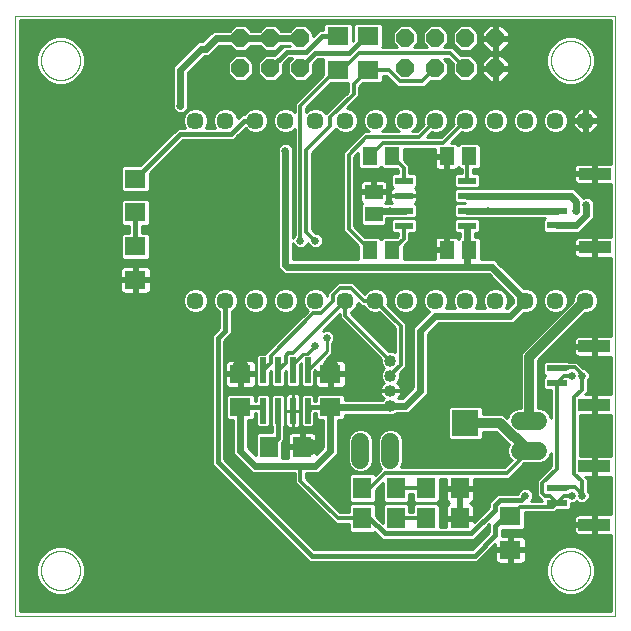
<source format=gtl>
G75*
%MOIN*%
%OFA0B0*%
%FSLAX25Y25*%
%IPPOS*%
%LPD*%
%AMOC8*
5,1,8,0,0,1.08239X$1,22.5*
%
%ADD10C,0.00300*%
%ADD11C,0.04000*%
%ADD12C,0.06000*%
%ADD13R,0.01969X0.08661*%
%ADD14R,0.07098X0.06299*%
%ADD15R,0.06299X0.07098*%
%ADD16R,0.06299X0.07087*%
%ADD17R,0.07087X0.06299*%
%ADD18C,0.00000*%
%ADD19R,0.09000X0.09000*%
%ADD20OC8,0.06000*%
%ADD21R,0.05118X0.05906*%
%ADD22C,0.05700*%
%ADD23R,0.06000X0.02400*%
%ADD24R,0.05906X0.05118*%
%ADD25R,0.06693X0.02362*%
%ADD26R,0.10630X0.03937*%
%ADD27C,0.01000*%
%ADD28C,0.02578*%
%ADD29C,0.02400*%
%ADD30C,0.01600*%
%ADD31C,0.01200*%
%ADD32C,0.03200*%
D10*
X0270000Y0430000D02*
X0270000Y0630000D01*
X0470000Y0630000D01*
X0470000Y0430000D01*
X0270000Y0430000D01*
D11*
X0395000Y0500000D03*
X0395000Y0505000D03*
X0395000Y0510000D03*
X0395000Y0515000D03*
D12*
X0395000Y0488000D02*
X0395000Y0482000D01*
X0385000Y0482000D02*
X0385000Y0488000D01*
X0438250Y0485000D02*
X0444250Y0485000D01*
X0444250Y0495000D02*
X0438250Y0495000D01*
D13*
X0367382Y0498307D03*
X0362461Y0498307D03*
X0357539Y0498307D03*
X0352618Y0498307D03*
X0352618Y0511693D03*
X0357539Y0511693D03*
X0362461Y0511693D03*
X0367382Y0511693D03*
D14*
X0310000Y0541902D03*
X0310000Y0553098D03*
X0310000Y0564402D03*
X0310000Y0575598D03*
X0377500Y0611902D03*
X0387500Y0611902D03*
X0387500Y0623098D03*
X0377500Y0623098D03*
X0435000Y0463098D03*
X0435000Y0451902D03*
D15*
X0418098Y0462500D03*
X0418098Y0472500D03*
X0406902Y0472500D03*
X0406902Y0462500D03*
X0396848Y0462500D03*
X0396848Y0472500D03*
X0385652Y0472500D03*
X0385652Y0462500D03*
D16*
X0365512Y0486250D03*
X0354488Y0486250D03*
D17*
X0345000Y0499488D03*
X0345000Y0510512D03*
X0375000Y0510512D03*
X0375000Y0499488D03*
D18*
X0448500Y0445000D02*
X0448502Y0445161D01*
X0448508Y0445321D01*
X0448518Y0445482D01*
X0448532Y0445642D01*
X0448550Y0445802D01*
X0448571Y0445961D01*
X0448597Y0446120D01*
X0448627Y0446278D01*
X0448660Y0446435D01*
X0448698Y0446592D01*
X0448739Y0446747D01*
X0448784Y0446901D01*
X0448833Y0447054D01*
X0448886Y0447206D01*
X0448942Y0447357D01*
X0449003Y0447506D01*
X0449066Y0447654D01*
X0449134Y0447800D01*
X0449205Y0447944D01*
X0449279Y0448086D01*
X0449357Y0448227D01*
X0449439Y0448365D01*
X0449524Y0448502D01*
X0449612Y0448636D01*
X0449704Y0448768D01*
X0449799Y0448898D01*
X0449897Y0449026D01*
X0449998Y0449151D01*
X0450102Y0449273D01*
X0450209Y0449393D01*
X0450319Y0449510D01*
X0450432Y0449625D01*
X0450548Y0449736D01*
X0450667Y0449845D01*
X0450788Y0449950D01*
X0450912Y0450053D01*
X0451038Y0450153D01*
X0451166Y0450249D01*
X0451297Y0450342D01*
X0451431Y0450432D01*
X0451566Y0450519D01*
X0451704Y0450602D01*
X0451843Y0450682D01*
X0451985Y0450758D01*
X0452128Y0450831D01*
X0452273Y0450900D01*
X0452420Y0450966D01*
X0452568Y0451028D01*
X0452718Y0451086D01*
X0452869Y0451141D01*
X0453022Y0451192D01*
X0453176Y0451239D01*
X0453331Y0451282D01*
X0453487Y0451321D01*
X0453643Y0451357D01*
X0453801Y0451388D01*
X0453959Y0451416D01*
X0454118Y0451440D01*
X0454278Y0451460D01*
X0454438Y0451476D01*
X0454598Y0451488D01*
X0454759Y0451496D01*
X0454920Y0451500D01*
X0455080Y0451500D01*
X0455241Y0451496D01*
X0455402Y0451488D01*
X0455562Y0451476D01*
X0455722Y0451460D01*
X0455882Y0451440D01*
X0456041Y0451416D01*
X0456199Y0451388D01*
X0456357Y0451357D01*
X0456513Y0451321D01*
X0456669Y0451282D01*
X0456824Y0451239D01*
X0456978Y0451192D01*
X0457131Y0451141D01*
X0457282Y0451086D01*
X0457432Y0451028D01*
X0457580Y0450966D01*
X0457727Y0450900D01*
X0457872Y0450831D01*
X0458015Y0450758D01*
X0458157Y0450682D01*
X0458296Y0450602D01*
X0458434Y0450519D01*
X0458569Y0450432D01*
X0458703Y0450342D01*
X0458834Y0450249D01*
X0458962Y0450153D01*
X0459088Y0450053D01*
X0459212Y0449950D01*
X0459333Y0449845D01*
X0459452Y0449736D01*
X0459568Y0449625D01*
X0459681Y0449510D01*
X0459791Y0449393D01*
X0459898Y0449273D01*
X0460002Y0449151D01*
X0460103Y0449026D01*
X0460201Y0448898D01*
X0460296Y0448768D01*
X0460388Y0448636D01*
X0460476Y0448502D01*
X0460561Y0448365D01*
X0460643Y0448227D01*
X0460721Y0448086D01*
X0460795Y0447944D01*
X0460866Y0447800D01*
X0460934Y0447654D01*
X0460997Y0447506D01*
X0461058Y0447357D01*
X0461114Y0447206D01*
X0461167Y0447054D01*
X0461216Y0446901D01*
X0461261Y0446747D01*
X0461302Y0446592D01*
X0461340Y0446435D01*
X0461373Y0446278D01*
X0461403Y0446120D01*
X0461429Y0445961D01*
X0461450Y0445802D01*
X0461468Y0445642D01*
X0461482Y0445482D01*
X0461492Y0445321D01*
X0461498Y0445161D01*
X0461500Y0445000D01*
X0461498Y0444839D01*
X0461492Y0444679D01*
X0461482Y0444518D01*
X0461468Y0444358D01*
X0461450Y0444198D01*
X0461429Y0444039D01*
X0461403Y0443880D01*
X0461373Y0443722D01*
X0461340Y0443565D01*
X0461302Y0443408D01*
X0461261Y0443253D01*
X0461216Y0443099D01*
X0461167Y0442946D01*
X0461114Y0442794D01*
X0461058Y0442643D01*
X0460997Y0442494D01*
X0460934Y0442346D01*
X0460866Y0442200D01*
X0460795Y0442056D01*
X0460721Y0441914D01*
X0460643Y0441773D01*
X0460561Y0441635D01*
X0460476Y0441498D01*
X0460388Y0441364D01*
X0460296Y0441232D01*
X0460201Y0441102D01*
X0460103Y0440974D01*
X0460002Y0440849D01*
X0459898Y0440727D01*
X0459791Y0440607D01*
X0459681Y0440490D01*
X0459568Y0440375D01*
X0459452Y0440264D01*
X0459333Y0440155D01*
X0459212Y0440050D01*
X0459088Y0439947D01*
X0458962Y0439847D01*
X0458834Y0439751D01*
X0458703Y0439658D01*
X0458569Y0439568D01*
X0458434Y0439481D01*
X0458296Y0439398D01*
X0458157Y0439318D01*
X0458015Y0439242D01*
X0457872Y0439169D01*
X0457727Y0439100D01*
X0457580Y0439034D01*
X0457432Y0438972D01*
X0457282Y0438914D01*
X0457131Y0438859D01*
X0456978Y0438808D01*
X0456824Y0438761D01*
X0456669Y0438718D01*
X0456513Y0438679D01*
X0456357Y0438643D01*
X0456199Y0438612D01*
X0456041Y0438584D01*
X0455882Y0438560D01*
X0455722Y0438540D01*
X0455562Y0438524D01*
X0455402Y0438512D01*
X0455241Y0438504D01*
X0455080Y0438500D01*
X0454920Y0438500D01*
X0454759Y0438504D01*
X0454598Y0438512D01*
X0454438Y0438524D01*
X0454278Y0438540D01*
X0454118Y0438560D01*
X0453959Y0438584D01*
X0453801Y0438612D01*
X0453643Y0438643D01*
X0453487Y0438679D01*
X0453331Y0438718D01*
X0453176Y0438761D01*
X0453022Y0438808D01*
X0452869Y0438859D01*
X0452718Y0438914D01*
X0452568Y0438972D01*
X0452420Y0439034D01*
X0452273Y0439100D01*
X0452128Y0439169D01*
X0451985Y0439242D01*
X0451843Y0439318D01*
X0451704Y0439398D01*
X0451566Y0439481D01*
X0451431Y0439568D01*
X0451297Y0439658D01*
X0451166Y0439751D01*
X0451038Y0439847D01*
X0450912Y0439947D01*
X0450788Y0440050D01*
X0450667Y0440155D01*
X0450548Y0440264D01*
X0450432Y0440375D01*
X0450319Y0440490D01*
X0450209Y0440607D01*
X0450102Y0440727D01*
X0449998Y0440849D01*
X0449897Y0440974D01*
X0449799Y0441102D01*
X0449704Y0441232D01*
X0449612Y0441364D01*
X0449524Y0441498D01*
X0449439Y0441635D01*
X0449357Y0441773D01*
X0449279Y0441914D01*
X0449205Y0442056D01*
X0449134Y0442200D01*
X0449066Y0442346D01*
X0449003Y0442494D01*
X0448942Y0442643D01*
X0448886Y0442794D01*
X0448833Y0442946D01*
X0448784Y0443099D01*
X0448739Y0443253D01*
X0448698Y0443408D01*
X0448660Y0443565D01*
X0448627Y0443722D01*
X0448597Y0443880D01*
X0448571Y0444039D01*
X0448550Y0444198D01*
X0448532Y0444358D01*
X0448518Y0444518D01*
X0448508Y0444679D01*
X0448502Y0444839D01*
X0448500Y0445000D01*
X0448500Y0615000D02*
X0448502Y0615161D01*
X0448508Y0615321D01*
X0448518Y0615482D01*
X0448532Y0615642D01*
X0448550Y0615802D01*
X0448571Y0615961D01*
X0448597Y0616120D01*
X0448627Y0616278D01*
X0448660Y0616435D01*
X0448698Y0616592D01*
X0448739Y0616747D01*
X0448784Y0616901D01*
X0448833Y0617054D01*
X0448886Y0617206D01*
X0448942Y0617357D01*
X0449003Y0617506D01*
X0449066Y0617654D01*
X0449134Y0617800D01*
X0449205Y0617944D01*
X0449279Y0618086D01*
X0449357Y0618227D01*
X0449439Y0618365D01*
X0449524Y0618502D01*
X0449612Y0618636D01*
X0449704Y0618768D01*
X0449799Y0618898D01*
X0449897Y0619026D01*
X0449998Y0619151D01*
X0450102Y0619273D01*
X0450209Y0619393D01*
X0450319Y0619510D01*
X0450432Y0619625D01*
X0450548Y0619736D01*
X0450667Y0619845D01*
X0450788Y0619950D01*
X0450912Y0620053D01*
X0451038Y0620153D01*
X0451166Y0620249D01*
X0451297Y0620342D01*
X0451431Y0620432D01*
X0451566Y0620519D01*
X0451704Y0620602D01*
X0451843Y0620682D01*
X0451985Y0620758D01*
X0452128Y0620831D01*
X0452273Y0620900D01*
X0452420Y0620966D01*
X0452568Y0621028D01*
X0452718Y0621086D01*
X0452869Y0621141D01*
X0453022Y0621192D01*
X0453176Y0621239D01*
X0453331Y0621282D01*
X0453487Y0621321D01*
X0453643Y0621357D01*
X0453801Y0621388D01*
X0453959Y0621416D01*
X0454118Y0621440D01*
X0454278Y0621460D01*
X0454438Y0621476D01*
X0454598Y0621488D01*
X0454759Y0621496D01*
X0454920Y0621500D01*
X0455080Y0621500D01*
X0455241Y0621496D01*
X0455402Y0621488D01*
X0455562Y0621476D01*
X0455722Y0621460D01*
X0455882Y0621440D01*
X0456041Y0621416D01*
X0456199Y0621388D01*
X0456357Y0621357D01*
X0456513Y0621321D01*
X0456669Y0621282D01*
X0456824Y0621239D01*
X0456978Y0621192D01*
X0457131Y0621141D01*
X0457282Y0621086D01*
X0457432Y0621028D01*
X0457580Y0620966D01*
X0457727Y0620900D01*
X0457872Y0620831D01*
X0458015Y0620758D01*
X0458157Y0620682D01*
X0458296Y0620602D01*
X0458434Y0620519D01*
X0458569Y0620432D01*
X0458703Y0620342D01*
X0458834Y0620249D01*
X0458962Y0620153D01*
X0459088Y0620053D01*
X0459212Y0619950D01*
X0459333Y0619845D01*
X0459452Y0619736D01*
X0459568Y0619625D01*
X0459681Y0619510D01*
X0459791Y0619393D01*
X0459898Y0619273D01*
X0460002Y0619151D01*
X0460103Y0619026D01*
X0460201Y0618898D01*
X0460296Y0618768D01*
X0460388Y0618636D01*
X0460476Y0618502D01*
X0460561Y0618365D01*
X0460643Y0618227D01*
X0460721Y0618086D01*
X0460795Y0617944D01*
X0460866Y0617800D01*
X0460934Y0617654D01*
X0460997Y0617506D01*
X0461058Y0617357D01*
X0461114Y0617206D01*
X0461167Y0617054D01*
X0461216Y0616901D01*
X0461261Y0616747D01*
X0461302Y0616592D01*
X0461340Y0616435D01*
X0461373Y0616278D01*
X0461403Y0616120D01*
X0461429Y0615961D01*
X0461450Y0615802D01*
X0461468Y0615642D01*
X0461482Y0615482D01*
X0461492Y0615321D01*
X0461498Y0615161D01*
X0461500Y0615000D01*
X0461498Y0614839D01*
X0461492Y0614679D01*
X0461482Y0614518D01*
X0461468Y0614358D01*
X0461450Y0614198D01*
X0461429Y0614039D01*
X0461403Y0613880D01*
X0461373Y0613722D01*
X0461340Y0613565D01*
X0461302Y0613408D01*
X0461261Y0613253D01*
X0461216Y0613099D01*
X0461167Y0612946D01*
X0461114Y0612794D01*
X0461058Y0612643D01*
X0460997Y0612494D01*
X0460934Y0612346D01*
X0460866Y0612200D01*
X0460795Y0612056D01*
X0460721Y0611914D01*
X0460643Y0611773D01*
X0460561Y0611635D01*
X0460476Y0611498D01*
X0460388Y0611364D01*
X0460296Y0611232D01*
X0460201Y0611102D01*
X0460103Y0610974D01*
X0460002Y0610849D01*
X0459898Y0610727D01*
X0459791Y0610607D01*
X0459681Y0610490D01*
X0459568Y0610375D01*
X0459452Y0610264D01*
X0459333Y0610155D01*
X0459212Y0610050D01*
X0459088Y0609947D01*
X0458962Y0609847D01*
X0458834Y0609751D01*
X0458703Y0609658D01*
X0458569Y0609568D01*
X0458434Y0609481D01*
X0458296Y0609398D01*
X0458157Y0609318D01*
X0458015Y0609242D01*
X0457872Y0609169D01*
X0457727Y0609100D01*
X0457580Y0609034D01*
X0457432Y0608972D01*
X0457282Y0608914D01*
X0457131Y0608859D01*
X0456978Y0608808D01*
X0456824Y0608761D01*
X0456669Y0608718D01*
X0456513Y0608679D01*
X0456357Y0608643D01*
X0456199Y0608612D01*
X0456041Y0608584D01*
X0455882Y0608560D01*
X0455722Y0608540D01*
X0455562Y0608524D01*
X0455402Y0608512D01*
X0455241Y0608504D01*
X0455080Y0608500D01*
X0454920Y0608500D01*
X0454759Y0608504D01*
X0454598Y0608512D01*
X0454438Y0608524D01*
X0454278Y0608540D01*
X0454118Y0608560D01*
X0453959Y0608584D01*
X0453801Y0608612D01*
X0453643Y0608643D01*
X0453487Y0608679D01*
X0453331Y0608718D01*
X0453176Y0608761D01*
X0453022Y0608808D01*
X0452869Y0608859D01*
X0452718Y0608914D01*
X0452568Y0608972D01*
X0452420Y0609034D01*
X0452273Y0609100D01*
X0452128Y0609169D01*
X0451985Y0609242D01*
X0451843Y0609318D01*
X0451704Y0609398D01*
X0451566Y0609481D01*
X0451431Y0609568D01*
X0451297Y0609658D01*
X0451166Y0609751D01*
X0451038Y0609847D01*
X0450912Y0609947D01*
X0450788Y0610050D01*
X0450667Y0610155D01*
X0450548Y0610264D01*
X0450432Y0610375D01*
X0450319Y0610490D01*
X0450209Y0610607D01*
X0450102Y0610727D01*
X0449998Y0610849D01*
X0449897Y0610974D01*
X0449799Y0611102D01*
X0449704Y0611232D01*
X0449612Y0611364D01*
X0449524Y0611498D01*
X0449439Y0611635D01*
X0449357Y0611773D01*
X0449279Y0611914D01*
X0449205Y0612056D01*
X0449134Y0612200D01*
X0449066Y0612346D01*
X0449003Y0612494D01*
X0448942Y0612643D01*
X0448886Y0612794D01*
X0448833Y0612946D01*
X0448784Y0613099D01*
X0448739Y0613253D01*
X0448698Y0613408D01*
X0448660Y0613565D01*
X0448627Y0613722D01*
X0448597Y0613880D01*
X0448571Y0614039D01*
X0448550Y0614198D01*
X0448532Y0614358D01*
X0448518Y0614518D01*
X0448508Y0614679D01*
X0448502Y0614839D01*
X0448500Y0615000D01*
X0278500Y0615000D02*
X0278502Y0615161D01*
X0278508Y0615321D01*
X0278518Y0615482D01*
X0278532Y0615642D01*
X0278550Y0615802D01*
X0278571Y0615961D01*
X0278597Y0616120D01*
X0278627Y0616278D01*
X0278660Y0616435D01*
X0278698Y0616592D01*
X0278739Y0616747D01*
X0278784Y0616901D01*
X0278833Y0617054D01*
X0278886Y0617206D01*
X0278942Y0617357D01*
X0279003Y0617506D01*
X0279066Y0617654D01*
X0279134Y0617800D01*
X0279205Y0617944D01*
X0279279Y0618086D01*
X0279357Y0618227D01*
X0279439Y0618365D01*
X0279524Y0618502D01*
X0279612Y0618636D01*
X0279704Y0618768D01*
X0279799Y0618898D01*
X0279897Y0619026D01*
X0279998Y0619151D01*
X0280102Y0619273D01*
X0280209Y0619393D01*
X0280319Y0619510D01*
X0280432Y0619625D01*
X0280548Y0619736D01*
X0280667Y0619845D01*
X0280788Y0619950D01*
X0280912Y0620053D01*
X0281038Y0620153D01*
X0281166Y0620249D01*
X0281297Y0620342D01*
X0281431Y0620432D01*
X0281566Y0620519D01*
X0281704Y0620602D01*
X0281843Y0620682D01*
X0281985Y0620758D01*
X0282128Y0620831D01*
X0282273Y0620900D01*
X0282420Y0620966D01*
X0282568Y0621028D01*
X0282718Y0621086D01*
X0282869Y0621141D01*
X0283022Y0621192D01*
X0283176Y0621239D01*
X0283331Y0621282D01*
X0283487Y0621321D01*
X0283643Y0621357D01*
X0283801Y0621388D01*
X0283959Y0621416D01*
X0284118Y0621440D01*
X0284278Y0621460D01*
X0284438Y0621476D01*
X0284598Y0621488D01*
X0284759Y0621496D01*
X0284920Y0621500D01*
X0285080Y0621500D01*
X0285241Y0621496D01*
X0285402Y0621488D01*
X0285562Y0621476D01*
X0285722Y0621460D01*
X0285882Y0621440D01*
X0286041Y0621416D01*
X0286199Y0621388D01*
X0286357Y0621357D01*
X0286513Y0621321D01*
X0286669Y0621282D01*
X0286824Y0621239D01*
X0286978Y0621192D01*
X0287131Y0621141D01*
X0287282Y0621086D01*
X0287432Y0621028D01*
X0287580Y0620966D01*
X0287727Y0620900D01*
X0287872Y0620831D01*
X0288015Y0620758D01*
X0288157Y0620682D01*
X0288296Y0620602D01*
X0288434Y0620519D01*
X0288569Y0620432D01*
X0288703Y0620342D01*
X0288834Y0620249D01*
X0288962Y0620153D01*
X0289088Y0620053D01*
X0289212Y0619950D01*
X0289333Y0619845D01*
X0289452Y0619736D01*
X0289568Y0619625D01*
X0289681Y0619510D01*
X0289791Y0619393D01*
X0289898Y0619273D01*
X0290002Y0619151D01*
X0290103Y0619026D01*
X0290201Y0618898D01*
X0290296Y0618768D01*
X0290388Y0618636D01*
X0290476Y0618502D01*
X0290561Y0618365D01*
X0290643Y0618227D01*
X0290721Y0618086D01*
X0290795Y0617944D01*
X0290866Y0617800D01*
X0290934Y0617654D01*
X0290997Y0617506D01*
X0291058Y0617357D01*
X0291114Y0617206D01*
X0291167Y0617054D01*
X0291216Y0616901D01*
X0291261Y0616747D01*
X0291302Y0616592D01*
X0291340Y0616435D01*
X0291373Y0616278D01*
X0291403Y0616120D01*
X0291429Y0615961D01*
X0291450Y0615802D01*
X0291468Y0615642D01*
X0291482Y0615482D01*
X0291492Y0615321D01*
X0291498Y0615161D01*
X0291500Y0615000D01*
X0291498Y0614839D01*
X0291492Y0614679D01*
X0291482Y0614518D01*
X0291468Y0614358D01*
X0291450Y0614198D01*
X0291429Y0614039D01*
X0291403Y0613880D01*
X0291373Y0613722D01*
X0291340Y0613565D01*
X0291302Y0613408D01*
X0291261Y0613253D01*
X0291216Y0613099D01*
X0291167Y0612946D01*
X0291114Y0612794D01*
X0291058Y0612643D01*
X0290997Y0612494D01*
X0290934Y0612346D01*
X0290866Y0612200D01*
X0290795Y0612056D01*
X0290721Y0611914D01*
X0290643Y0611773D01*
X0290561Y0611635D01*
X0290476Y0611498D01*
X0290388Y0611364D01*
X0290296Y0611232D01*
X0290201Y0611102D01*
X0290103Y0610974D01*
X0290002Y0610849D01*
X0289898Y0610727D01*
X0289791Y0610607D01*
X0289681Y0610490D01*
X0289568Y0610375D01*
X0289452Y0610264D01*
X0289333Y0610155D01*
X0289212Y0610050D01*
X0289088Y0609947D01*
X0288962Y0609847D01*
X0288834Y0609751D01*
X0288703Y0609658D01*
X0288569Y0609568D01*
X0288434Y0609481D01*
X0288296Y0609398D01*
X0288157Y0609318D01*
X0288015Y0609242D01*
X0287872Y0609169D01*
X0287727Y0609100D01*
X0287580Y0609034D01*
X0287432Y0608972D01*
X0287282Y0608914D01*
X0287131Y0608859D01*
X0286978Y0608808D01*
X0286824Y0608761D01*
X0286669Y0608718D01*
X0286513Y0608679D01*
X0286357Y0608643D01*
X0286199Y0608612D01*
X0286041Y0608584D01*
X0285882Y0608560D01*
X0285722Y0608540D01*
X0285562Y0608524D01*
X0285402Y0608512D01*
X0285241Y0608504D01*
X0285080Y0608500D01*
X0284920Y0608500D01*
X0284759Y0608504D01*
X0284598Y0608512D01*
X0284438Y0608524D01*
X0284278Y0608540D01*
X0284118Y0608560D01*
X0283959Y0608584D01*
X0283801Y0608612D01*
X0283643Y0608643D01*
X0283487Y0608679D01*
X0283331Y0608718D01*
X0283176Y0608761D01*
X0283022Y0608808D01*
X0282869Y0608859D01*
X0282718Y0608914D01*
X0282568Y0608972D01*
X0282420Y0609034D01*
X0282273Y0609100D01*
X0282128Y0609169D01*
X0281985Y0609242D01*
X0281843Y0609318D01*
X0281704Y0609398D01*
X0281566Y0609481D01*
X0281431Y0609568D01*
X0281297Y0609658D01*
X0281166Y0609751D01*
X0281038Y0609847D01*
X0280912Y0609947D01*
X0280788Y0610050D01*
X0280667Y0610155D01*
X0280548Y0610264D01*
X0280432Y0610375D01*
X0280319Y0610490D01*
X0280209Y0610607D01*
X0280102Y0610727D01*
X0279998Y0610849D01*
X0279897Y0610974D01*
X0279799Y0611102D01*
X0279704Y0611232D01*
X0279612Y0611364D01*
X0279524Y0611498D01*
X0279439Y0611635D01*
X0279357Y0611773D01*
X0279279Y0611914D01*
X0279205Y0612056D01*
X0279134Y0612200D01*
X0279066Y0612346D01*
X0279003Y0612494D01*
X0278942Y0612643D01*
X0278886Y0612794D01*
X0278833Y0612946D01*
X0278784Y0613099D01*
X0278739Y0613253D01*
X0278698Y0613408D01*
X0278660Y0613565D01*
X0278627Y0613722D01*
X0278597Y0613880D01*
X0278571Y0614039D01*
X0278550Y0614198D01*
X0278532Y0614358D01*
X0278518Y0614518D01*
X0278508Y0614679D01*
X0278502Y0614839D01*
X0278500Y0615000D01*
X0278500Y0445000D02*
X0278502Y0445161D01*
X0278508Y0445321D01*
X0278518Y0445482D01*
X0278532Y0445642D01*
X0278550Y0445802D01*
X0278571Y0445961D01*
X0278597Y0446120D01*
X0278627Y0446278D01*
X0278660Y0446435D01*
X0278698Y0446592D01*
X0278739Y0446747D01*
X0278784Y0446901D01*
X0278833Y0447054D01*
X0278886Y0447206D01*
X0278942Y0447357D01*
X0279003Y0447506D01*
X0279066Y0447654D01*
X0279134Y0447800D01*
X0279205Y0447944D01*
X0279279Y0448086D01*
X0279357Y0448227D01*
X0279439Y0448365D01*
X0279524Y0448502D01*
X0279612Y0448636D01*
X0279704Y0448768D01*
X0279799Y0448898D01*
X0279897Y0449026D01*
X0279998Y0449151D01*
X0280102Y0449273D01*
X0280209Y0449393D01*
X0280319Y0449510D01*
X0280432Y0449625D01*
X0280548Y0449736D01*
X0280667Y0449845D01*
X0280788Y0449950D01*
X0280912Y0450053D01*
X0281038Y0450153D01*
X0281166Y0450249D01*
X0281297Y0450342D01*
X0281431Y0450432D01*
X0281566Y0450519D01*
X0281704Y0450602D01*
X0281843Y0450682D01*
X0281985Y0450758D01*
X0282128Y0450831D01*
X0282273Y0450900D01*
X0282420Y0450966D01*
X0282568Y0451028D01*
X0282718Y0451086D01*
X0282869Y0451141D01*
X0283022Y0451192D01*
X0283176Y0451239D01*
X0283331Y0451282D01*
X0283487Y0451321D01*
X0283643Y0451357D01*
X0283801Y0451388D01*
X0283959Y0451416D01*
X0284118Y0451440D01*
X0284278Y0451460D01*
X0284438Y0451476D01*
X0284598Y0451488D01*
X0284759Y0451496D01*
X0284920Y0451500D01*
X0285080Y0451500D01*
X0285241Y0451496D01*
X0285402Y0451488D01*
X0285562Y0451476D01*
X0285722Y0451460D01*
X0285882Y0451440D01*
X0286041Y0451416D01*
X0286199Y0451388D01*
X0286357Y0451357D01*
X0286513Y0451321D01*
X0286669Y0451282D01*
X0286824Y0451239D01*
X0286978Y0451192D01*
X0287131Y0451141D01*
X0287282Y0451086D01*
X0287432Y0451028D01*
X0287580Y0450966D01*
X0287727Y0450900D01*
X0287872Y0450831D01*
X0288015Y0450758D01*
X0288157Y0450682D01*
X0288296Y0450602D01*
X0288434Y0450519D01*
X0288569Y0450432D01*
X0288703Y0450342D01*
X0288834Y0450249D01*
X0288962Y0450153D01*
X0289088Y0450053D01*
X0289212Y0449950D01*
X0289333Y0449845D01*
X0289452Y0449736D01*
X0289568Y0449625D01*
X0289681Y0449510D01*
X0289791Y0449393D01*
X0289898Y0449273D01*
X0290002Y0449151D01*
X0290103Y0449026D01*
X0290201Y0448898D01*
X0290296Y0448768D01*
X0290388Y0448636D01*
X0290476Y0448502D01*
X0290561Y0448365D01*
X0290643Y0448227D01*
X0290721Y0448086D01*
X0290795Y0447944D01*
X0290866Y0447800D01*
X0290934Y0447654D01*
X0290997Y0447506D01*
X0291058Y0447357D01*
X0291114Y0447206D01*
X0291167Y0447054D01*
X0291216Y0446901D01*
X0291261Y0446747D01*
X0291302Y0446592D01*
X0291340Y0446435D01*
X0291373Y0446278D01*
X0291403Y0446120D01*
X0291429Y0445961D01*
X0291450Y0445802D01*
X0291468Y0445642D01*
X0291482Y0445482D01*
X0291492Y0445321D01*
X0291498Y0445161D01*
X0291500Y0445000D01*
X0291498Y0444839D01*
X0291492Y0444679D01*
X0291482Y0444518D01*
X0291468Y0444358D01*
X0291450Y0444198D01*
X0291429Y0444039D01*
X0291403Y0443880D01*
X0291373Y0443722D01*
X0291340Y0443565D01*
X0291302Y0443408D01*
X0291261Y0443253D01*
X0291216Y0443099D01*
X0291167Y0442946D01*
X0291114Y0442794D01*
X0291058Y0442643D01*
X0290997Y0442494D01*
X0290934Y0442346D01*
X0290866Y0442200D01*
X0290795Y0442056D01*
X0290721Y0441914D01*
X0290643Y0441773D01*
X0290561Y0441635D01*
X0290476Y0441498D01*
X0290388Y0441364D01*
X0290296Y0441232D01*
X0290201Y0441102D01*
X0290103Y0440974D01*
X0290002Y0440849D01*
X0289898Y0440727D01*
X0289791Y0440607D01*
X0289681Y0440490D01*
X0289568Y0440375D01*
X0289452Y0440264D01*
X0289333Y0440155D01*
X0289212Y0440050D01*
X0289088Y0439947D01*
X0288962Y0439847D01*
X0288834Y0439751D01*
X0288703Y0439658D01*
X0288569Y0439568D01*
X0288434Y0439481D01*
X0288296Y0439398D01*
X0288157Y0439318D01*
X0288015Y0439242D01*
X0287872Y0439169D01*
X0287727Y0439100D01*
X0287580Y0439034D01*
X0287432Y0438972D01*
X0287282Y0438914D01*
X0287131Y0438859D01*
X0286978Y0438808D01*
X0286824Y0438761D01*
X0286669Y0438718D01*
X0286513Y0438679D01*
X0286357Y0438643D01*
X0286199Y0438612D01*
X0286041Y0438584D01*
X0285882Y0438560D01*
X0285722Y0438540D01*
X0285562Y0438524D01*
X0285402Y0438512D01*
X0285241Y0438504D01*
X0285080Y0438500D01*
X0284920Y0438500D01*
X0284759Y0438504D01*
X0284598Y0438512D01*
X0284438Y0438524D01*
X0284278Y0438540D01*
X0284118Y0438560D01*
X0283959Y0438584D01*
X0283801Y0438612D01*
X0283643Y0438643D01*
X0283487Y0438679D01*
X0283331Y0438718D01*
X0283176Y0438761D01*
X0283022Y0438808D01*
X0282869Y0438859D01*
X0282718Y0438914D01*
X0282568Y0438972D01*
X0282420Y0439034D01*
X0282273Y0439100D01*
X0282128Y0439169D01*
X0281985Y0439242D01*
X0281843Y0439318D01*
X0281704Y0439398D01*
X0281566Y0439481D01*
X0281431Y0439568D01*
X0281297Y0439658D01*
X0281166Y0439751D01*
X0281038Y0439847D01*
X0280912Y0439947D01*
X0280788Y0440050D01*
X0280667Y0440155D01*
X0280548Y0440264D01*
X0280432Y0440375D01*
X0280319Y0440490D01*
X0280209Y0440607D01*
X0280102Y0440727D01*
X0279998Y0440849D01*
X0279897Y0440974D01*
X0279799Y0441102D01*
X0279704Y0441232D01*
X0279612Y0441364D01*
X0279524Y0441498D01*
X0279439Y0441635D01*
X0279357Y0441773D01*
X0279279Y0441914D01*
X0279205Y0442056D01*
X0279134Y0442200D01*
X0279066Y0442346D01*
X0279003Y0442494D01*
X0278942Y0442643D01*
X0278886Y0442794D01*
X0278833Y0442946D01*
X0278784Y0443099D01*
X0278739Y0443253D01*
X0278698Y0443408D01*
X0278660Y0443565D01*
X0278627Y0443722D01*
X0278597Y0443880D01*
X0278571Y0444039D01*
X0278550Y0444198D01*
X0278532Y0444358D01*
X0278518Y0444518D01*
X0278508Y0444679D01*
X0278502Y0444839D01*
X0278500Y0445000D01*
D19*
X0420000Y0494150D03*
X0420000Y0515850D03*
D20*
X0420000Y0612500D03*
X0420000Y0622500D03*
X0410000Y0622500D03*
X0410000Y0612500D03*
X0400000Y0612500D03*
X0400000Y0622500D03*
X0430000Y0622500D03*
X0430000Y0612500D03*
X0365000Y0612500D03*
X0365000Y0622500D03*
X0355000Y0622500D03*
X0355000Y0612500D03*
X0345000Y0612500D03*
X0345000Y0622500D03*
D21*
X0388135Y0583125D03*
X0395615Y0583125D03*
X0413760Y0583125D03*
X0421240Y0583125D03*
X0421240Y0551875D03*
X0413760Y0551875D03*
X0395615Y0551875D03*
X0388135Y0551875D03*
D22*
X0390000Y0535000D03*
X0380000Y0535000D03*
X0370000Y0535000D03*
X0360000Y0535000D03*
X0350000Y0535000D03*
X0340000Y0535000D03*
X0330000Y0535000D03*
X0330000Y0595000D03*
X0340000Y0595000D03*
X0350000Y0595000D03*
X0360000Y0595000D03*
X0370000Y0595000D03*
X0380000Y0595000D03*
X0390000Y0595000D03*
X0400000Y0595000D03*
X0410000Y0595000D03*
X0420000Y0595000D03*
X0430000Y0595000D03*
X0440000Y0595000D03*
X0450000Y0595000D03*
X0460000Y0595000D03*
X0460000Y0535000D03*
X0450000Y0535000D03*
X0440000Y0535000D03*
X0430000Y0535000D03*
X0420000Y0535000D03*
X0410000Y0535000D03*
X0400000Y0535000D03*
D23*
X0399400Y0560000D03*
X0399400Y0565000D03*
X0399400Y0570000D03*
X0399400Y0575000D03*
X0420600Y0575000D03*
X0420600Y0570000D03*
X0420600Y0565000D03*
X0420600Y0560000D03*
D24*
X0389375Y0563760D03*
X0389375Y0571240D03*
D25*
X0450529Y0569921D03*
X0450529Y0565000D03*
X0450529Y0560079D03*
X0450404Y0512461D03*
X0450404Y0507539D03*
X0450404Y0472461D03*
X0450404Y0467539D03*
D26*
X0463002Y0460256D03*
X0463002Y0479744D03*
X0463002Y0500256D03*
X0463002Y0519744D03*
X0463127Y0552795D03*
X0463127Y0577205D03*
D27*
X0462643Y0577147D02*
X0424491Y0577147D01*
X0424138Y0577500D02*
X0422500Y0577500D01*
X0422500Y0578872D01*
X0424338Y0578872D01*
X0425099Y0579634D01*
X0425099Y0586616D01*
X0424338Y0587378D01*
X0418143Y0587378D01*
X0417609Y0586844D01*
X0417519Y0586999D01*
X0417240Y0587278D01*
X0416898Y0587476D01*
X0416516Y0587578D01*
X0415265Y0587578D01*
X0418724Y0591037D01*
X0419175Y0590850D01*
X0420825Y0590850D01*
X0422351Y0591482D01*
X0423518Y0592649D01*
X0424150Y0594175D01*
X0424150Y0595825D01*
X0423518Y0597351D01*
X0422351Y0598518D01*
X0420825Y0599150D01*
X0419175Y0599150D01*
X0417649Y0598518D01*
X0416482Y0597351D01*
X0415850Y0595825D01*
X0415850Y0594175D01*
X0416037Y0593724D01*
X0411691Y0589378D01*
X0407065Y0589378D01*
X0408724Y0591037D01*
X0409175Y0590850D01*
X0410825Y0590850D01*
X0412351Y0591482D01*
X0413518Y0592649D01*
X0414150Y0594175D01*
X0414150Y0595825D01*
X0413518Y0597351D01*
X0412351Y0598518D01*
X0410825Y0599150D01*
X0409175Y0599150D01*
X0407649Y0598518D01*
X0406482Y0597351D01*
X0405850Y0595825D01*
X0405850Y0594175D01*
X0406037Y0593724D01*
X0403691Y0591378D01*
X0402100Y0591378D01*
X0402351Y0591482D01*
X0403518Y0592649D01*
X0404150Y0594175D01*
X0404150Y0595825D01*
X0403518Y0597351D01*
X0402351Y0598518D01*
X0400825Y0599150D01*
X0399175Y0599150D01*
X0397649Y0598518D01*
X0396482Y0597351D01*
X0395850Y0595825D01*
X0395850Y0594175D01*
X0396482Y0592649D01*
X0397649Y0591482D01*
X0397900Y0591378D01*
X0392100Y0591378D01*
X0392351Y0591482D01*
X0393518Y0592649D01*
X0394150Y0594175D01*
X0394150Y0595825D01*
X0393518Y0597351D01*
X0392351Y0598518D01*
X0390825Y0599150D01*
X0389175Y0599150D01*
X0387649Y0598518D01*
X0386482Y0597351D01*
X0385850Y0595825D01*
X0385850Y0594175D01*
X0386482Y0592649D01*
X0387649Y0591482D01*
X0387900Y0591378D01*
X0386209Y0591378D01*
X0380274Y0585443D01*
X0379161Y0584330D01*
X0379161Y0558162D01*
X0384276Y0553047D01*
X0384276Y0548750D01*
X0362500Y0548750D01*
X0362500Y0554270D01*
X0362805Y0553533D01*
X0363533Y0552805D01*
X0364485Y0552411D01*
X0365515Y0552411D01*
X0366467Y0552805D01*
X0367195Y0553533D01*
X0367500Y0554270D01*
X0367805Y0553533D01*
X0368533Y0552805D01*
X0369485Y0552411D01*
X0370515Y0552411D01*
X0371467Y0552805D01*
X0372195Y0553533D01*
X0372589Y0554485D01*
X0372589Y0555515D01*
X0372195Y0556467D01*
X0371467Y0557195D01*
X0370515Y0557589D01*
X0370098Y0557589D01*
X0368900Y0558787D01*
X0368900Y0584338D01*
X0375787Y0591225D01*
X0376847Y0592285D01*
X0377649Y0591482D01*
X0379175Y0590850D01*
X0380825Y0590850D01*
X0382351Y0591482D01*
X0383518Y0592649D01*
X0384150Y0594175D01*
X0384150Y0595825D01*
X0383518Y0597351D01*
X0382351Y0598518D01*
X0380825Y0599150D01*
X0380640Y0599150D01*
X0384589Y0603099D01*
X0384589Y0606304D01*
X0385737Y0607452D01*
X0391588Y0607452D01*
X0392349Y0608213D01*
X0392349Y0610002D01*
X0393589Y0610002D01*
X0396277Y0607313D01*
X0397390Y0606200D01*
X0406387Y0606200D01*
X0408387Y0608200D01*
X0411781Y0608200D01*
X0414300Y0610719D01*
X0414300Y0614281D01*
X0412981Y0615600D01*
X0414213Y0615600D01*
X0415700Y0614113D01*
X0415700Y0610719D01*
X0418219Y0608200D01*
X0421781Y0608200D01*
X0424300Y0610719D01*
X0424300Y0614281D01*
X0421781Y0616800D01*
X0418387Y0616800D01*
X0415787Y0619400D01*
X0412981Y0619400D01*
X0414300Y0620719D01*
X0414300Y0624281D01*
X0411781Y0626800D01*
X0408219Y0626800D01*
X0405700Y0624281D01*
X0405700Y0620719D01*
X0407019Y0619400D01*
X0402981Y0619400D01*
X0404300Y0620719D01*
X0404300Y0624281D01*
X0401781Y0626800D01*
X0398219Y0626800D01*
X0395700Y0624281D01*
X0395700Y0620719D01*
X0397019Y0619400D01*
X0392339Y0619400D01*
X0392349Y0619410D01*
X0392349Y0626787D01*
X0391588Y0627548D01*
X0383412Y0627548D01*
X0382651Y0626787D01*
X0382651Y0621871D01*
X0382349Y0621569D01*
X0382349Y0626787D01*
X0381588Y0627548D01*
X0373412Y0627548D01*
X0372651Y0626787D01*
X0372651Y0625198D01*
X0371234Y0625198D01*
X0369300Y0623264D01*
X0369300Y0624281D01*
X0366781Y0626800D01*
X0363219Y0626800D01*
X0361419Y0625000D01*
X0358581Y0625000D01*
X0356781Y0626800D01*
X0353219Y0626800D01*
X0351419Y0625000D01*
X0348581Y0625000D01*
X0346781Y0626800D01*
X0343219Y0626800D01*
X0341419Y0625000D01*
X0336378Y0625000D01*
X0335459Y0624619D01*
X0332339Y0621500D01*
X0331503Y0621500D01*
X0330584Y0621119D01*
X0323584Y0614119D01*
X0322881Y0613416D01*
X0322500Y0612497D01*
X0322500Y0600730D01*
X0322411Y0600515D01*
X0322411Y0599485D01*
X0322805Y0598533D01*
X0323533Y0597805D01*
X0324485Y0597411D01*
X0325515Y0597411D01*
X0326467Y0597805D01*
X0327195Y0598533D01*
X0327589Y0599485D01*
X0327589Y0600515D01*
X0327500Y0600730D01*
X0327500Y0610964D01*
X0333036Y0616500D01*
X0333872Y0616500D01*
X0334791Y0616881D01*
X0335494Y0617584D01*
X0337911Y0620000D01*
X0341419Y0620000D01*
X0343219Y0618200D01*
X0346781Y0618200D01*
X0348581Y0620000D01*
X0351419Y0620000D01*
X0353219Y0618200D01*
X0356781Y0618200D01*
X0358581Y0620000D01*
X0361419Y0620000D01*
X0359530Y0620000D01*
X0358300Y0618770D01*
X0356330Y0616800D01*
X0353219Y0616800D01*
X0350700Y0614281D01*
X0350700Y0610719D01*
X0353219Y0608200D01*
X0356781Y0608200D01*
X0359300Y0610719D01*
X0359300Y0613830D01*
X0361270Y0615800D01*
X0362219Y0615800D01*
X0360700Y0614281D01*
X0360700Y0610719D01*
X0363219Y0608200D01*
X0366781Y0608200D01*
X0369300Y0610719D01*
X0369300Y0613830D01*
X0370870Y0615400D01*
X0372651Y0615400D01*
X0372651Y0610338D01*
X0364213Y0601900D01*
X0363100Y0600787D01*
X0363100Y0597769D01*
X0362351Y0598518D01*
X0360825Y0599150D01*
X0359175Y0599150D01*
X0357649Y0598518D01*
X0356482Y0597351D01*
X0355850Y0595825D01*
X0355850Y0594175D01*
X0356482Y0592649D01*
X0357649Y0591482D01*
X0359175Y0590850D01*
X0360825Y0590850D01*
X0362351Y0591482D01*
X0363100Y0592231D01*
X0363100Y0556761D01*
X0362805Y0556467D01*
X0362500Y0555730D01*
X0362500Y0584270D01*
X0362589Y0584485D01*
X0362589Y0585515D01*
X0362195Y0586467D01*
X0361467Y0587195D01*
X0360515Y0587589D01*
X0359485Y0587589D01*
X0358533Y0587195D01*
X0357805Y0586467D01*
X0357411Y0585515D01*
X0357411Y0584485D01*
X0357500Y0584270D01*
X0357500Y0546378D01*
X0357881Y0545459D01*
X0358584Y0544756D01*
X0359209Y0544131D01*
X0360128Y0543750D01*
X0427714Y0543750D01*
X0435850Y0535614D01*
X0435850Y0534386D01*
X0433964Y0532500D01*
X0433369Y0532500D01*
X0433518Y0532649D01*
X0434150Y0534175D01*
X0434150Y0535825D01*
X0433518Y0537351D01*
X0432351Y0538518D01*
X0430825Y0539150D01*
X0429175Y0539150D01*
X0427649Y0538518D01*
X0426482Y0537351D01*
X0425850Y0535825D01*
X0425850Y0534175D01*
X0426482Y0532649D01*
X0426631Y0532500D01*
X0423369Y0532500D01*
X0423518Y0532649D01*
X0424150Y0534175D01*
X0424150Y0535825D01*
X0423518Y0537351D01*
X0422351Y0538518D01*
X0420825Y0539150D01*
X0419175Y0539150D01*
X0417649Y0538518D01*
X0416482Y0537351D01*
X0415850Y0535825D01*
X0415850Y0534175D01*
X0416482Y0532649D01*
X0416631Y0532500D01*
X0413369Y0532500D01*
X0413518Y0532649D01*
X0414150Y0534175D01*
X0414150Y0535825D01*
X0413518Y0537351D01*
X0412351Y0538518D01*
X0410825Y0539150D01*
X0409175Y0539150D01*
X0407649Y0538518D01*
X0406482Y0537351D01*
X0405850Y0535825D01*
X0405850Y0534175D01*
X0406482Y0532649D01*
X0407649Y0531482D01*
X0407859Y0531395D01*
X0403584Y0527119D01*
X0402881Y0526416D01*
X0402500Y0525497D01*
X0402500Y0506036D01*
X0398964Y0502500D01*
X0397450Y0502500D01*
X0397719Y0502769D01*
X0398102Y0503342D01*
X0398365Y0503979D01*
X0398500Y0504655D01*
X0398500Y0504875D01*
X0395125Y0504875D01*
X0395125Y0505125D01*
X0398500Y0505125D01*
X0398500Y0505345D01*
X0398365Y0506021D01*
X0398102Y0506658D01*
X0397719Y0507231D01*
X0397308Y0507641D01*
X0397798Y0508131D01*
X0398300Y0509344D01*
X0398300Y0510656D01*
X0398257Y0510761D01*
X0399187Y0511692D01*
X0400300Y0512805D01*
X0400300Y0527387D01*
X0393963Y0533724D01*
X0394150Y0534175D01*
X0394150Y0535825D01*
X0393518Y0537351D01*
X0392351Y0538518D01*
X0390825Y0539150D01*
X0389175Y0539150D01*
X0387649Y0538518D01*
X0386482Y0537351D01*
X0386442Y0537255D01*
X0382547Y0541150D01*
X0377453Y0541150D01*
X0376340Y0540037D01*
X0373850Y0537547D01*
X0373850Y0536550D01*
X0373518Y0537351D01*
X0372351Y0538518D01*
X0370825Y0539150D01*
X0369175Y0539150D01*
X0367649Y0538518D01*
X0366482Y0537351D01*
X0365850Y0535825D01*
X0365850Y0534175D01*
X0366482Y0532649D01*
X0367498Y0531633D01*
X0353255Y0517391D01*
X0353255Y0517324D01*
X0351095Y0517324D01*
X0350334Y0516562D01*
X0350334Y0506824D01*
X0351095Y0506062D01*
X0354141Y0506062D01*
X0354902Y0506824D01*
X0354902Y0511290D01*
X0355255Y0511643D01*
X0355255Y0506824D01*
X0356017Y0506062D01*
X0359062Y0506062D01*
X0359824Y0506824D01*
X0359824Y0511290D01*
X0360176Y0511643D01*
X0360176Y0506824D01*
X0360938Y0506062D01*
X0363983Y0506062D01*
X0364745Y0506824D01*
X0364745Y0513664D01*
X0365098Y0514017D01*
X0365098Y0506824D01*
X0365859Y0506062D01*
X0368905Y0506062D01*
X0369666Y0506824D01*
X0369666Y0511432D01*
X0369957Y0511722D01*
X0369957Y0511012D01*
X0374500Y0511012D01*
X0374500Y0515161D01*
X0373396Y0515161D01*
X0374496Y0516261D01*
X0375550Y0517315D01*
X0375550Y0520728D01*
X0375945Y0521122D01*
X0376339Y0522074D01*
X0376339Y0523104D01*
X0375945Y0524056D01*
X0375217Y0524784D01*
X0374265Y0525178D01*
X0373235Y0525178D01*
X0372603Y0524916D01*
X0378100Y0530413D01*
X0378100Y0529213D01*
X0379213Y0528100D01*
X0391700Y0515613D01*
X0391700Y0514344D01*
X0392202Y0513131D01*
X0392833Y0512500D01*
X0392202Y0511869D01*
X0391700Y0510656D01*
X0391700Y0509344D01*
X0392202Y0508131D01*
X0392692Y0507641D01*
X0392281Y0507231D01*
X0391898Y0506658D01*
X0391634Y0506021D01*
X0391500Y0505345D01*
X0391500Y0505125D01*
X0394875Y0505125D01*
X0394875Y0504875D01*
X0391500Y0504875D01*
X0391500Y0504655D01*
X0391634Y0503979D01*
X0391898Y0503342D01*
X0392281Y0502769D01*
X0392692Y0502359D01*
X0392321Y0501988D01*
X0379843Y0501988D01*
X0379843Y0503176D01*
X0379082Y0503938D01*
X0370918Y0503938D01*
X0370157Y0503176D01*
X0370157Y0501588D01*
X0369666Y0501588D01*
X0369666Y0503176D01*
X0368905Y0503938D01*
X0365859Y0503938D01*
X0365098Y0503176D01*
X0365098Y0493438D01*
X0365859Y0492676D01*
X0368905Y0492676D01*
X0369666Y0493438D01*
X0369666Y0497388D01*
X0370157Y0497388D01*
X0370157Y0495800D01*
X0370918Y0495039D01*
X0372500Y0495039D01*
X0372500Y0486036D01*
X0370161Y0483697D01*
X0370161Y0485750D01*
X0366012Y0485750D01*
X0366012Y0486750D01*
X0370161Y0486750D01*
X0370161Y0489991D01*
X0370059Y0490372D01*
X0369862Y0490714D01*
X0369582Y0490994D01*
X0369240Y0491191D01*
X0368859Y0491293D01*
X0366012Y0491293D01*
X0366012Y0486750D01*
X0365012Y0486750D01*
X0365012Y0491293D01*
X0362165Y0491293D01*
X0361783Y0491191D01*
X0361441Y0490994D01*
X0361162Y0490714D01*
X0360964Y0490372D01*
X0360862Y0489991D01*
X0360862Y0486750D01*
X0365012Y0486750D01*
X0365012Y0485750D01*
X0360862Y0485750D01*
X0360862Y0482509D01*
X0360865Y0482500D01*
X0358938Y0482500D01*
X0358938Y0487730D01*
X0359639Y0488431D01*
X0359639Y0493254D01*
X0359824Y0493438D01*
X0359824Y0503176D01*
X0359062Y0503938D01*
X0356017Y0503938D01*
X0355255Y0503176D01*
X0355255Y0493438D01*
X0355439Y0493254D01*
X0355439Y0491093D01*
X0350800Y0491093D01*
X0350039Y0490332D01*
X0350039Y0483497D01*
X0347500Y0486036D01*
X0347500Y0495039D01*
X0349082Y0495039D01*
X0349843Y0495800D01*
X0349843Y0497388D01*
X0350334Y0497388D01*
X0350334Y0493438D01*
X0351095Y0492676D01*
X0354141Y0492676D01*
X0354902Y0493438D01*
X0354902Y0503176D01*
X0354141Y0503938D01*
X0351095Y0503938D01*
X0350334Y0503176D01*
X0350334Y0501588D01*
X0349843Y0501588D01*
X0349843Y0503176D01*
X0349082Y0503938D01*
X0340918Y0503938D01*
X0340157Y0503176D01*
X0340157Y0495800D01*
X0340918Y0495039D01*
X0342500Y0495039D01*
X0342500Y0484503D01*
X0342881Y0483584D01*
X0343584Y0482881D01*
X0348584Y0477881D01*
X0349503Y0477500D01*
X0363100Y0477500D01*
X0363100Y0474174D01*
X0364213Y0473061D01*
X0376674Y0460600D01*
X0381202Y0460600D01*
X0381202Y0458412D01*
X0381963Y0457651D01*
X0389340Y0457651D01*
X0389553Y0457864D01*
X0390936Y0456481D01*
X0390936Y0456481D01*
X0392166Y0455251D01*
X0422781Y0455251D01*
X0424011Y0456481D01*
X0427900Y0460370D01*
X0427900Y0457771D01*
X0422229Y0452100D01*
X0369620Y0452100D01*
X0339600Y0482120D01*
X0339600Y0521630D01*
X0340870Y0522900D01*
X0342100Y0524130D01*
X0342100Y0531378D01*
X0342351Y0531482D01*
X0343518Y0532649D01*
X0344150Y0534175D01*
X0344150Y0535825D01*
X0343518Y0537351D01*
X0342351Y0538518D01*
X0340825Y0539150D01*
X0339175Y0539150D01*
X0337649Y0538518D01*
X0336482Y0537351D01*
X0335850Y0535825D01*
X0335850Y0534175D01*
X0336482Y0532649D01*
X0337649Y0531482D01*
X0337900Y0531378D01*
X0337900Y0525870D01*
X0335400Y0523370D01*
X0335400Y0480380D01*
X0336630Y0479150D01*
X0366650Y0449130D01*
X0367880Y0447900D01*
X0423968Y0447900D01*
X0429951Y0453883D01*
X0429951Y0452402D01*
X0434500Y0452402D01*
X0434500Y0456551D01*
X0432100Y0456551D01*
X0432100Y0458649D01*
X0439088Y0458649D01*
X0439849Y0459410D01*
X0439849Y0464350D01*
X0449901Y0464350D01*
X0450609Y0465058D01*
X0454288Y0465058D01*
X0455050Y0465820D01*
X0455050Y0467411D01*
X0455940Y0467411D01*
X0456891Y0467805D01*
X0457114Y0468028D01*
X0457336Y0467805D01*
X0458288Y0467411D01*
X0459318Y0467411D01*
X0460269Y0467805D01*
X0460998Y0468533D01*
X0461392Y0469485D01*
X0461392Y0470515D01*
X0460998Y0471467D01*
X0460703Y0471761D01*
X0460703Y0475467D01*
X0459894Y0476276D01*
X0462518Y0476276D01*
X0462518Y0479260D01*
X0463486Y0479260D01*
X0463486Y0476276D01*
X0468350Y0476276D01*
X0468350Y0463724D01*
X0463486Y0463724D01*
X0463486Y0460740D01*
X0462518Y0460740D01*
X0462518Y0463724D01*
X0457490Y0463724D01*
X0457108Y0463622D01*
X0456766Y0463425D01*
X0456487Y0463145D01*
X0456289Y0462803D01*
X0456187Y0462422D01*
X0456187Y0460740D01*
X0462518Y0460740D01*
X0462518Y0459772D01*
X0456187Y0459772D01*
X0456187Y0458090D01*
X0456289Y0457708D01*
X0456487Y0457366D01*
X0456766Y0457087D01*
X0457108Y0456890D01*
X0457490Y0456787D01*
X0462518Y0456787D01*
X0462518Y0459772D01*
X0463486Y0459772D01*
X0463486Y0456787D01*
X0468350Y0456787D01*
X0468350Y0431650D01*
X0271650Y0431650D01*
X0271650Y0628350D01*
X0468350Y0628350D01*
X0468350Y0580673D01*
X0463611Y0580673D01*
X0463611Y0577689D01*
X0462643Y0577689D01*
X0462643Y0580673D01*
X0457615Y0580673D01*
X0457233Y0580571D01*
X0456891Y0580374D01*
X0456612Y0580094D01*
X0456414Y0579752D01*
X0456312Y0579371D01*
X0456312Y0577689D01*
X0462643Y0577689D01*
X0462643Y0576720D01*
X0463611Y0576720D01*
X0463611Y0573736D01*
X0468350Y0573736D01*
X0468350Y0556264D01*
X0463611Y0556264D01*
X0463611Y0553280D01*
X0462643Y0553280D01*
X0462643Y0556264D01*
X0457615Y0556264D01*
X0457233Y0556162D01*
X0456891Y0555964D01*
X0456612Y0555685D01*
X0456414Y0555343D01*
X0456312Y0554961D01*
X0456312Y0553280D01*
X0462643Y0553280D01*
X0462643Y0552311D01*
X0463611Y0552311D01*
X0463611Y0549327D01*
X0468350Y0549327D01*
X0468350Y0523213D01*
X0463486Y0523213D01*
X0463486Y0520228D01*
X0462518Y0520228D01*
X0462518Y0519260D01*
X0463486Y0519260D01*
X0463486Y0516276D01*
X0468350Y0516276D01*
X0468350Y0503724D01*
X0463486Y0503724D01*
X0463486Y0500740D01*
X0462518Y0500740D01*
X0462518Y0503724D01*
X0459894Y0503724D01*
X0460703Y0504533D01*
X0460703Y0508239D01*
X0460998Y0508533D01*
X0461392Y0509485D01*
X0461392Y0510515D01*
X0460998Y0511467D01*
X0460269Y0512195D01*
X0459331Y0512583D01*
X0457326Y0514589D01*
X0454641Y0514589D01*
X0454288Y0514942D01*
X0446519Y0514942D01*
X0445757Y0514180D01*
X0445757Y0510741D01*
X0446498Y0510000D01*
X0445757Y0509259D01*
X0445757Y0505820D01*
X0446519Y0505058D01*
X0448504Y0505058D01*
X0448504Y0495967D01*
X0447895Y0497436D01*
X0446686Y0498645D01*
X0445105Y0499300D01*
X0444150Y0499300D01*
X0444150Y0515049D01*
X0459951Y0530850D01*
X0460825Y0530850D01*
X0462351Y0531482D01*
X0463518Y0532649D01*
X0464150Y0534175D01*
X0464150Y0535825D01*
X0463518Y0537351D01*
X0462351Y0538518D01*
X0460825Y0539150D01*
X0459175Y0539150D01*
X0457649Y0538518D01*
X0456482Y0537351D01*
X0455850Y0535825D01*
X0455850Y0534951D01*
X0438791Y0517893D01*
X0438350Y0516827D01*
X0438350Y0499300D01*
X0437395Y0499300D01*
X0435814Y0498645D01*
X0434605Y0497436D01*
X0433950Y0495855D01*
X0433950Y0495764D01*
X0433106Y0496608D01*
X0432040Y0497050D01*
X0425800Y0497050D01*
X0425800Y0499188D01*
X0425038Y0499950D01*
X0414962Y0499950D01*
X0414200Y0499188D01*
X0414200Y0489112D01*
X0414962Y0488350D01*
X0425038Y0488350D01*
X0425800Y0489112D01*
X0425800Y0491250D01*
X0430262Y0491250D01*
X0433555Y0487957D01*
X0434371Y0487141D01*
X0434466Y0487102D01*
X0433950Y0485855D01*
X0433950Y0484145D01*
X0434605Y0482564D01*
X0435366Y0481803D01*
X0432912Y0479349D01*
X0398430Y0479349D01*
X0398645Y0479564D01*
X0399300Y0481145D01*
X0399300Y0488855D01*
X0398645Y0490436D01*
X0397436Y0491645D01*
X0395855Y0492300D01*
X0394145Y0492300D01*
X0392564Y0491645D01*
X0391355Y0490436D01*
X0390700Y0488855D01*
X0390700Y0481145D01*
X0391355Y0479564D01*
X0391951Y0478968D01*
X0391219Y0478236D01*
X0389836Y0476853D01*
X0389340Y0477349D01*
X0381963Y0477349D01*
X0381202Y0476588D01*
X0381202Y0468412D01*
X0381963Y0467651D01*
X0389340Y0467651D01*
X0390101Y0468412D01*
X0390101Y0471744D01*
X0392399Y0474042D01*
X0392399Y0468412D01*
X0393160Y0467651D01*
X0400537Y0467651D01*
X0401298Y0468412D01*
X0401298Y0470600D01*
X0402452Y0470600D01*
X0402452Y0468412D01*
X0403213Y0467651D01*
X0410590Y0467651D01*
X0411351Y0468412D01*
X0411351Y0475549D01*
X0413449Y0475549D01*
X0413449Y0473000D01*
X0417598Y0473000D01*
X0417598Y0472000D01*
X0413449Y0472000D01*
X0413449Y0468753D01*
X0413551Y0468372D01*
X0413749Y0468030D01*
X0414028Y0467750D01*
X0414370Y0467553D01*
X0414568Y0467500D01*
X0414370Y0467447D01*
X0414028Y0467249D01*
X0413749Y0466970D01*
X0413551Y0466628D01*
X0413449Y0466247D01*
X0413449Y0463000D01*
X0417598Y0463000D01*
X0417598Y0462000D01*
X0413449Y0462000D01*
X0413449Y0459451D01*
X0411351Y0459451D01*
X0411351Y0466588D01*
X0410590Y0467349D01*
X0403213Y0467349D01*
X0402452Y0466588D01*
X0402452Y0464400D01*
X0401298Y0464400D01*
X0401298Y0466588D01*
X0400537Y0467349D01*
X0393160Y0467349D01*
X0392399Y0466588D01*
X0392399Y0460958D01*
X0390101Y0463256D01*
X0390101Y0466588D01*
X0389340Y0467349D01*
X0381963Y0467349D01*
X0381202Y0466588D01*
X0381202Y0464400D01*
X0378248Y0464400D01*
X0366900Y0475748D01*
X0366900Y0477500D01*
X0370497Y0477500D01*
X0371416Y0477881D01*
X0372119Y0478584D01*
X0377119Y0483584D01*
X0377500Y0484503D01*
X0377500Y0495039D01*
X0379082Y0495039D01*
X0379843Y0495800D01*
X0379843Y0496988D01*
X0393648Y0496988D01*
X0394344Y0496700D01*
X0395656Y0496700D01*
X0396869Y0497202D01*
X0397167Y0497500D01*
X0400497Y0497500D01*
X0401416Y0497881D01*
X0402119Y0498584D01*
X0407119Y0503584D01*
X0407500Y0504503D01*
X0407500Y0523964D01*
X0411036Y0527500D01*
X0435497Y0527500D01*
X0436416Y0527881D01*
X0437119Y0528584D01*
X0439386Y0530850D01*
X0440825Y0530850D01*
X0442351Y0531482D01*
X0443518Y0532649D01*
X0444150Y0534175D01*
X0444150Y0535825D01*
X0443518Y0537351D01*
X0442351Y0538518D01*
X0440825Y0539150D01*
X0439386Y0539150D01*
X0430869Y0547666D01*
X0430166Y0548369D01*
X0429247Y0548750D01*
X0425099Y0548750D01*
X0425099Y0555366D01*
X0424338Y0556128D01*
X0423100Y0556128D01*
X0423100Y0557500D01*
X0424138Y0557500D01*
X0424900Y0558262D01*
X0424900Y0561738D01*
X0424138Y0562500D01*
X0417062Y0562500D01*
X0426770Y0562500D01*
X0426985Y0562411D01*
X0428015Y0562411D01*
X0428230Y0562500D01*
X0446584Y0562500D01*
X0445882Y0561798D01*
X0445882Y0558359D01*
X0446644Y0557598D01*
X0449986Y0557598D01*
X0450031Y0557579D01*
X0457227Y0557579D01*
X0458146Y0557959D01*
X0458849Y0558663D01*
X0462408Y0562222D01*
X0462789Y0563140D01*
X0462789Y0566270D01*
X0462878Y0566485D01*
X0462878Y0567515D01*
X0462484Y0568467D01*
X0461756Y0569195D01*
X0460804Y0569589D01*
X0459774Y0569589D01*
X0459154Y0569332D01*
X0459119Y0569416D01*
X0458416Y0570119D01*
X0456495Y0572041D01*
X0455576Y0572421D01*
X0424217Y0572421D01*
X0424138Y0572500D01*
X0417062Y0572500D01*
X0416300Y0571738D01*
X0416300Y0568262D01*
X0417062Y0567500D01*
X0416300Y0566738D01*
X0416300Y0563262D01*
X0417062Y0562500D01*
X0416300Y0561738D01*
X0416300Y0558262D01*
X0417062Y0557500D01*
X0418100Y0557500D01*
X0418100Y0556085D01*
X0417609Y0555594D01*
X0417519Y0555749D01*
X0417240Y0556028D01*
X0416898Y0556226D01*
X0416516Y0556328D01*
X0414260Y0556328D01*
X0414260Y0552375D01*
X0413260Y0552375D01*
X0413260Y0556328D01*
X0411003Y0556328D01*
X0410622Y0556226D01*
X0410280Y0556028D01*
X0410000Y0555749D01*
X0409803Y0555407D01*
X0409701Y0555025D01*
X0409701Y0552375D01*
X0413260Y0552375D01*
X0413260Y0551375D01*
X0409701Y0551375D01*
X0409701Y0548750D01*
X0399474Y0548750D01*
X0399474Y0553047D01*
X0401300Y0554873D01*
X0401300Y0557500D01*
X0402938Y0557500D01*
X0403700Y0558262D01*
X0403700Y0561738D01*
X0402938Y0562500D01*
X0403700Y0563262D01*
X0403700Y0566738D01*
X0403015Y0567423D01*
X0403321Y0567600D01*
X0403600Y0567879D01*
X0403798Y0568221D01*
X0403900Y0568603D01*
X0403900Y0569900D01*
X0399500Y0569900D01*
X0399500Y0570100D01*
X0403900Y0570100D01*
X0403900Y0571397D01*
X0403798Y0571779D01*
X0403600Y0572121D01*
X0403321Y0572400D01*
X0403015Y0572577D01*
X0403700Y0573262D01*
X0403700Y0576738D01*
X0402938Y0577500D01*
X0401300Y0577500D01*
X0401300Y0580127D01*
X0399474Y0581953D01*
X0399474Y0585578D01*
X0409701Y0585578D01*
X0409701Y0583625D01*
X0413260Y0583625D01*
X0413260Y0582625D01*
X0414260Y0582625D01*
X0414260Y0578672D01*
X0416516Y0578672D01*
X0416898Y0578774D01*
X0417240Y0578972D01*
X0417519Y0579251D01*
X0417609Y0579406D01*
X0418143Y0578872D01*
X0418700Y0578872D01*
X0418700Y0577500D01*
X0417062Y0577500D01*
X0416300Y0576738D01*
X0416300Y0573262D01*
X0417062Y0572500D01*
X0424138Y0572500D01*
X0424900Y0573262D01*
X0424900Y0576738D01*
X0424138Y0577500D01*
X0424900Y0576148D02*
X0456312Y0576148D01*
X0456312Y0576720D02*
X0456312Y0575039D01*
X0456414Y0574657D01*
X0456612Y0574315D01*
X0456891Y0574036D01*
X0457233Y0573838D01*
X0457615Y0573736D01*
X0462643Y0573736D01*
X0462643Y0576720D01*
X0456312Y0576720D01*
X0456312Y0578145D02*
X0422500Y0578145D01*
X0424609Y0579144D02*
X0456312Y0579144D01*
X0456660Y0580143D02*
X0425099Y0580143D01*
X0425099Y0581141D02*
X0468350Y0581141D01*
X0468350Y0582140D02*
X0425099Y0582140D01*
X0425099Y0583138D02*
X0468350Y0583138D01*
X0468350Y0584137D02*
X0425099Y0584137D01*
X0425099Y0585135D02*
X0468350Y0585135D01*
X0468350Y0586134D02*
X0425099Y0586134D01*
X0424583Y0587132D02*
X0468350Y0587132D01*
X0468350Y0588131D02*
X0415818Y0588131D01*
X0416816Y0589129D02*
X0468350Y0589129D01*
X0468350Y0590128D02*
X0417815Y0590128D01*
X0417897Y0587132D02*
X0417386Y0587132D01*
X0413439Y0591126D02*
X0411492Y0591126D01*
X0412441Y0590128D02*
X0407815Y0590128D01*
X0405436Y0593123D02*
X0403714Y0593123D01*
X0404128Y0594122D02*
X0405872Y0594122D01*
X0405850Y0595120D02*
X0404150Y0595120D01*
X0404029Y0596119D02*
X0405971Y0596119D01*
X0406385Y0597117D02*
X0403615Y0597117D01*
X0402753Y0598116D02*
X0407247Y0598116D01*
X0409088Y0599114D02*
X0400912Y0599114D01*
X0399088Y0599114D02*
X0390912Y0599114D01*
X0389088Y0599114D02*
X0380912Y0599114D01*
X0381603Y0600113D02*
X0468350Y0600113D01*
X0468350Y0601111D02*
X0382601Y0601111D01*
X0383600Y0602110D02*
X0468350Y0602110D01*
X0468350Y0603108D02*
X0384589Y0603108D01*
X0384589Y0604107D02*
X0468350Y0604107D01*
X0468350Y0605105D02*
X0384589Y0605105D01*
X0384589Y0606104D02*
X0468350Y0606104D01*
X0468350Y0607102D02*
X0457361Y0607102D01*
X0456631Y0606800D02*
X0459645Y0608048D01*
X0461952Y0610355D01*
X0463200Y0613369D01*
X0463200Y0616631D01*
X0461952Y0619645D01*
X0459645Y0621952D01*
X0456631Y0623200D01*
X0453369Y0623200D01*
X0450355Y0621952D01*
X0448048Y0619645D01*
X0448048Y0619645D01*
X0446800Y0616631D01*
X0446800Y0613369D01*
X0448048Y0610355D01*
X0450355Y0608048D01*
X0453369Y0606800D01*
X0454627Y0606800D01*
X0456631Y0606800D01*
X0456631Y0606800D01*
X0459697Y0608101D02*
X0468350Y0608101D01*
X0468350Y0609099D02*
X0460696Y0609099D01*
X0461694Y0610098D02*
X0468350Y0610098D01*
X0468350Y0611096D02*
X0462259Y0611096D01*
X0461952Y0610355D02*
X0461952Y0610355D01*
X0462672Y0612095D02*
X0468350Y0612095D01*
X0468350Y0613093D02*
X0463086Y0613093D01*
X0463200Y0614092D02*
X0468350Y0614092D01*
X0468350Y0615090D02*
X0463200Y0615090D01*
X0463200Y0616089D02*
X0468350Y0616089D01*
X0468350Y0617087D02*
X0463011Y0617087D01*
X0462597Y0618086D02*
X0468350Y0618086D01*
X0468350Y0619084D02*
X0462184Y0619084D01*
X0461952Y0619645D02*
X0461952Y0619645D01*
X0461514Y0620083D02*
X0468350Y0620083D01*
X0468350Y0621081D02*
X0460515Y0621081D01*
X0459645Y0621952D02*
X0459645Y0621952D01*
X0459335Y0622080D02*
X0468350Y0622080D01*
X0468350Y0623079D02*
X0456924Y0623079D01*
X0453076Y0623079D02*
X0434500Y0623079D01*
X0434500Y0623000D02*
X0434500Y0624364D01*
X0431864Y0627000D01*
X0430500Y0627000D01*
X0430500Y0623000D01*
X0434500Y0623000D01*
X0434500Y0622000D02*
X0430500Y0622000D01*
X0430500Y0623000D01*
X0429500Y0623000D01*
X0429500Y0627000D01*
X0428136Y0627000D01*
X0425500Y0624364D01*
X0425500Y0623000D01*
X0429500Y0623000D01*
X0429500Y0622000D01*
X0430500Y0622000D01*
X0430500Y0618000D01*
X0431864Y0618000D01*
X0434500Y0620636D01*
X0434500Y0622000D01*
X0434500Y0621081D02*
X0449485Y0621081D01*
X0450355Y0621952D02*
X0450355Y0621952D01*
X0450665Y0622080D02*
X0430500Y0622080D01*
X0430500Y0623079D02*
X0429500Y0623079D01*
X0429500Y0624077D02*
X0430500Y0624077D01*
X0430500Y0625076D02*
X0429500Y0625076D01*
X0429500Y0626074D02*
X0430500Y0626074D01*
X0432790Y0626074D02*
X0468350Y0626074D01*
X0468350Y0625076D02*
X0433788Y0625076D01*
X0434500Y0624077D02*
X0468350Y0624077D01*
X0468350Y0627073D02*
X0392063Y0627073D01*
X0392349Y0626074D02*
X0397493Y0626074D01*
X0396494Y0625076D02*
X0392349Y0625076D01*
X0392349Y0624077D02*
X0395700Y0624077D01*
X0395700Y0623079D02*
X0392349Y0623079D01*
X0392349Y0622080D02*
X0395700Y0622080D01*
X0395700Y0621081D02*
X0392349Y0621081D01*
X0392349Y0620083D02*
X0396336Y0620083D01*
X0403664Y0620083D02*
X0406336Y0620083D01*
X0405700Y0621081D02*
X0404300Y0621081D01*
X0404300Y0622080D02*
X0405700Y0622080D01*
X0405700Y0623079D02*
X0404300Y0623079D01*
X0404300Y0624077D02*
X0405700Y0624077D01*
X0406494Y0625076D02*
X0403506Y0625076D01*
X0402507Y0626074D02*
X0407493Y0626074D01*
X0412507Y0626074D02*
X0417493Y0626074D01*
X0418219Y0626800D02*
X0415700Y0624281D01*
X0415700Y0620719D01*
X0418219Y0618200D01*
X0421781Y0618200D01*
X0424300Y0620719D01*
X0424300Y0624281D01*
X0421781Y0626800D01*
X0418219Y0626800D01*
X0416494Y0625076D02*
X0413506Y0625076D01*
X0414300Y0624077D02*
X0415700Y0624077D01*
X0415700Y0623079D02*
X0414300Y0623079D01*
X0414300Y0622080D02*
X0415700Y0622080D01*
X0415700Y0621081D02*
X0414300Y0621081D01*
X0413664Y0620083D02*
X0416336Y0620083D01*
X0416103Y0619084D02*
X0417334Y0619084D01*
X0417101Y0618086D02*
X0428050Y0618086D01*
X0428136Y0618000D02*
X0429500Y0618000D01*
X0429500Y0622000D01*
X0425500Y0622000D01*
X0425500Y0620636D01*
X0428136Y0618000D01*
X0428136Y0617000D02*
X0425500Y0614364D01*
X0425500Y0613000D01*
X0429500Y0613000D01*
X0429500Y0617000D01*
X0428136Y0617000D01*
X0427225Y0616089D02*
X0422492Y0616089D01*
X0423491Y0615090D02*
X0426226Y0615090D01*
X0425500Y0614092D02*
X0424300Y0614092D01*
X0424300Y0613093D02*
X0425500Y0613093D01*
X0425500Y0612000D02*
X0425500Y0610636D01*
X0428136Y0608000D01*
X0429500Y0608000D01*
X0429500Y0612000D01*
X0430500Y0612000D01*
X0430500Y0613000D01*
X0434500Y0613000D01*
X0434500Y0614364D01*
X0431864Y0617000D01*
X0430500Y0617000D01*
X0430500Y0613000D01*
X0429500Y0613000D01*
X0429500Y0612000D01*
X0425500Y0612000D01*
X0425500Y0611096D02*
X0424300Y0611096D01*
X0424300Y0612095D02*
X0429500Y0612095D01*
X0429500Y0613093D02*
X0430500Y0613093D01*
X0430500Y0612095D02*
X0447328Y0612095D01*
X0446914Y0613093D02*
X0434500Y0613093D01*
X0434500Y0614092D02*
X0446800Y0614092D01*
X0446800Y0615090D02*
X0433774Y0615090D01*
X0432775Y0616089D02*
X0446800Y0616089D01*
X0446989Y0617087D02*
X0418100Y0617087D01*
X0415700Y0614092D02*
X0414300Y0614092D01*
X0414300Y0613093D02*
X0415700Y0613093D01*
X0415700Y0612095D02*
X0414300Y0612095D01*
X0414300Y0611096D02*
X0415700Y0611096D01*
X0416321Y0610098D02*
X0413679Y0610098D01*
X0412680Y0609099D02*
X0417320Y0609099D01*
X0422680Y0609099D02*
X0427037Y0609099D01*
X0428035Y0608101D02*
X0408288Y0608101D01*
X0407289Y0607102D02*
X0452639Y0607102D01*
X0450355Y0608048D02*
X0450355Y0608048D01*
X0450303Y0608101D02*
X0431965Y0608101D01*
X0431864Y0608000D02*
X0434500Y0610636D01*
X0434500Y0612000D01*
X0430500Y0612000D01*
X0430500Y0608000D01*
X0431864Y0608000D01*
X0430500Y0608101D02*
X0429500Y0608101D01*
X0429500Y0609099D02*
X0430500Y0609099D01*
X0430500Y0610098D02*
X0429500Y0610098D01*
X0429500Y0611096D02*
X0430500Y0611096D01*
X0430500Y0614092D02*
X0429500Y0614092D01*
X0429500Y0615090D02*
X0430500Y0615090D01*
X0430500Y0616089D02*
X0429500Y0616089D01*
X0429500Y0618086D02*
X0430500Y0618086D01*
X0430500Y0619084D02*
X0429500Y0619084D01*
X0429500Y0620083D02*
X0430500Y0620083D01*
X0430500Y0621081D02*
X0429500Y0621081D01*
X0429500Y0622080D02*
X0424300Y0622080D01*
X0424300Y0623079D02*
X0425500Y0623079D01*
X0425500Y0624077D02*
X0424300Y0624077D01*
X0423506Y0625076D02*
X0426212Y0625076D01*
X0427210Y0626074D02*
X0422507Y0626074D01*
X0424300Y0621081D02*
X0425500Y0621081D01*
X0426053Y0620083D02*
X0423664Y0620083D01*
X0422666Y0619084D02*
X0427052Y0619084D01*
X0431950Y0618086D02*
X0447403Y0618086D01*
X0447816Y0619084D02*
X0432948Y0619084D01*
X0433947Y0620083D02*
X0448486Y0620083D01*
X0447741Y0611096D02*
X0434500Y0611096D01*
X0433962Y0610098D02*
X0448306Y0610098D01*
X0448048Y0610355D02*
X0448048Y0610355D01*
X0449304Y0609099D02*
X0432963Y0609099D01*
X0426038Y0610098D02*
X0423679Y0610098D01*
X0414723Y0615090D02*
X0413491Y0615090D01*
X0410912Y0599114D02*
X0419088Y0599114D01*
X0420912Y0599114D02*
X0429088Y0599114D01*
X0429175Y0599150D02*
X0427649Y0598518D01*
X0426482Y0597351D01*
X0425850Y0595825D01*
X0425850Y0594175D01*
X0426482Y0592649D01*
X0427649Y0591482D01*
X0429175Y0590850D01*
X0430825Y0590850D01*
X0432351Y0591482D01*
X0433518Y0592649D01*
X0434150Y0594175D01*
X0434150Y0595825D01*
X0433518Y0597351D01*
X0432351Y0598518D01*
X0430825Y0599150D01*
X0429175Y0599150D01*
X0430912Y0599114D02*
X0439088Y0599114D01*
X0439175Y0599150D02*
X0437649Y0598518D01*
X0436482Y0597351D01*
X0435850Y0595825D01*
X0435850Y0594175D01*
X0436482Y0592649D01*
X0437649Y0591482D01*
X0439175Y0590850D01*
X0440825Y0590850D01*
X0442351Y0591482D01*
X0443518Y0592649D01*
X0444150Y0594175D01*
X0444150Y0595825D01*
X0443518Y0597351D01*
X0442351Y0598518D01*
X0440825Y0599150D01*
X0439175Y0599150D01*
X0440912Y0599114D02*
X0449088Y0599114D01*
X0449175Y0599150D02*
X0447649Y0598518D01*
X0446482Y0597351D01*
X0445850Y0595825D01*
X0445850Y0594175D01*
X0446482Y0592649D01*
X0447649Y0591482D01*
X0449175Y0590850D01*
X0450825Y0590850D01*
X0452351Y0591482D01*
X0453518Y0592649D01*
X0454150Y0594175D01*
X0454150Y0595825D01*
X0453518Y0597351D01*
X0452351Y0598518D01*
X0450825Y0599150D01*
X0449175Y0599150D01*
X0450912Y0599114D02*
X0458585Y0599114D01*
X0458330Y0599031D02*
X0457720Y0598720D01*
X0457166Y0598318D01*
X0456682Y0597834D01*
X0456280Y0597280D01*
X0455969Y0596670D01*
X0455757Y0596019D01*
X0455667Y0595450D01*
X0459550Y0595450D01*
X0459550Y0599333D01*
X0458981Y0599243D01*
X0458330Y0599031D01*
X0459550Y0599114D02*
X0460450Y0599114D01*
X0460450Y0599333D02*
X0460450Y0595450D01*
X0459550Y0595450D01*
X0459550Y0594550D01*
X0455667Y0594550D01*
X0455757Y0593981D01*
X0455969Y0593330D01*
X0456280Y0592720D01*
X0456682Y0592166D01*
X0457166Y0591682D01*
X0457720Y0591280D01*
X0458330Y0590969D01*
X0458981Y0590757D01*
X0459550Y0590667D01*
X0459550Y0594550D01*
X0460450Y0594550D01*
X0460450Y0595450D01*
X0464333Y0595450D01*
X0464243Y0596019D01*
X0464031Y0596670D01*
X0463720Y0597280D01*
X0463318Y0597834D01*
X0462834Y0598318D01*
X0462280Y0598720D01*
X0461670Y0599031D01*
X0461019Y0599243D01*
X0460450Y0599333D01*
X0461415Y0599114D02*
X0468350Y0599114D01*
X0468350Y0598116D02*
X0463036Y0598116D01*
X0463803Y0597117D02*
X0468350Y0597117D01*
X0468350Y0596119D02*
X0464210Y0596119D01*
X0464333Y0594550D02*
X0460450Y0594550D01*
X0460450Y0590667D01*
X0461019Y0590757D01*
X0461670Y0590969D01*
X0462280Y0591280D01*
X0462834Y0591682D01*
X0463318Y0592166D01*
X0463720Y0592720D01*
X0464031Y0593330D01*
X0464243Y0593981D01*
X0464333Y0594550D01*
X0464265Y0594122D02*
X0468350Y0594122D01*
X0468350Y0595120D02*
X0460450Y0595120D01*
X0459550Y0595120D02*
X0454150Y0595120D01*
X0454128Y0594122D02*
X0455735Y0594122D01*
X0456074Y0593123D02*
X0453714Y0593123D01*
X0452994Y0592125D02*
X0456724Y0592125D01*
X0458021Y0591126D02*
X0451492Y0591126D01*
X0448508Y0591126D02*
X0441492Y0591126D01*
X0442994Y0592125D02*
X0447006Y0592125D01*
X0446285Y0593123D02*
X0443714Y0593123D01*
X0444128Y0594122D02*
X0445872Y0594122D01*
X0445850Y0595120D02*
X0444150Y0595120D01*
X0444029Y0596119D02*
X0445971Y0596119D01*
X0446385Y0597117D02*
X0443615Y0597117D01*
X0442753Y0598116D02*
X0447247Y0598116D01*
X0452753Y0598116D02*
X0456964Y0598116D01*
X0456197Y0597117D02*
X0453615Y0597117D01*
X0454029Y0596119D02*
X0455790Y0596119D01*
X0459550Y0596119D02*
X0460450Y0596119D01*
X0460450Y0597117D02*
X0459550Y0597117D01*
X0459550Y0598116D02*
X0460450Y0598116D01*
X0460450Y0594122D02*
X0459550Y0594122D01*
X0459550Y0593123D02*
X0460450Y0593123D01*
X0460450Y0592125D02*
X0459550Y0592125D01*
X0459550Y0591126D02*
X0460450Y0591126D01*
X0461979Y0591126D02*
X0468350Y0591126D01*
X0468350Y0592125D02*
X0463276Y0592125D01*
X0463926Y0593123D02*
X0468350Y0593123D01*
X0463611Y0580143D02*
X0462643Y0580143D01*
X0462643Y0579144D02*
X0463611Y0579144D01*
X0463611Y0578145D02*
X0462643Y0578145D01*
X0462643Y0576148D02*
X0463611Y0576148D01*
X0463611Y0575150D02*
X0462643Y0575150D01*
X0462643Y0574151D02*
X0463611Y0574151D01*
X0468350Y0573153D02*
X0424791Y0573153D01*
X0424900Y0574151D02*
X0456775Y0574151D01*
X0456312Y0575150D02*
X0424900Y0575150D01*
X0418700Y0578145D02*
X0401300Y0578145D01*
X0401300Y0579144D02*
X0410108Y0579144D01*
X0410000Y0579251D02*
X0410280Y0578972D01*
X0410622Y0578774D01*
X0411003Y0578672D01*
X0413260Y0578672D01*
X0413260Y0582625D01*
X0409701Y0582625D01*
X0409701Y0579975D01*
X0409803Y0579593D01*
X0410000Y0579251D01*
X0409701Y0580143D02*
X0401285Y0580143D01*
X0400286Y0581141D02*
X0409701Y0581141D01*
X0409701Y0582140D02*
X0399474Y0582140D01*
X0399474Y0583138D02*
X0413260Y0583138D01*
X0413260Y0582140D02*
X0414260Y0582140D01*
X0414260Y0581141D02*
X0413260Y0581141D01*
X0413260Y0580143D02*
X0414260Y0580143D01*
X0414260Y0579144D02*
X0413260Y0579144D01*
X0416709Y0577147D02*
X0403291Y0577147D01*
X0403700Y0576148D02*
X0416300Y0576148D01*
X0416300Y0575150D02*
X0403700Y0575150D01*
X0403700Y0574151D02*
X0416300Y0574151D01*
X0416409Y0573153D02*
X0403591Y0573153D01*
X0403567Y0572154D02*
X0416716Y0572154D01*
X0416300Y0571156D02*
X0403900Y0571156D01*
X0403900Y0570157D02*
X0416300Y0570157D01*
X0416300Y0569159D02*
X0403900Y0569159D01*
X0403763Y0568160D02*
X0416401Y0568160D01*
X0417062Y0567500D02*
X0419991Y0567500D01*
X0419991Y0567500D01*
X0417062Y0567500D01*
X0416723Y0567162D02*
X0403277Y0567162D01*
X0403700Y0566163D02*
X0416300Y0566163D01*
X0416300Y0565165D02*
X0403700Y0565165D01*
X0403700Y0564166D02*
X0416300Y0564166D01*
X0416394Y0563168D02*
X0403606Y0563168D01*
X0402938Y0562500D02*
X0395730Y0562500D01*
X0395515Y0562411D01*
X0394485Y0562411D01*
X0394270Y0562500D01*
X0393628Y0562500D01*
X0393628Y0560662D01*
X0392866Y0559901D01*
X0385884Y0559901D01*
X0385122Y0560662D01*
X0385122Y0566857D01*
X0385656Y0567391D01*
X0385501Y0567481D01*
X0385222Y0567760D01*
X0385024Y0568102D01*
X0384922Y0568484D01*
X0384922Y0570740D01*
X0388875Y0570740D01*
X0388875Y0571740D01*
X0384922Y0571740D01*
X0384922Y0573997D01*
X0385024Y0574378D01*
X0385222Y0574720D01*
X0385501Y0574999D01*
X0385843Y0575197D01*
X0386225Y0575299D01*
X0388875Y0575299D01*
X0388875Y0571740D01*
X0389875Y0571740D01*
X0393828Y0571740D01*
X0393828Y0573997D01*
X0393726Y0574378D01*
X0393528Y0574720D01*
X0393249Y0574999D01*
X0392907Y0575197D01*
X0392525Y0575299D01*
X0389875Y0575299D01*
X0389875Y0571740D01*
X0389875Y0570740D01*
X0393828Y0570740D01*
X0393828Y0568484D01*
X0393726Y0568102D01*
X0393528Y0567760D01*
X0393268Y0567500D01*
X0394270Y0567500D01*
X0394485Y0567589D01*
X0395498Y0567589D01*
X0395479Y0567600D01*
X0395200Y0567879D01*
X0395002Y0568221D01*
X0394900Y0568603D01*
X0394900Y0569900D01*
X0399300Y0569900D01*
X0399300Y0570100D01*
X0394900Y0570100D01*
X0394900Y0571397D01*
X0395002Y0571779D01*
X0395200Y0572121D01*
X0395479Y0572400D01*
X0395785Y0572577D01*
X0395100Y0573262D01*
X0395100Y0576738D01*
X0395862Y0577500D01*
X0397500Y0577500D01*
X0397500Y0578553D01*
X0397181Y0578872D01*
X0392518Y0578872D01*
X0391875Y0579515D01*
X0391232Y0578872D01*
X0385037Y0578872D01*
X0384276Y0579634D01*
X0384276Y0584071D01*
X0382961Y0582756D01*
X0382961Y0559736D01*
X0386569Y0556128D01*
X0391232Y0556128D01*
X0391875Y0555485D01*
X0392518Y0556128D01*
X0397181Y0556128D01*
X0397500Y0556447D01*
X0397500Y0557500D01*
X0395862Y0557500D01*
X0395100Y0558262D01*
X0395100Y0561738D01*
X0395862Y0562500D01*
X0402938Y0562500D01*
X0403269Y0562169D02*
X0416731Y0562169D01*
X0416300Y0561171D02*
X0403700Y0561171D01*
X0403700Y0560172D02*
X0416300Y0560172D01*
X0416300Y0559174D02*
X0403700Y0559174D01*
X0403614Y0558175D02*
X0416386Y0558175D01*
X0418100Y0557177D02*
X0401300Y0557177D01*
X0401300Y0556178D02*
X0410540Y0556178D01*
X0409742Y0555180D02*
X0401300Y0555180D01*
X0400608Y0554181D02*
X0409701Y0554181D01*
X0409701Y0553183D02*
X0399610Y0553183D01*
X0399474Y0552184D02*
X0413260Y0552184D01*
X0413260Y0553183D02*
X0414260Y0553183D01*
X0414260Y0554181D02*
X0413260Y0554181D01*
X0413260Y0555180D02*
X0414260Y0555180D01*
X0414260Y0556178D02*
X0413260Y0556178D01*
X0416980Y0556178D02*
X0418100Y0556178D01*
X0423100Y0556178D02*
X0457295Y0556178D01*
X0456371Y0555180D02*
X0425099Y0555180D01*
X0425099Y0554181D02*
X0456312Y0554181D01*
X0456312Y0552311D02*
X0456312Y0550629D01*
X0456414Y0550248D01*
X0456612Y0549906D01*
X0456891Y0549626D01*
X0457233Y0549429D01*
X0457615Y0549327D01*
X0462643Y0549327D01*
X0462643Y0552311D01*
X0456312Y0552311D01*
X0456312Y0552184D02*
X0425099Y0552184D01*
X0425099Y0551186D02*
X0456312Y0551186D01*
X0456449Y0550187D02*
X0425099Y0550187D01*
X0425099Y0549189D02*
X0468350Y0549189D01*
X0468350Y0548190D02*
X0430345Y0548190D01*
X0431344Y0547192D02*
X0468350Y0547192D01*
X0468350Y0546193D02*
X0432342Y0546193D01*
X0433341Y0545195D02*
X0468350Y0545195D01*
X0468350Y0544196D02*
X0434339Y0544196D01*
X0435338Y0543198D02*
X0468350Y0543198D01*
X0468350Y0542199D02*
X0436336Y0542199D01*
X0437335Y0541201D02*
X0468350Y0541201D01*
X0468350Y0540202D02*
X0438333Y0540202D01*
X0439332Y0539204D02*
X0468350Y0539204D01*
X0468350Y0538205D02*
X0462664Y0538205D01*
X0463578Y0537207D02*
X0468350Y0537207D01*
X0468350Y0536208D02*
X0463992Y0536208D01*
X0464150Y0535210D02*
X0468350Y0535210D01*
X0468350Y0534211D02*
X0464150Y0534211D01*
X0463752Y0533212D02*
X0468350Y0533212D01*
X0468350Y0532214D02*
X0463083Y0532214D01*
X0461708Y0531215D02*
X0468350Y0531215D01*
X0468350Y0530217D02*
X0459318Y0530217D01*
X0458320Y0529218D02*
X0468350Y0529218D01*
X0468350Y0528220D02*
X0457321Y0528220D01*
X0456323Y0527221D02*
X0468350Y0527221D01*
X0468350Y0526223D02*
X0455324Y0526223D01*
X0454326Y0525224D02*
X0468350Y0525224D01*
X0468350Y0524226D02*
X0453327Y0524226D01*
X0452329Y0523227D02*
X0468350Y0523227D01*
X0463486Y0522229D02*
X0462518Y0522229D01*
X0462518Y0523213D02*
X0462518Y0520228D01*
X0456187Y0520228D01*
X0456187Y0521910D01*
X0456289Y0522292D01*
X0456487Y0522634D01*
X0456766Y0522913D01*
X0457108Y0523110D01*
X0457490Y0523213D01*
X0462518Y0523213D01*
X0462518Y0521230D02*
X0463486Y0521230D01*
X0463486Y0520232D02*
X0462518Y0520232D01*
X0462518Y0519260D02*
X0456187Y0519260D01*
X0456187Y0517578D01*
X0456289Y0517197D01*
X0456487Y0516855D01*
X0456766Y0516575D01*
X0457108Y0516378D01*
X0457490Y0516276D01*
X0462518Y0516276D01*
X0462518Y0519260D01*
X0462518Y0519233D02*
X0463486Y0519233D01*
X0463486Y0518235D02*
X0462518Y0518235D01*
X0462518Y0517236D02*
X0463486Y0517236D01*
X0468350Y0516238D02*
X0445339Y0516238D01*
X0446338Y0517236D02*
X0456279Y0517236D01*
X0456187Y0518235D02*
X0447336Y0518235D01*
X0448335Y0519233D02*
X0456187Y0519233D01*
X0456187Y0520232D02*
X0449333Y0520232D01*
X0450332Y0521230D02*
X0456187Y0521230D01*
X0456272Y0522229D02*
X0451330Y0522229D01*
X0447122Y0526223D02*
X0409758Y0526223D01*
X0408760Y0525224D02*
X0446123Y0525224D01*
X0445125Y0524226D02*
X0407761Y0524226D01*
X0407500Y0523227D02*
X0444126Y0523227D01*
X0443128Y0522229D02*
X0407500Y0522229D01*
X0407500Y0521230D02*
X0414276Y0521230D01*
X0414300Y0521271D02*
X0414102Y0520929D01*
X0414000Y0520547D01*
X0414000Y0516350D01*
X0419500Y0516350D01*
X0419500Y0521850D01*
X0415303Y0521850D01*
X0414921Y0521748D01*
X0414579Y0521550D01*
X0414300Y0521271D01*
X0413875Y0521230D02*
X0426125Y0521230D01*
X0425898Y0520929D02*
X0425700Y0521271D01*
X0425421Y0521550D01*
X0425079Y0521748D01*
X0424697Y0521850D01*
X0420500Y0521850D01*
X0420500Y0516350D01*
X0426000Y0516350D01*
X0426000Y0520547D01*
X0425898Y0520929D01*
X0425724Y0521230D02*
X0442129Y0521230D01*
X0441131Y0520232D02*
X0426000Y0520232D01*
X0426125Y0520232D02*
X0413875Y0520232D01*
X0414000Y0520232D02*
X0407500Y0520232D01*
X0407500Y0519233D02*
X0414000Y0519233D01*
X0413875Y0519233D02*
X0426125Y0519233D01*
X0426000Y0519233D02*
X0440132Y0519233D01*
X0439134Y0518235D02*
X0426000Y0518235D01*
X0426125Y0518235D02*
X0413875Y0518235D01*
X0414000Y0518235D02*
X0407500Y0518235D01*
X0407500Y0517236D02*
X0414000Y0517236D01*
X0413875Y0517236D02*
X0426125Y0517236D01*
X0426000Y0517236D02*
X0438520Y0517236D01*
X0438350Y0516238D02*
X0420500Y0516238D01*
X0420500Y0516350D02*
X0420500Y0515350D01*
X0426000Y0515350D01*
X0426000Y0511153D01*
X0425898Y0510771D01*
X0425700Y0510429D01*
X0425421Y0510150D01*
X0425079Y0509952D01*
X0424697Y0509850D01*
X0420500Y0509850D01*
X0420500Y0515350D01*
X0419500Y0515350D01*
X0419500Y0509850D01*
X0415303Y0509850D01*
X0414921Y0509952D01*
X0414579Y0510150D01*
X0414300Y0510429D01*
X0414102Y0510771D01*
X0414000Y0511153D01*
X0414000Y0515350D01*
X0419500Y0515350D01*
X0419500Y0516350D01*
X0420500Y0516350D01*
X0420500Y0517236D02*
X0419500Y0517236D01*
X0419500Y0516238D02*
X0407500Y0516238D01*
X0407500Y0515239D02*
X0414000Y0515239D01*
X0413875Y0515239D02*
X0426125Y0515239D01*
X0426000Y0515239D02*
X0438350Y0515239D01*
X0438350Y0514241D02*
X0426000Y0514241D01*
X0426125Y0514241D02*
X0413875Y0514241D01*
X0414000Y0514241D02*
X0407500Y0514241D01*
X0407500Y0513242D02*
X0414000Y0513242D01*
X0413875Y0513242D02*
X0426125Y0513242D01*
X0426000Y0513242D02*
X0438350Y0513242D01*
X0438350Y0512244D02*
X0426000Y0512244D01*
X0426125Y0512244D02*
X0413875Y0512244D01*
X0414000Y0512244D02*
X0407500Y0512244D01*
X0407500Y0511245D02*
X0414000Y0511245D01*
X0413875Y0511245D02*
X0426125Y0511245D01*
X0426000Y0511245D02*
X0438350Y0511245D01*
X0438350Y0510247D02*
X0425518Y0510247D01*
X0426125Y0510247D02*
X0413875Y0510247D01*
X0414482Y0510247D02*
X0407500Y0510247D01*
X0407500Y0509248D02*
X0438350Y0509248D01*
X0438350Y0508250D02*
X0407500Y0508250D01*
X0407500Y0507251D02*
X0438350Y0507251D01*
X0438350Y0506253D02*
X0407500Y0506253D01*
X0407500Y0505254D02*
X0438350Y0505254D01*
X0438350Y0504256D02*
X0407398Y0504256D01*
X0406793Y0503257D02*
X0438350Y0503257D01*
X0438350Y0502259D02*
X0405794Y0502259D01*
X0404796Y0501260D02*
X0438350Y0501260D01*
X0438350Y0500262D02*
X0403797Y0500262D01*
X0402799Y0499263D02*
X0414275Y0499263D01*
X0414200Y0498265D02*
X0401800Y0498265D01*
X0396933Y0497266D02*
X0414200Y0497266D01*
X0414200Y0496268D02*
X0379843Y0496268D01*
X0379312Y0495269D02*
X0414200Y0495269D01*
X0414200Y0494271D02*
X0377500Y0494271D01*
X0377500Y0493272D02*
X0414200Y0493272D01*
X0414200Y0492274D02*
X0395919Y0492274D01*
X0394081Y0492274D02*
X0385919Y0492274D01*
X0385855Y0492300D02*
X0384145Y0492300D01*
X0382564Y0491645D01*
X0381355Y0490436D01*
X0380700Y0488855D01*
X0380700Y0481145D01*
X0381355Y0479564D01*
X0382564Y0478355D01*
X0384145Y0477700D01*
X0385855Y0477700D01*
X0387436Y0478355D01*
X0388645Y0479564D01*
X0389300Y0481145D01*
X0389300Y0488855D01*
X0388645Y0490436D01*
X0387436Y0491645D01*
X0385855Y0492300D01*
X0384081Y0492274D02*
X0377500Y0492274D01*
X0377500Y0491275D02*
X0382194Y0491275D01*
X0381289Y0490277D02*
X0377500Y0490277D01*
X0377500Y0489278D02*
X0380875Y0489278D01*
X0380700Y0488279D02*
X0377500Y0488279D01*
X0377500Y0487281D02*
X0380700Y0487281D01*
X0380700Y0486282D02*
X0377500Y0486282D01*
X0377500Y0485284D02*
X0380700Y0485284D01*
X0380700Y0484285D02*
X0377410Y0484285D01*
X0376822Y0483287D02*
X0380700Y0483287D01*
X0380700Y0482288D02*
X0375824Y0482288D01*
X0374825Y0481290D02*
X0380700Y0481290D01*
X0381053Y0480291D02*
X0373827Y0480291D01*
X0372828Y0479293D02*
X0381626Y0479293D01*
X0382710Y0478294D02*
X0371830Y0478294D01*
X0372119Y0478584D02*
X0372119Y0478584D01*
X0366900Y0477296D02*
X0381910Y0477296D01*
X0381202Y0476297D02*
X0366900Y0476297D01*
X0367349Y0475299D02*
X0381202Y0475299D01*
X0381202Y0474300D02*
X0368347Y0474300D01*
X0369346Y0473302D02*
X0381202Y0473302D01*
X0381202Y0472303D02*
X0370344Y0472303D01*
X0371343Y0471305D02*
X0381202Y0471305D01*
X0381202Y0470306D02*
X0372341Y0470306D01*
X0373340Y0469308D02*
X0381202Y0469308D01*
X0381305Y0468309D02*
X0374338Y0468309D01*
X0375337Y0467311D02*
X0381925Y0467311D01*
X0381202Y0466312D02*
X0376335Y0466312D01*
X0377334Y0465314D02*
X0381202Y0465314D01*
X0381202Y0460321D02*
X0361399Y0460321D01*
X0362397Y0459323D02*
X0381202Y0459323D01*
X0381290Y0458324D02*
X0363396Y0458324D01*
X0364394Y0457326D02*
X0390091Y0457326D01*
X0391090Y0456327D02*
X0365393Y0456327D01*
X0366391Y0455329D02*
X0392088Y0455329D01*
X0392037Y0461320D02*
X0392399Y0461320D01*
X0392399Y0462318D02*
X0391038Y0462318D01*
X0390101Y0463317D02*
X0392399Y0463317D01*
X0392399Y0464315D02*
X0390101Y0464315D01*
X0390101Y0465314D02*
X0392399Y0465314D01*
X0392399Y0466312D02*
X0390101Y0466312D01*
X0389378Y0467311D02*
X0393122Y0467311D01*
X0392502Y0468309D02*
X0389998Y0468309D01*
X0390101Y0469308D02*
X0392399Y0469308D01*
X0392399Y0470306D02*
X0390101Y0470306D01*
X0390101Y0471305D02*
X0392399Y0471305D01*
X0392399Y0472303D02*
X0390660Y0472303D01*
X0391659Y0473302D02*
X0392399Y0473302D01*
X0390279Y0477296D02*
X0389393Y0477296D01*
X0391277Y0478294D02*
X0387290Y0478294D01*
X0388374Y0479293D02*
X0391626Y0479293D01*
X0391053Y0480291D02*
X0388947Y0480291D01*
X0389300Y0481290D02*
X0390700Y0481290D01*
X0390700Y0482288D02*
X0389300Y0482288D01*
X0389300Y0483287D02*
X0390700Y0483287D01*
X0390700Y0484285D02*
X0389300Y0484285D01*
X0389300Y0485284D02*
X0390700Y0485284D01*
X0390700Y0486282D02*
X0389300Y0486282D01*
X0389300Y0487281D02*
X0390700Y0487281D01*
X0390700Y0488279D02*
X0389300Y0488279D01*
X0389125Y0489278D02*
X0390875Y0489278D01*
X0391289Y0490277D02*
X0388711Y0490277D01*
X0387806Y0491275D02*
X0392194Y0491275D01*
X0397806Y0491275D02*
X0414200Y0491275D01*
X0414200Y0490277D02*
X0398711Y0490277D01*
X0399125Y0489278D02*
X0414200Y0489278D01*
X0425800Y0489278D02*
X0432234Y0489278D01*
X0431236Y0490277D02*
X0425800Y0490277D01*
X0425800Y0497266D02*
X0434534Y0497266D01*
X0434121Y0496268D02*
X0433447Y0496268D01*
X0435433Y0498265D02*
X0425800Y0498265D01*
X0425725Y0499263D02*
X0437306Y0499263D01*
X0444150Y0500262D02*
X0448504Y0500262D01*
X0448504Y0501260D02*
X0444150Y0501260D01*
X0444150Y0502259D02*
X0448504Y0502259D01*
X0448504Y0503257D02*
X0444150Y0503257D01*
X0444150Y0504256D02*
X0448504Y0504256D01*
X0446323Y0505254D02*
X0444150Y0505254D01*
X0444150Y0506253D02*
X0445757Y0506253D01*
X0445757Y0507251D02*
X0444150Y0507251D01*
X0444150Y0508250D02*
X0445757Y0508250D01*
X0445757Y0509248D02*
X0444150Y0509248D01*
X0444150Y0510247D02*
X0446251Y0510247D01*
X0445757Y0511245D02*
X0444150Y0511245D01*
X0444150Y0512244D02*
X0445757Y0512244D01*
X0445757Y0513242D02*
X0444150Y0513242D01*
X0444150Y0514241D02*
X0445818Y0514241D01*
X0444341Y0515239D02*
X0468350Y0515239D01*
X0468350Y0514241D02*
X0457674Y0514241D01*
X0458672Y0513242D02*
X0468350Y0513242D01*
X0468350Y0512244D02*
X0460151Y0512244D01*
X0461089Y0511245D02*
X0468350Y0511245D01*
X0468350Y0510247D02*
X0461392Y0510247D01*
X0461294Y0509248D02*
X0468350Y0509248D01*
X0468350Y0508250D02*
X0460714Y0508250D01*
X0460703Y0507251D02*
X0468350Y0507251D01*
X0468350Y0506253D02*
X0460703Y0506253D01*
X0460703Y0505254D02*
X0468350Y0505254D01*
X0468350Y0504256D02*
X0460425Y0504256D01*
X0462518Y0503257D02*
X0463486Y0503257D01*
X0463486Y0502259D02*
X0462518Y0502259D01*
X0462518Y0501260D02*
X0463486Y0501260D01*
X0463486Y0499772D02*
X0463486Y0496787D01*
X0468350Y0496787D01*
X0468350Y0483213D01*
X0463486Y0483213D01*
X0463486Y0480228D01*
X0462518Y0480228D01*
X0462518Y0483213D01*
X0458187Y0483213D01*
X0458187Y0496787D01*
X0462518Y0496787D01*
X0462518Y0499772D01*
X0463486Y0499772D01*
X0463486Y0499263D02*
X0462518Y0499263D01*
X0462518Y0498265D02*
X0463486Y0498265D01*
X0463486Y0497266D02*
X0462518Y0497266D01*
X0458187Y0496268D02*
X0468350Y0496268D01*
X0468350Y0495269D02*
X0458187Y0495269D01*
X0458187Y0494271D02*
X0468350Y0494271D01*
X0468350Y0493272D02*
X0458187Y0493272D01*
X0458187Y0492274D02*
X0468350Y0492274D01*
X0468350Y0491275D02*
X0458187Y0491275D01*
X0458187Y0490277D02*
X0468350Y0490277D01*
X0468350Y0489278D02*
X0458187Y0489278D01*
X0458187Y0488279D02*
X0468350Y0488279D01*
X0468350Y0487281D02*
X0458187Y0487281D01*
X0458187Y0486282D02*
X0468350Y0486282D01*
X0468350Y0485284D02*
X0458187Y0485284D01*
X0458187Y0484285D02*
X0468350Y0484285D01*
X0468350Y0483287D02*
X0458187Y0483287D01*
X0462518Y0482288D02*
X0463486Y0482288D01*
X0463486Y0481290D02*
X0462518Y0481290D01*
X0462518Y0480291D02*
X0463486Y0480291D01*
X0463486Y0478294D02*
X0462518Y0478294D01*
X0462518Y0477296D02*
X0463486Y0477296D01*
X0463486Y0476297D02*
X0462518Y0476297D01*
X0460703Y0475299D02*
X0468350Y0475299D01*
X0468350Y0474300D02*
X0460703Y0474300D01*
X0460703Y0473302D02*
X0468350Y0473302D01*
X0468350Y0472303D02*
X0460703Y0472303D01*
X0461065Y0471305D02*
X0468350Y0471305D01*
X0468350Y0470306D02*
X0461392Y0470306D01*
X0461318Y0469308D02*
X0468350Y0469308D01*
X0468350Y0468309D02*
X0460773Y0468309D01*
X0462518Y0463317D02*
X0463486Y0463317D01*
X0463486Y0462318D02*
X0462518Y0462318D01*
X0462518Y0461320D02*
X0463486Y0461320D01*
X0462518Y0460321D02*
X0439849Y0460321D01*
X0439849Y0461320D02*
X0456187Y0461320D01*
X0456187Y0462318D02*
X0439849Y0462318D01*
X0439849Y0463317D02*
X0456658Y0463317D01*
X0454544Y0465314D02*
X0468350Y0465314D01*
X0468350Y0466312D02*
X0455050Y0466312D01*
X0455050Y0467311D02*
X0468350Y0467311D01*
X0468350Y0464315D02*
X0439849Y0464315D01*
X0441811Y0468150D02*
X0442195Y0468533D01*
X0442589Y0469485D01*
X0442589Y0470515D01*
X0442195Y0471467D01*
X0441467Y0472195D01*
X0440515Y0472589D01*
X0439485Y0472589D01*
X0438533Y0472195D01*
X0437805Y0471467D01*
X0437426Y0470550D01*
X0430520Y0470550D01*
X0429290Y0469320D01*
X0427751Y0467781D01*
X0427751Y0466161D01*
X0422748Y0461158D01*
X0422748Y0462000D01*
X0418598Y0462000D01*
X0418598Y0463000D01*
X0417598Y0463000D01*
X0417598Y0472000D01*
X0418598Y0472000D01*
X0418598Y0467451D01*
X0418598Y0463000D01*
X0422748Y0463000D01*
X0422748Y0466247D01*
X0422646Y0466628D01*
X0422448Y0466970D01*
X0422169Y0467249D01*
X0421827Y0467447D01*
X0421629Y0467500D01*
X0421827Y0467553D01*
X0422169Y0467750D01*
X0422448Y0468030D01*
X0422646Y0468372D01*
X0422748Y0468753D01*
X0422748Y0472000D01*
X0418598Y0472000D01*
X0418598Y0473000D01*
X0422748Y0473000D01*
X0422748Y0475549D01*
X0434486Y0475549D01*
X0435599Y0476662D01*
X0439637Y0480700D01*
X0445105Y0480700D01*
X0446686Y0481355D01*
X0447895Y0482564D01*
X0448504Y0484033D01*
X0448504Y0479755D01*
X0443757Y0475009D01*
X0443757Y0469913D01*
X0444577Y0469093D01*
X0445520Y0468150D01*
X0441811Y0468150D01*
X0441971Y0468309D02*
X0445360Y0468309D01*
X0444362Y0469308D02*
X0442516Y0469308D01*
X0442589Y0470306D02*
X0443757Y0470306D01*
X0443757Y0471305D02*
X0442262Y0471305D01*
X0441205Y0472303D02*
X0443757Y0472303D01*
X0443757Y0473302D02*
X0422748Y0473302D01*
X0422748Y0474300D02*
X0443757Y0474300D01*
X0444047Y0475299D02*
X0422748Y0475299D01*
X0422748Y0471305D02*
X0437738Y0471305D01*
X0438795Y0472303D02*
X0418598Y0472303D01*
X0418598Y0471305D02*
X0417598Y0471305D01*
X0417598Y0472303D02*
X0411351Y0472303D01*
X0411351Y0471305D02*
X0413449Y0471305D01*
X0413449Y0470306D02*
X0411351Y0470306D01*
X0411351Y0469308D02*
X0413449Y0469308D01*
X0413587Y0468309D02*
X0411248Y0468309D01*
X0410628Y0467311D02*
X0414134Y0467311D01*
X0413466Y0466312D02*
X0411351Y0466312D01*
X0411351Y0465314D02*
X0413449Y0465314D01*
X0413449Y0464315D02*
X0411351Y0464315D01*
X0411351Y0463317D02*
X0413449Y0463317D01*
X0413449Y0461320D02*
X0411351Y0461320D01*
X0411351Y0462318D02*
X0417598Y0462318D01*
X0417598Y0463317D02*
X0418598Y0463317D01*
X0418598Y0464315D02*
X0417598Y0464315D01*
X0417598Y0465314D02*
X0418598Y0465314D01*
X0418598Y0466312D02*
X0417598Y0466312D01*
X0417598Y0467311D02*
X0418598Y0467311D01*
X0418598Y0468309D02*
X0417598Y0468309D01*
X0417598Y0469308D02*
X0418598Y0469308D01*
X0418598Y0470306D02*
X0417598Y0470306D01*
X0413449Y0473302D02*
X0411351Y0473302D01*
X0411351Y0474300D02*
X0413449Y0474300D01*
X0413449Y0475299D02*
X0411351Y0475299D01*
X0402452Y0470306D02*
X0401298Y0470306D01*
X0401298Y0469308D02*
X0402452Y0469308D01*
X0402555Y0468309D02*
X0401195Y0468309D01*
X0400575Y0467311D02*
X0403175Y0467311D01*
X0402452Y0466312D02*
X0401298Y0466312D01*
X0401298Y0465314D02*
X0402452Y0465314D01*
X0411351Y0460321D02*
X0413449Y0460321D01*
X0418598Y0462318D02*
X0423908Y0462318D01*
X0422910Y0461320D02*
X0422748Y0461320D01*
X0422748Y0463317D02*
X0424907Y0463317D01*
X0425905Y0464315D02*
X0422748Y0464315D01*
X0422748Y0465314D02*
X0426904Y0465314D01*
X0427751Y0466312D02*
X0422730Y0466312D01*
X0422063Y0467311D02*
X0427751Y0467311D01*
X0428279Y0468309D02*
X0422610Y0468309D01*
X0422748Y0469308D02*
X0429278Y0469308D01*
X0430276Y0470306D02*
X0422748Y0470306D01*
X0427851Y0460321D02*
X0427900Y0460321D01*
X0427900Y0459323D02*
X0426852Y0459323D01*
X0425854Y0458324D02*
X0427900Y0458324D01*
X0427454Y0457326D02*
X0424855Y0457326D01*
X0423857Y0456327D02*
X0426456Y0456327D01*
X0425457Y0455329D02*
X0422858Y0455329D01*
X0424459Y0454330D02*
X0367390Y0454330D01*
X0368388Y0453332D02*
X0423460Y0453332D01*
X0422462Y0452333D02*
X0369387Y0452333D01*
X0366443Y0449338D02*
X0292079Y0449338D01*
X0291952Y0449645D02*
X0291952Y0449645D01*
X0289645Y0451952D01*
X0286631Y0453200D01*
X0283369Y0453200D01*
X0280355Y0451952D01*
X0278048Y0449645D01*
X0278048Y0449645D01*
X0278048Y0449645D01*
X0276800Y0446631D01*
X0276800Y0443369D01*
X0278048Y0440355D01*
X0280355Y0438048D01*
X0283369Y0436800D01*
X0284627Y0436800D01*
X0286631Y0436800D01*
X0289645Y0438048D01*
X0291952Y0440355D01*
X0293200Y0443369D01*
X0293200Y0446631D01*
X0291952Y0449645D01*
X0291260Y0450336D02*
X0365444Y0450336D01*
X0364446Y0451335D02*
X0290262Y0451335D01*
X0289645Y0451952D02*
X0289645Y0451952D01*
X0288724Y0452333D02*
X0363447Y0452333D01*
X0362449Y0453332D02*
X0271650Y0453332D01*
X0271650Y0454330D02*
X0361450Y0454330D01*
X0360452Y0455329D02*
X0271650Y0455329D01*
X0271650Y0456327D02*
X0359453Y0456327D01*
X0358455Y0457326D02*
X0271650Y0457326D01*
X0271650Y0458324D02*
X0357456Y0458324D01*
X0356457Y0459323D02*
X0271650Y0459323D01*
X0271650Y0460321D02*
X0355459Y0460321D01*
X0354460Y0461320D02*
X0271650Y0461320D01*
X0271650Y0462318D02*
X0353462Y0462318D01*
X0352463Y0463317D02*
X0271650Y0463317D01*
X0271650Y0464315D02*
X0351465Y0464315D01*
X0350466Y0465314D02*
X0271650Y0465314D01*
X0271650Y0466312D02*
X0349468Y0466312D01*
X0348469Y0467311D02*
X0271650Y0467311D01*
X0271650Y0468309D02*
X0347471Y0468309D01*
X0346472Y0469308D02*
X0271650Y0469308D01*
X0271650Y0470306D02*
X0345474Y0470306D01*
X0344475Y0471305D02*
X0271650Y0471305D01*
X0271650Y0472303D02*
X0343477Y0472303D01*
X0342478Y0473302D02*
X0271650Y0473302D01*
X0271650Y0474300D02*
X0341480Y0474300D01*
X0340481Y0475299D02*
X0271650Y0475299D01*
X0271650Y0476297D02*
X0339483Y0476297D01*
X0338484Y0477296D02*
X0271650Y0477296D01*
X0271650Y0478294D02*
X0337486Y0478294D01*
X0336487Y0479293D02*
X0271650Y0479293D01*
X0271650Y0480291D02*
X0335489Y0480291D01*
X0335400Y0481290D02*
X0271650Y0481290D01*
X0271650Y0482288D02*
X0335400Y0482288D01*
X0335400Y0483287D02*
X0271650Y0483287D01*
X0271650Y0484285D02*
X0335400Y0484285D01*
X0335400Y0485284D02*
X0271650Y0485284D01*
X0271650Y0486282D02*
X0335400Y0486282D01*
X0335400Y0487281D02*
X0271650Y0487281D01*
X0271650Y0488279D02*
X0335400Y0488279D01*
X0335400Y0489278D02*
X0271650Y0489278D01*
X0271650Y0490277D02*
X0335400Y0490277D01*
X0335400Y0491275D02*
X0271650Y0491275D01*
X0271650Y0492274D02*
X0335400Y0492274D01*
X0335400Y0493272D02*
X0271650Y0493272D01*
X0271650Y0494271D02*
X0335400Y0494271D01*
X0335400Y0495269D02*
X0271650Y0495269D01*
X0271650Y0496268D02*
X0335400Y0496268D01*
X0335400Y0497266D02*
X0271650Y0497266D01*
X0271650Y0498265D02*
X0335400Y0498265D01*
X0335400Y0499263D02*
X0271650Y0499263D01*
X0271650Y0500262D02*
X0335400Y0500262D01*
X0335400Y0501260D02*
X0271650Y0501260D01*
X0271650Y0502259D02*
X0335400Y0502259D01*
X0335400Y0503257D02*
X0271650Y0503257D01*
X0271650Y0504256D02*
X0335400Y0504256D01*
X0335400Y0505254D02*
X0271650Y0505254D01*
X0271650Y0506253D02*
X0335400Y0506253D01*
X0335400Y0507251D02*
X0271650Y0507251D01*
X0271650Y0508250D02*
X0335400Y0508250D01*
X0335400Y0509248D02*
X0271650Y0509248D01*
X0271650Y0510247D02*
X0335400Y0510247D01*
X0335400Y0511245D02*
X0271650Y0511245D01*
X0271650Y0512244D02*
X0335400Y0512244D01*
X0335400Y0513242D02*
X0271650Y0513242D01*
X0271650Y0514241D02*
X0335400Y0514241D01*
X0335400Y0515239D02*
X0271650Y0515239D01*
X0271650Y0516238D02*
X0335400Y0516238D01*
X0335400Y0517236D02*
X0271650Y0517236D01*
X0271650Y0518235D02*
X0335400Y0518235D01*
X0335400Y0519233D02*
X0271650Y0519233D01*
X0271650Y0520232D02*
X0335400Y0520232D01*
X0335400Y0521230D02*
X0271650Y0521230D01*
X0271650Y0522229D02*
X0335400Y0522229D01*
X0335400Y0523227D02*
X0271650Y0523227D01*
X0271650Y0524226D02*
X0336256Y0524226D01*
X0337255Y0525224D02*
X0271650Y0525224D01*
X0271650Y0526223D02*
X0337900Y0526223D01*
X0337900Y0527221D02*
X0271650Y0527221D01*
X0271650Y0528220D02*
X0337900Y0528220D01*
X0337900Y0529218D02*
X0271650Y0529218D01*
X0271650Y0530217D02*
X0337900Y0530217D01*
X0337900Y0531215D02*
X0331708Y0531215D01*
X0332351Y0531482D02*
X0330825Y0530850D01*
X0329175Y0530850D01*
X0327649Y0531482D01*
X0326482Y0532649D01*
X0325850Y0534175D01*
X0325850Y0535825D01*
X0326482Y0537351D01*
X0327649Y0538518D01*
X0329175Y0539150D01*
X0330825Y0539150D01*
X0332351Y0538518D01*
X0333518Y0537351D01*
X0334150Y0535825D01*
X0334150Y0534175D01*
X0333518Y0532649D01*
X0332351Y0531482D01*
X0333083Y0532214D02*
X0336917Y0532214D01*
X0336248Y0533212D02*
X0333752Y0533212D01*
X0334150Y0534211D02*
X0335850Y0534211D01*
X0335850Y0535210D02*
X0334150Y0535210D01*
X0333992Y0536208D02*
X0336008Y0536208D01*
X0336422Y0537207D02*
X0333578Y0537207D01*
X0332664Y0538205D02*
X0337336Y0538205D01*
X0342664Y0538205D02*
X0347336Y0538205D01*
X0347649Y0538518D02*
X0346482Y0537351D01*
X0345850Y0535825D01*
X0345850Y0534175D01*
X0346482Y0532649D01*
X0347649Y0531482D01*
X0349175Y0530850D01*
X0350825Y0530850D01*
X0352351Y0531482D01*
X0353518Y0532649D01*
X0354150Y0534175D01*
X0354150Y0535825D01*
X0353518Y0537351D01*
X0352351Y0538518D01*
X0350825Y0539150D01*
X0349175Y0539150D01*
X0347649Y0538518D01*
X0346422Y0537207D02*
X0343578Y0537207D01*
X0343992Y0536208D02*
X0346008Y0536208D01*
X0345850Y0535210D02*
X0344150Y0535210D01*
X0344150Y0534211D02*
X0345850Y0534211D01*
X0346248Y0533212D02*
X0343752Y0533212D01*
X0343083Y0532214D02*
X0346917Y0532214D01*
X0348292Y0531215D02*
X0342100Y0531215D01*
X0342100Y0530217D02*
X0366082Y0530217D01*
X0367080Y0531215D02*
X0361708Y0531215D01*
X0362351Y0531482D02*
X0363518Y0532649D01*
X0364150Y0534175D01*
X0364150Y0535825D01*
X0363518Y0537351D01*
X0362351Y0538518D01*
X0360825Y0539150D01*
X0359175Y0539150D01*
X0357649Y0538518D01*
X0356482Y0537351D01*
X0355850Y0535825D01*
X0355850Y0534175D01*
X0356482Y0532649D01*
X0357649Y0531482D01*
X0359175Y0530850D01*
X0360825Y0530850D01*
X0362351Y0531482D01*
X0363083Y0532214D02*
X0366917Y0532214D01*
X0366248Y0533212D02*
X0363752Y0533212D01*
X0364150Y0534211D02*
X0365850Y0534211D01*
X0365850Y0535210D02*
X0364150Y0535210D01*
X0363992Y0536208D02*
X0366008Y0536208D01*
X0366422Y0537207D02*
X0363578Y0537207D01*
X0362664Y0538205D02*
X0367336Y0538205D01*
X0372664Y0538205D02*
X0374508Y0538205D01*
X0373850Y0537207D02*
X0373578Y0537207D01*
X0375506Y0539204D02*
X0315049Y0539204D01*
X0315049Y0538554D02*
X0315049Y0541402D01*
X0310500Y0541402D01*
X0310500Y0542402D01*
X0309500Y0542402D01*
X0309500Y0546551D01*
X0306253Y0546551D01*
X0305872Y0546449D01*
X0305530Y0546251D01*
X0305250Y0545972D01*
X0305053Y0545630D01*
X0304951Y0545249D01*
X0304951Y0542402D01*
X0309500Y0542402D01*
X0309500Y0541402D01*
X0304951Y0541402D01*
X0304951Y0538554D01*
X0305053Y0538173D01*
X0305250Y0537831D01*
X0305530Y0537552D01*
X0305872Y0537354D01*
X0306253Y0537252D01*
X0309500Y0537252D01*
X0309500Y0541402D01*
X0310500Y0541402D01*
X0310500Y0537252D01*
X0313747Y0537252D01*
X0314128Y0537354D01*
X0314470Y0537552D01*
X0314749Y0537831D01*
X0314947Y0538173D01*
X0315049Y0538554D01*
X0314956Y0538205D02*
X0327336Y0538205D01*
X0326422Y0537207D02*
X0271650Y0537207D01*
X0271650Y0538205D02*
X0305044Y0538205D01*
X0304951Y0539204D02*
X0271650Y0539204D01*
X0271650Y0540202D02*
X0304951Y0540202D01*
X0304951Y0541201D02*
X0271650Y0541201D01*
X0271650Y0542199D02*
X0309500Y0542199D01*
X0309500Y0541201D02*
X0310500Y0541201D01*
X0310500Y0542199D02*
X0429265Y0542199D01*
X0428267Y0543198D02*
X0315049Y0543198D01*
X0315049Y0542402D02*
X0315049Y0545249D01*
X0314947Y0545630D01*
X0314749Y0545972D01*
X0314470Y0546251D01*
X0314128Y0546449D01*
X0313747Y0546551D01*
X0310500Y0546551D01*
X0310500Y0542402D01*
X0315049Y0542402D01*
X0315049Y0541201D02*
X0430264Y0541201D01*
X0431262Y0540202D02*
X0383495Y0540202D01*
X0384494Y0539204D02*
X0432261Y0539204D01*
X0432664Y0538205D02*
X0433259Y0538205D01*
X0433578Y0537207D02*
X0434258Y0537207D01*
X0433992Y0536208D02*
X0435256Y0536208D01*
X0435850Y0535210D02*
X0434150Y0535210D01*
X0434150Y0534211D02*
X0435675Y0534211D01*
X0434677Y0533212D02*
X0433752Y0533212D01*
X0437754Y0529218D02*
X0450117Y0529218D01*
X0449119Y0528220D02*
X0436755Y0528220D01*
X0438752Y0530217D02*
X0451116Y0530217D01*
X0450825Y0530850D02*
X0452351Y0531482D01*
X0453518Y0532649D01*
X0454150Y0534175D01*
X0454150Y0535825D01*
X0453518Y0537351D01*
X0452351Y0538518D01*
X0450825Y0539150D01*
X0449175Y0539150D01*
X0447649Y0538518D01*
X0446482Y0537351D01*
X0445850Y0535825D01*
X0445850Y0534175D01*
X0446482Y0532649D01*
X0447649Y0531482D01*
X0449175Y0530850D01*
X0450825Y0530850D01*
X0451708Y0531215D02*
X0452114Y0531215D01*
X0453083Y0532214D02*
X0453113Y0532214D01*
X0453752Y0533212D02*
X0454111Y0533212D01*
X0454150Y0534211D02*
X0455110Y0534211D01*
X0455850Y0535210D02*
X0454150Y0535210D01*
X0453992Y0536208D02*
X0456008Y0536208D01*
X0456422Y0537207D02*
X0453578Y0537207D01*
X0452664Y0538205D02*
X0457336Y0538205D01*
X0462643Y0550187D02*
X0463611Y0550187D01*
X0463611Y0551186D02*
X0462643Y0551186D01*
X0462643Y0552184D02*
X0463611Y0552184D01*
X0462643Y0553183D02*
X0425099Y0553183D01*
X0423100Y0557177D02*
X0468350Y0557177D01*
X0468350Y0558175D02*
X0458362Y0558175D01*
X0458849Y0558663D02*
X0458849Y0558663D01*
X0459361Y0559174D02*
X0468350Y0559174D01*
X0468350Y0560172D02*
X0460359Y0560172D01*
X0461358Y0561171D02*
X0468350Y0561171D01*
X0468350Y0562169D02*
X0462356Y0562169D01*
X0462789Y0563168D02*
X0468350Y0563168D01*
X0468350Y0564166D02*
X0462789Y0564166D01*
X0462789Y0565165D02*
X0468350Y0565165D01*
X0468350Y0566163D02*
X0462789Y0566163D01*
X0462878Y0567162D02*
X0468350Y0567162D01*
X0468350Y0568160D02*
X0462611Y0568160D01*
X0461791Y0569159D02*
X0468350Y0569159D01*
X0468350Y0570157D02*
X0458378Y0570157D01*
X0457380Y0571156D02*
X0468350Y0571156D01*
X0468350Y0572154D02*
X0456220Y0572154D01*
X0446253Y0562169D02*
X0424469Y0562169D01*
X0424900Y0561171D02*
X0445882Y0561171D01*
X0445882Y0560172D02*
X0424900Y0560172D01*
X0424900Y0559174D02*
X0445882Y0559174D01*
X0446066Y0558175D02*
X0424814Y0558175D01*
X0409701Y0551186D02*
X0399474Y0551186D01*
X0399474Y0550187D02*
X0409701Y0550187D01*
X0409701Y0549189D02*
X0399474Y0549189D01*
X0397231Y0556178D02*
X0386519Y0556178D01*
X0385520Y0557177D02*
X0397500Y0557177D01*
X0395186Y0558175D02*
X0384522Y0558175D01*
X0383523Y0559174D02*
X0395100Y0559174D01*
X0395100Y0560172D02*
X0393138Y0560172D01*
X0393628Y0561171D02*
X0395100Y0561171D01*
X0395531Y0562169D02*
X0393628Y0562169D01*
X0393741Y0568160D02*
X0395037Y0568160D01*
X0394900Y0569159D02*
X0393828Y0569159D01*
X0393828Y0570157D02*
X0394900Y0570157D01*
X0394900Y0571156D02*
X0389875Y0571156D01*
X0389875Y0572154D02*
X0388875Y0572154D01*
X0388875Y0571156D02*
X0382961Y0571156D01*
X0382961Y0572154D02*
X0384922Y0572154D01*
X0384922Y0573153D02*
X0382961Y0573153D01*
X0382961Y0574151D02*
X0384964Y0574151D01*
X0385762Y0575150D02*
X0382961Y0575150D01*
X0382961Y0576148D02*
X0395100Y0576148D01*
X0395100Y0575150D02*
X0392988Y0575150D01*
X0393786Y0574151D02*
X0395100Y0574151D01*
X0395209Y0573153D02*
X0393828Y0573153D01*
X0393828Y0572154D02*
X0395233Y0572154D01*
X0395509Y0577147D02*
X0382961Y0577147D01*
X0382961Y0578145D02*
X0397500Y0578145D01*
X0392246Y0579144D02*
X0391504Y0579144D01*
X0389875Y0575150D02*
X0388875Y0575150D01*
X0388875Y0574151D02*
X0389875Y0574151D01*
X0389875Y0573153D02*
X0388875Y0573153D01*
X0384922Y0570157D02*
X0382961Y0570157D01*
X0382961Y0569159D02*
X0384922Y0569159D01*
X0385009Y0568160D02*
X0382961Y0568160D01*
X0382961Y0567162D02*
X0385427Y0567162D01*
X0385122Y0566163D02*
X0382961Y0566163D01*
X0382961Y0565165D02*
X0385122Y0565165D01*
X0385122Y0564166D02*
X0382961Y0564166D01*
X0382961Y0563168D02*
X0385122Y0563168D01*
X0385122Y0562169D02*
X0382961Y0562169D01*
X0382961Y0561171D02*
X0385122Y0561171D01*
X0385612Y0560172D02*
X0382961Y0560172D01*
X0379161Y0560172D02*
X0368900Y0560172D01*
X0368900Y0559174D02*
X0379161Y0559174D01*
X0379161Y0558175D02*
X0369512Y0558175D01*
X0371485Y0557177D02*
X0380146Y0557177D01*
X0381145Y0556178D02*
X0372314Y0556178D01*
X0372589Y0555180D02*
X0382143Y0555180D01*
X0383142Y0554181D02*
X0372463Y0554181D01*
X0371844Y0553183D02*
X0384140Y0553183D01*
X0384276Y0552184D02*
X0362500Y0552184D01*
X0362500Y0551186D02*
X0384276Y0551186D01*
X0384276Y0550187D02*
X0362500Y0550187D01*
X0362500Y0549189D02*
X0384276Y0549189D01*
X0385492Y0538205D02*
X0387336Y0538205D01*
X0384150Y0534174D02*
X0385223Y0533100D01*
X0386295Y0533100D01*
X0386482Y0532649D01*
X0387649Y0531482D01*
X0389175Y0530850D01*
X0390825Y0530850D01*
X0391276Y0531037D01*
X0396500Y0525813D01*
X0396500Y0517951D01*
X0395656Y0518300D01*
X0394387Y0518300D01*
X0381900Y0530787D01*
X0381900Y0531295D01*
X0382351Y0531482D01*
X0383518Y0532649D01*
X0384150Y0534174D01*
X0383751Y0533212D02*
X0385111Y0533212D01*
X0386917Y0532214D02*
X0383083Y0532214D01*
X0381900Y0531215D02*
X0388292Y0531215D01*
X0392096Y0530217D02*
X0382470Y0530217D01*
X0383469Y0529218D02*
X0393095Y0529218D01*
X0394093Y0528220D02*
X0384467Y0528220D01*
X0385466Y0527221D02*
X0395092Y0527221D01*
X0396090Y0526223D02*
X0386464Y0526223D01*
X0387463Y0525224D02*
X0396500Y0525224D01*
X0396500Y0524226D02*
X0388461Y0524226D01*
X0389460Y0523227D02*
X0396500Y0523227D01*
X0396500Y0522229D02*
X0390458Y0522229D01*
X0391457Y0521230D02*
X0396500Y0521230D01*
X0396500Y0520232D02*
X0392455Y0520232D01*
X0393454Y0519233D02*
X0396500Y0519233D01*
X0396500Y0518235D02*
X0395814Y0518235D01*
X0400300Y0518235D02*
X0402500Y0518235D01*
X0402500Y0519233D02*
X0400300Y0519233D01*
X0400300Y0520232D02*
X0402500Y0520232D01*
X0402500Y0521230D02*
X0400300Y0521230D01*
X0400300Y0522229D02*
X0402500Y0522229D01*
X0402500Y0523227D02*
X0400300Y0523227D01*
X0400300Y0524226D02*
X0402500Y0524226D01*
X0402500Y0525224D02*
X0400300Y0525224D01*
X0400300Y0526223D02*
X0402801Y0526223D01*
X0403686Y0527221D02*
X0400300Y0527221D01*
X0399467Y0528220D02*
X0404684Y0528220D01*
X0405683Y0529218D02*
X0398469Y0529218D01*
X0397470Y0530217D02*
X0406681Y0530217D01*
X0407680Y0531215D02*
X0401708Y0531215D01*
X0402351Y0531482D02*
X0403518Y0532649D01*
X0404150Y0534175D01*
X0404150Y0535825D01*
X0403518Y0537351D01*
X0402351Y0538518D01*
X0400825Y0539150D01*
X0399175Y0539150D01*
X0397649Y0538518D01*
X0396482Y0537351D01*
X0395850Y0535825D01*
X0395850Y0534175D01*
X0396482Y0532649D01*
X0397649Y0531482D01*
X0399175Y0530850D01*
X0400825Y0530850D01*
X0402351Y0531482D01*
X0403083Y0532214D02*
X0406917Y0532214D01*
X0406248Y0533212D02*
X0403752Y0533212D01*
X0404150Y0534211D02*
X0405850Y0534211D01*
X0405850Y0535210D02*
X0404150Y0535210D01*
X0403992Y0536208D02*
X0406008Y0536208D01*
X0406422Y0537207D02*
X0403578Y0537207D01*
X0402664Y0538205D02*
X0407336Y0538205D01*
X0412664Y0538205D02*
X0417336Y0538205D01*
X0416422Y0537207D02*
X0413578Y0537207D01*
X0413992Y0536208D02*
X0416008Y0536208D01*
X0415850Y0535210D02*
X0414150Y0535210D01*
X0414150Y0534211D02*
X0415850Y0534211D01*
X0416248Y0533212D02*
X0413752Y0533212D01*
X0410757Y0527221D02*
X0448120Y0527221D01*
X0448292Y0531215D02*
X0441708Y0531215D01*
X0443083Y0532214D02*
X0446917Y0532214D01*
X0446248Y0533212D02*
X0443752Y0533212D01*
X0444150Y0534211D02*
X0445850Y0534211D01*
X0445850Y0535210D02*
X0444150Y0535210D01*
X0443992Y0536208D02*
X0446008Y0536208D01*
X0446422Y0537207D02*
X0443578Y0537207D01*
X0442664Y0538205D02*
X0447336Y0538205D01*
X0462643Y0554181D02*
X0463611Y0554181D01*
X0463611Y0555180D02*
X0462643Y0555180D01*
X0462643Y0556178D02*
X0463611Y0556178D01*
X0438508Y0591126D02*
X0431492Y0591126D01*
X0432994Y0592125D02*
X0437006Y0592125D01*
X0436285Y0593123D02*
X0433714Y0593123D01*
X0434128Y0594122D02*
X0435872Y0594122D01*
X0435850Y0595120D02*
X0434150Y0595120D01*
X0434029Y0596119D02*
X0435971Y0596119D01*
X0436385Y0597117D02*
X0433615Y0597117D01*
X0432753Y0598116D02*
X0437247Y0598116D01*
X0428508Y0591126D02*
X0421492Y0591126D01*
X0422994Y0592125D02*
X0427006Y0592125D01*
X0426285Y0593123D02*
X0423714Y0593123D01*
X0424128Y0594122D02*
X0425872Y0594122D01*
X0425850Y0595120D02*
X0424150Y0595120D01*
X0424029Y0596119D02*
X0425971Y0596119D01*
X0426385Y0597117D02*
X0423615Y0597117D01*
X0422753Y0598116D02*
X0427247Y0598116D01*
X0417247Y0598116D02*
X0412753Y0598116D01*
X0413615Y0597117D02*
X0416385Y0597117D01*
X0415971Y0596119D02*
X0414029Y0596119D01*
X0414150Y0595120D02*
X0415850Y0595120D01*
X0415872Y0594122D02*
X0414128Y0594122D01*
X0413714Y0593123D02*
X0415436Y0593123D01*
X0414438Y0592125D02*
X0412994Y0592125D01*
X0409701Y0585135D02*
X0399474Y0585135D01*
X0399474Y0584137D02*
X0409701Y0584137D01*
X0417412Y0579144D02*
X0417871Y0579144D01*
X0404438Y0592125D02*
X0402994Y0592125D01*
X0397006Y0592125D02*
X0392994Y0592125D01*
X0393714Y0593123D02*
X0396285Y0593123D01*
X0395872Y0594122D02*
X0394128Y0594122D01*
X0394150Y0595120D02*
X0395850Y0595120D01*
X0395971Y0596119D02*
X0394029Y0596119D01*
X0393615Y0597117D02*
X0396385Y0597117D01*
X0397247Y0598116D02*
X0392753Y0598116D01*
X0387247Y0598116D02*
X0382753Y0598116D01*
X0383615Y0597117D02*
X0386385Y0597117D01*
X0385971Y0596119D02*
X0384029Y0596119D01*
X0384150Y0595120D02*
X0385850Y0595120D01*
X0385872Y0594122D02*
X0384128Y0594122D01*
X0383714Y0593123D02*
X0386285Y0593123D01*
X0387006Y0592125D02*
X0382994Y0592125D01*
X0381492Y0591126D02*
X0385957Y0591126D01*
X0384959Y0590128D02*
X0374690Y0590128D01*
X0375688Y0591126D02*
X0378508Y0591126D01*
X0377006Y0592125D02*
X0376687Y0592125D01*
X0373691Y0589129D02*
X0383960Y0589129D01*
X0382962Y0588131D02*
X0372693Y0588131D01*
X0371694Y0587132D02*
X0381963Y0587132D01*
X0380965Y0586134D02*
X0370696Y0586134D01*
X0369697Y0585135D02*
X0379966Y0585135D01*
X0379161Y0584137D02*
X0368900Y0584137D01*
X0368900Y0583138D02*
X0379161Y0583138D01*
X0379161Y0582140D02*
X0368900Y0582140D01*
X0368900Y0581141D02*
X0379161Y0581141D01*
X0379161Y0580143D02*
X0368900Y0580143D01*
X0368900Y0579144D02*
X0379161Y0579144D01*
X0379161Y0578145D02*
X0368900Y0578145D01*
X0368900Y0577147D02*
X0379161Y0577147D01*
X0379161Y0576148D02*
X0368900Y0576148D01*
X0368900Y0575150D02*
X0379161Y0575150D01*
X0379161Y0574151D02*
X0368900Y0574151D01*
X0368900Y0573153D02*
X0379161Y0573153D01*
X0379161Y0572154D02*
X0368900Y0572154D01*
X0368900Y0571156D02*
X0379161Y0571156D01*
X0379161Y0570157D02*
X0368900Y0570157D01*
X0368900Y0569159D02*
X0379161Y0569159D01*
X0379161Y0568160D02*
X0368900Y0568160D01*
X0368900Y0567162D02*
X0379161Y0567162D01*
X0379161Y0566163D02*
X0368900Y0566163D01*
X0368900Y0565165D02*
X0379161Y0565165D01*
X0379161Y0564166D02*
X0368900Y0564166D01*
X0368900Y0563168D02*
X0379161Y0563168D01*
X0379161Y0562169D02*
X0368900Y0562169D01*
X0368900Y0561171D02*
X0379161Y0561171D01*
X0367537Y0554181D02*
X0367463Y0554181D01*
X0366844Y0553183D02*
X0368156Y0553183D01*
X0363156Y0553183D02*
X0362500Y0553183D01*
X0362500Y0554181D02*
X0362537Y0554181D01*
X0362500Y0556178D02*
X0362686Y0556178D01*
X0362500Y0557177D02*
X0363100Y0557177D01*
X0363100Y0558175D02*
X0362500Y0558175D01*
X0362500Y0559174D02*
X0363100Y0559174D01*
X0363100Y0560172D02*
X0362500Y0560172D01*
X0362500Y0561171D02*
X0363100Y0561171D01*
X0363100Y0562169D02*
X0362500Y0562169D01*
X0362500Y0563168D02*
X0363100Y0563168D01*
X0363100Y0564166D02*
X0362500Y0564166D01*
X0362500Y0565165D02*
X0363100Y0565165D01*
X0363100Y0566163D02*
X0362500Y0566163D01*
X0362500Y0567162D02*
X0363100Y0567162D01*
X0363100Y0568160D02*
X0362500Y0568160D01*
X0362500Y0569159D02*
X0363100Y0569159D01*
X0363100Y0570157D02*
X0362500Y0570157D01*
X0362500Y0571156D02*
X0363100Y0571156D01*
X0363100Y0572154D02*
X0362500Y0572154D01*
X0362500Y0573153D02*
X0363100Y0573153D01*
X0363100Y0574151D02*
X0362500Y0574151D01*
X0362500Y0575150D02*
X0363100Y0575150D01*
X0363100Y0576148D02*
X0362500Y0576148D01*
X0362500Y0577147D02*
X0363100Y0577147D01*
X0363100Y0578145D02*
X0362500Y0578145D01*
X0362500Y0579144D02*
X0363100Y0579144D01*
X0363100Y0580143D02*
X0362500Y0580143D01*
X0362500Y0581141D02*
X0363100Y0581141D01*
X0363100Y0582140D02*
X0362500Y0582140D01*
X0362500Y0583138D02*
X0363100Y0583138D01*
X0363100Y0584137D02*
X0362500Y0584137D01*
X0362589Y0585135D02*
X0363100Y0585135D01*
X0363100Y0586134D02*
X0362333Y0586134D01*
X0363100Y0587132D02*
X0361529Y0587132D01*
X0363100Y0588131D02*
X0325502Y0588131D01*
X0325821Y0588450D02*
X0342713Y0588450D01*
X0343943Y0589680D01*
X0346697Y0592434D01*
X0347649Y0591482D01*
X0349175Y0590850D01*
X0350825Y0590850D01*
X0352351Y0591482D01*
X0353518Y0592649D01*
X0354150Y0594175D01*
X0354150Y0595825D01*
X0353518Y0597351D01*
X0352351Y0598518D01*
X0350825Y0599150D01*
X0349175Y0599150D01*
X0347649Y0598518D01*
X0346482Y0597351D01*
X0346378Y0597100D01*
X0345423Y0597100D01*
X0344150Y0595826D01*
X0343518Y0597351D01*
X0342351Y0598518D01*
X0340825Y0599150D01*
X0339175Y0599150D01*
X0337649Y0598518D01*
X0336482Y0597351D01*
X0335850Y0595825D01*
X0335850Y0594175D01*
X0336481Y0592650D01*
X0333518Y0592650D01*
X0334150Y0594175D01*
X0334150Y0595825D01*
X0333518Y0597351D01*
X0332351Y0598518D01*
X0330825Y0599150D01*
X0329175Y0599150D01*
X0327649Y0598518D01*
X0326482Y0597351D01*
X0325850Y0595825D01*
X0325850Y0594175D01*
X0326481Y0592650D01*
X0324082Y0592650D01*
X0311480Y0580048D01*
X0305912Y0580048D01*
X0305151Y0579287D01*
X0305151Y0571910D01*
X0305912Y0571149D01*
X0314088Y0571149D01*
X0314849Y0571910D01*
X0314849Y0577478D01*
X0325821Y0588450D01*
X0324504Y0587132D02*
X0358471Y0587132D01*
X0357667Y0586134D02*
X0323505Y0586134D01*
X0322506Y0585135D02*
X0357411Y0585135D01*
X0357500Y0584137D02*
X0321508Y0584137D01*
X0320509Y0583138D02*
X0357500Y0583138D01*
X0357500Y0582140D02*
X0319511Y0582140D01*
X0318512Y0581141D02*
X0357500Y0581141D01*
X0357500Y0580143D02*
X0317514Y0580143D01*
X0316515Y0579144D02*
X0357500Y0579144D01*
X0357500Y0578145D02*
X0315517Y0578145D01*
X0314849Y0577147D02*
X0357500Y0577147D01*
X0357500Y0576148D02*
X0314849Y0576148D01*
X0314849Y0575150D02*
X0357500Y0575150D01*
X0357500Y0574151D02*
X0314849Y0574151D01*
X0314849Y0573153D02*
X0357500Y0573153D01*
X0357500Y0572154D02*
X0314849Y0572154D01*
X0314095Y0571156D02*
X0357500Y0571156D01*
X0357500Y0570157D02*
X0271650Y0570157D01*
X0271650Y0569159D02*
X0357500Y0569159D01*
X0357500Y0568160D02*
X0314778Y0568160D01*
X0314849Y0568090D02*
X0314088Y0568851D01*
X0305912Y0568851D01*
X0305151Y0568090D01*
X0305151Y0560713D01*
X0305912Y0559952D01*
X0307900Y0559952D01*
X0307900Y0557548D01*
X0305912Y0557548D01*
X0305151Y0556787D01*
X0305151Y0549410D01*
X0305912Y0548649D01*
X0314088Y0548649D01*
X0314849Y0549410D01*
X0314849Y0556787D01*
X0314088Y0557548D01*
X0312100Y0557548D01*
X0312100Y0559952D01*
X0314088Y0559952D01*
X0314849Y0560713D01*
X0314849Y0568090D01*
X0314849Y0567162D02*
X0357500Y0567162D01*
X0357500Y0566163D02*
X0314849Y0566163D01*
X0314849Y0565165D02*
X0357500Y0565165D01*
X0357500Y0564166D02*
X0314849Y0564166D01*
X0314849Y0563168D02*
X0357500Y0563168D01*
X0357500Y0562169D02*
X0314849Y0562169D01*
X0314849Y0561171D02*
X0357500Y0561171D01*
X0357500Y0560172D02*
X0314308Y0560172D01*
X0312100Y0559174D02*
X0357500Y0559174D01*
X0357500Y0558175D02*
X0312100Y0558175D01*
X0314459Y0557177D02*
X0357500Y0557177D01*
X0357500Y0556178D02*
X0314849Y0556178D01*
X0314849Y0555180D02*
X0357500Y0555180D01*
X0357500Y0554181D02*
X0314849Y0554181D01*
X0314849Y0553183D02*
X0357500Y0553183D01*
X0357500Y0552184D02*
X0314849Y0552184D01*
X0314849Y0551186D02*
X0357500Y0551186D01*
X0357500Y0550187D02*
X0314849Y0550187D01*
X0314628Y0549189D02*
X0357500Y0549189D01*
X0357500Y0548190D02*
X0271650Y0548190D01*
X0271650Y0547192D02*
X0357500Y0547192D01*
X0357576Y0546193D02*
X0314529Y0546193D01*
X0315049Y0545195D02*
X0358145Y0545195D01*
X0359143Y0544196D02*
X0315049Y0544196D01*
X0315049Y0540202D02*
X0376505Y0540202D01*
X0377904Y0530217D02*
X0378100Y0530217D01*
X0378100Y0529218D02*
X0376905Y0529218D01*
X0375907Y0528220D02*
X0379093Y0528220D01*
X0380092Y0527221D02*
X0374908Y0527221D01*
X0373910Y0526223D02*
X0381090Y0526223D01*
X0382089Y0525224D02*
X0372911Y0525224D01*
X0373750Y0522589D02*
X0373750Y0518061D01*
X0367382Y0511693D01*
X0369666Y0511245D02*
X0369957Y0511245D01*
X0369666Y0510247D02*
X0374500Y0510247D01*
X0374500Y0510012D02*
X0369957Y0510012D01*
X0369957Y0507165D01*
X0370059Y0506783D01*
X0370256Y0506441D01*
X0370536Y0506162D01*
X0370878Y0505964D01*
X0371259Y0505862D01*
X0374500Y0505862D01*
X0374500Y0510012D01*
X0374500Y0511012D01*
X0375500Y0511012D01*
X0375500Y0515161D01*
X0378741Y0515161D01*
X0379122Y0515059D01*
X0379464Y0514862D01*
X0379744Y0514582D01*
X0379941Y0514240D01*
X0380043Y0513859D01*
X0380043Y0511012D01*
X0375500Y0511012D01*
X0375500Y0510012D01*
X0380043Y0510012D01*
X0380043Y0507165D01*
X0379941Y0506783D01*
X0379744Y0506441D01*
X0379464Y0506162D01*
X0379122Y0505964D01*
X0378741Y0505862D01*
X0375500Y0505862D01*
X0375500Y0510012D01*
X0374500Y0510012D01*
X0374500Y0509248D02*
X0375500Y0509248D01*
X0375500Y0508250D02*
X0374500Y0508250D01*
X0374500Y0507251D02*
X0375500Y0507251D01*
X0375500Y0506253D02*
X0374500Y0506253D01*
X0370445Y0506253D02*
X0369095Y0506253D01*
X0369666Y0507251D02*
X0369957Y0507251D01*
X0369957Y0508250D02*
X0369666Y0508250D01*
X0369666Y0509248D02*
X0369957Y0509248D01*
X0365098Y0509248D02*
X0364745Y0509248D01*
X0364745Y0508250D02*
X0365098Y0508250D01*
X0365098Y0507251D02*
X0364745Y0507251D01*
X0364174Y0506253D02*
X0365669Y0506253D01*
X0364366Y0503838D02*
X0364024Y0504036D01*
X0363642Y0504138D01*
X0362461Y0504138D01*
X0362461Y0498307D01*
X0362461Y0498307D01*
X0364945Y0498307D01*
X0364945Y0493779D01*
X0364843Y0493397D01*
X0364645Y0493055D01*
X0364366Y0492776D01*
X0364024Y0492579D01*
X0363642Y0492476D01*
X0362461Y0492476D01*
X0362461Y0498307D01*
X0364945Y0498307D01*
X0364945Y0502835D01*
X0364843Y0503217D01*
X0364645Y0503559D01*
X0364366Y0503838D01*
X0364819Y0503257D02*
X0365179Y0503257D01*
X0365098Y0502259D02*
X0364945Y0502259D01*
X0364945Y0501260D02*
X0365098Y0501260D01*
X0365098Y0500262D02*
X0364945Y0500262D01*
X0364945Y0499263D02*
X0365098Y0499263D01*
X0365098Y0498265D02*
X0364945Y0498265D01*
X0364945Y0497266D02*
X0365098Y0497266D01*
X0365098Y0496268D02*
X0364945Y0496268D01*
X0364945Y0495269D02*
X0365098Y0495269D01*
X0365098Y0494271D02*
X0364945Y0494271D01*
X0364770Y0493272D02*
X0365263Y0493272D01*
X0365012Y0491275D02*
X0366012Y0491275D01*
X0366012Y0490277D02*
X0365012Y0490277D01*
X0365012Y0489278D02*
X0366012Y0489278D01*
X0366012Y0488279D02*
X0365012Y0488279D01*
X0365012Y0487281D02*
X0366012Y0487281D01*
X0366012Y0486282D02*
X0372500Y0486282D01*
X0372500Y0487281D02*
X0370161Y0487281D01*
X0370161Y0488279D02*
X0372500Y0488279D01*
X0372500Y0489278D02*
X0370161Y0489278D01*
X0370085Y0490277D02*
X0372500Y0490277D01*
X0372500Y0491275D02*
X0368927Y0491275D01*
X0369500Y0493272D02*
X0372500Y0493272D01*
X0372500Y0492274D02*
X0359639Y0492274D01*
X0359658Y0493272D02*
X0360151Y0493272D01*
X0360079Y0493397D02*
X0360276Y0493055D01*
X0360555Y0492776D01*
X0360897Y0492579D01*
X0361279Y0492476D01*
X0362461Y0492476D01*
X0362461Y0498307D01*
X0362461Y0498307D01*
X0362461Y0498307D01*
X0362461Y0504138D01*
X0361279Y0504138D01*
X0360897Y0504036D01*
X0360555Y0503838D01*
X0360276Y0503559D01*
X0360079Y0503217D01*
X0359976Y0502835D01*
X0359976Y0498307D01*
X0359976Y0493779D01*
X0360079Y0493397D01*
X0359976Y0494271D02*
X0359824Y0494271D01*
X0359824Y0495269D02*
X0359976Y0495269D01*
X0359976Y0496268D02*
X0359824Y0496268D01*
X0359824Y0497266D02*
X0359976Y0497266D01*
X0359976Y0498265D02*
X0359824Y0498265D01*
X0359976Y0498307D02*
X0362460Y0498307D01*
X0362460Y0498307D01*
X0359976Y0498307D01*
X0359976Y0499263D02*
X0359824Y0499263D01*
X0359824Y0500262D02*
X0359976Y0500262D01*
X0359976Y0501260D02*
X0359824Y0501260D01*
X0359824Y0502259D02*
X0359976Y0502259D01*
X0360102Y0503257D02*
X0359743Y0503257D01*
X0362461Y0503257D02*
X0362461Y0503257D01*
X0362461Y0502259D02*
X0362461Y0502259D01*
X0362461Y0501260D02*
X0362461Y0501260D01*
X0362461Y0500262D02*
X0362461Y0500262D01*
X0362461Y0499263D02*
X0362461Y0499263D01*
X0362461Y0498265D02*
X0362461Y0498265D01*
X0362461Y0497266D02*
X0362461Y0497266D01*
X0362461Y0496268D02*
X0362461Y0496268D01*
X0362461Y0495269D02*
X0362461Y0495269D01*
X0362461Y0494271D02*
X0362461Y0494271D01*
X0362461Y0493272D02*
X0362461Y0493272D01*
X0362096Y0491275D02*
X0359639Y0491275D01*
X0359639Y0490277D02*
X0360939Y0490277D01*
X0360862Y0489278D02*
X0359639Y0489278D01*
X0359488Y0488279D02*
X0360862Y0488279D01*
X0360862Y0487281D02*
X0358938Y0487281D01*
X0358938Y0486282D02*
X0365012Y0486282D01*
X0360862Y0485284D02*
X0358938Y0485284D01*
X0358938Y0484285D02*
X0360862Y0484285D01*
X0360862Y0483287D02*
X0358938Y0483287D01*
X0363100Y0477296D02*
X0344424Y0477296D01*
X0343425Y0478294D02*
X0348170Y0478294D01*
X0347172Y0479293D02*
X0342427Y0479293D01*
X0341428Y0480291D02*
X0346173Y0480291D01*
X0345175Y0481290D02*
X0340430Y0481290D01*
X0339600Y0482288D02*
X0344176Y0482288D01*
X0343178Y0483287D02*
X0339600Y0483287D01*
X0339600Y0484285D02*
X0342590Y0484285D01*
X0342500Y0485284D02*
X0339600Y0485284D01*
X0339600Y0486282D02*
X0342500Y0486282D01*
X0342500Y0487281D02*
X0339600Y0487281D01*
X0339600Y0488279D02*
X0342500Y0488279D01*
X0342500Y0489278D02*
X0339600Y0489278D01*
X0339600Y0490277D02*
X0342500Y0490277D01*
X0342500Y0491275D02*
X0339600Y0491275D01*
X0339600Y0492274D02*
X0342500Y0492274D01*
X0342500Y0493272D02*
X0339600Y0493272D01*
X0339600Y0494271D02*
X0342500Y0494271D01*
X0340688Y0495269D02*
X0339600Y0495269D01*
X0339600Y0496268D02*
X0340157Y0496268D01*
X0340157Y0497266D02*
X0339600Y0497266D01*
X0339600Y0498265D02*
X0340157Y0498265D01*
X0340157Y0499263D02*
X0339600Y0499263D01*
X0339600Y0500262D02*
X0340157Y0500262D01*
X0340157Y0501260D02*
X0339600Y0501260D01*
X0339600Y0502259D02*
X0340157Y0502259D01*
X0340238Y0503257D02*
X0339600Y0503257D01*
X0339600Y0504256D02*
X0391579Y0504256D01*
X0391500Y0505254D02*
X0339600Y0505254D01*
X0339600Y0506253D02*
X0340445Y0506253D01*
X0340536Y0506162D02*
X0340878Y0505964D01*
X0341259Y0505862D01*
X0344500Y0505862D01*
X0344500Y0510012D01*
X0339957Y0510012D01*
X0339957Y0507165D01*
X0340059Y0506783D01*
X0340256Y0506441D01*
X0340536Y0506162D01*
X0339957Y0507251D02*
X0339600Y0507251D01*
X0339600Y0508250D02*
X0339957Y0508250D01*
X0339957Y0509248D02*
X0339600Y0509248D01*
X0339600Y0510247D02*
X0344500Y0510247D01*
X0344500Y0510012D02*
X0344500Y0511012D01*
X0344500Y0515161D01*
X0341259Y0515161D01*
X0340878Y0515059D01*
X0340536Y0514862D01*
X0340256Y0514582D01*
X0340059Y0514240D01*
X0339957Y0513859D01*
X0339957Y0511012D01*
X0344500Y0511012D01*
X0345500Y0511012D01*
X0345500Y0515161D01*
X0348741Y0515161D01*
X0349122Y0515059D01*
X0349464Y0514862D01*
X0349744Y0514582D01*
X0349941Y0514240D01*
X0350043Y0513859D01*
X0350043Y0511012D01*
X0345500Y0511012D01*
X0345500Y0510012D01*
X0350043Y0510012D01*
X0350043Y0507165D01*
X0349941Y0506783D01*
X0349744Y0506441D01*
X0349464Y0506162D01*
X0349122Y0505964D01*
X0348741Y0505862D01*
X0345500Y0505862D01*
X0345500Y0510012D01*
X0344500Y0510012D01*
X0344500Y0509248D02*
X0345500Y0509248D01*
X0345500Y0508250D02*
X0344500Y0508250D01*
X0344500Y0507251D02*
X0345500Y0507251D01*
X0345500Y0506253D02*
X0344500Y0506253D01*
X0345500Y0510247D02*
X0350334Y0510247D01*
X0350334Y0511245D02*
X0350043Y0511245D01*
X0350043Y0512244D02*
X0350334Y0512244D01*
X0350334Y0513242D02*
X0350043Y0513242D01*
X0349941Y0514241D02*
X0350334Y0514241D01*
X0350334Y0515239D02*
X0339600Y0515239D01*
X0339600Y0514241D02*
X0340059Y0514241D01*
X0339957Y0513242D02*
X0339600Y0513242D01*
X0339600Y0512244D02*
X0339957Y0512244D01*
X0339957Y0511245D02*
X0339600Y0511245D01*
X0344500Y0511245D02*
X0345500Y0511245D01*
X0345500Y0512244D02*
X0344500Y0512244D01*
X0344500Y0513242D02*
X0345500Y0513242D01*
X0345500Y0514241D02*
X0344500Y0514241D01*
X0339600Y0516238D02*
X0350334Y0516238D01*
X0351008Y0517236D02*
X0339600Y0517236D01*
X0339600Y0518235D02*
X0354099Y0518235D01*
X0355098Y0519233D02*
X0339600Y0519233D01*
X0339600Y0520232D02*
X0356096Y0520232D01*
X0357095Y0521230D02*
X0339600Y0521230D01*
X0340199Y0522229D02*
X0358093Y0522229D01*
X0359092Y0523227D02*
X0341197Y0523227D01*
X0342100Y0524226D02*
X0360091Y0524226D01*
X0361089Y0525224D02*
X0342100Y0525224D01*
X0342100Y0526223D02*
X0362088Y0526223D01*
X0363086Y0527221D02*
X0342100Y0527221D01*
X0342100Y0528220D02*
X0364085Y0528220D01*
X0365083Y0529218D02*
X0342100Y0529218D01*
X0351708Y0531215D02*
X0358292Y0531215D01*
X0356917Y0532214D02*
X0353083Y0532214D01*
X0353752Y0533212D02*
X0356248Y0533212D01*
X0355850Y0534211D02*
X0354150Y0534211D01*
X0354150Y0535210D02*
X0355850Y0535210D01*
X0356008Y0536208D02*
X0353992Y0536208D01*
X0353578Y0537207D02*
X0356422Y0537207D01*
X0357336Y0538205D02*
X0352664Y0538205D01*
X0365859Y0517324D02*
X0362461Y0513925D01*
X0362461Y0511693D01*
X0364745Y0511245D02*
X0365098Y0511245D01*
X0365098Y0510247D02*
X0364745Y0510247D01*
X0364745Y0512244D02*
X0365098Y0512244D01*
X0365098Y0513242D02*
X0364745Y0513242D01*
X0365859Y0517324D02*
X0367324Y0517324D01*
X0370000Y0520000D01*
X0375550Y0520232D02*
X0387081Y0520232D01*
X0386083Y0521230D02*
X0375990Y0521230D01*
X0376339Y0522229D02*
X0385084Y0522229D01*
X0384086Y0523227D02*
X0376288Y0523227D01*
X0375774Y0524226D02*
X0383087Y0524226D01*
X0388080Y0519233D02*
X0375550Y0519233D01*
X0375550Y0518235D02*
X0389078Y0518235D01*
X0390077Y0517236D02*
X0375471Y0517236D01*
X0374472Y0516238D02*
X0391075Y0516238D01*
X0391700Y0515239D02*
X0373474Y0515239D01*
X0374500Y0514241D02*
X0375500Y0514241D01*
X0375500Y0513242D02*
X0374500Y0513242D01*
X0374500Y0512244D02*
X0375500Y0512244D01*
X0375500Y0511245D02*
X0374500Y0511245D01*
X0375500Y0510247D02*
X0391700Y0510247D01*
X0391739Y0509248D02*
X0380043Y0509248D01*
X0380043Y0508250D02*
X0392153Y0508250D01*
X0392301Y0507251D02*
X0380043Y0507251D01*
X0379555Y0506253D02*
X0391731Y0506253D01*
X0391955Y0503257D02*
X0379762Y0503257D01*
X0379843Y0502259D02*
X0392592Y0502259D01*
X0398045Y0503257D02*
X0399722Y0503257D01*
X0400720Y0504256D02*
X0398420Y0504256D01*
X0398500Y0505254D02*
X0401719Y0505254D01*
X0402500Y0506253D02*
X0398269Y0506253D01*
X0397699Y0507251D02*
X0402500Y0507251D01*
X0402500Y0508250D02*
X0397847Y0508250D01*
X0398260Y0509248D02*
X0402500Y0509248D01*
X0402500Y0510247D02*
X0398300Y0510247D01*
X0398741Y0511245D02*
X0402500Y0511245D01*
X0402500Y0512244D02*
X0399739Y0512244D01*
X0400300Y0513242D02*
X0402500Y0513242D01*
X0402500Y0514241D02*
X0400300Y0514241D01*
X0400300Y0515239D02*
X0402500Y0515239D01*
X0402500Y0516238D02*
X0400300Y0516238D01*
X0400300Y0517236D02*
X0402500Y0517236D01*
X0392156Y0513242D02*
X0380043Y0513242D01*
X0380043Y0512244D02*
X0392577Y0512244D01*
X0391944Y0511245D02*
X0380043Y0511245D01*
X0379941Y0514241D02*
X0391743Y0514241D01*
X0396472Y0531215D02*
X0398292Y0531215D01*
X0396917Y0532214D02*
X0395473Y0532214D01*
X0396248Y0533212D02*
X0394474Y0533212D01*
X0394150Y0534211D02*
X0395850Y0534211D01*
X0395850Y0535210D02*
X0394150Y0535210D01*
X0393992Y0536208D02*
X0396008Y0536208D01*
X0396422Y0537207D02*
X0393578Y0537207D01*
X0392664Y0538205D02*
X0397336Y0538205D01*
X0413875Y0523625D02*
X0413875Y0507375D01*
X0426125Y0507375D01*
X0426125Y0523625D01*
X0413875Y0523625D01*
X0413875Y0523227D02*
X0426125Y0523227D01*
X0426125Y0522229D02*
X0413875Y0522229D01*
X0419500Y0521230D02*
X0420500Y0521230D01*
X0420500Y0520232D02*
X0419500Y0520232D01*
X0419500Y0519233D02*
X0420500Y0519233D01*
X0420500Y0518235D02*
X0419500Y0518235D01*
X0419500Y0515239D02*
X0420500Y0515239D01*
X0420500Y0514241D02*
X0419500Y0514241D01*
X0419500Y0513242D02*
X0420500Y0513242D01*
X0420500Y0512244D02*
X0419500Y0512244D01*
X0419500Y0511245D02*
X0420500Y0511245D01*
X0420500Y0510247D02*
X0419500Y0510247D01*
X0413875Y0509248D02*
X0426125Y0509248D01*
X0426125Y0508250D02*
X0413875Y0508250D01*
X0413875Y0516238D02*
X0426125Y0516238D01*
X0426248Y0533212D02*
X0423752Y0533212D01*
X0424150Y0534211D02*
X0425850Y0534211D01*
X0425850Y0535210D02*
X0424150Y0535210D01*
X0423992Y0536208D02*
X0426008Y0536208D01*
X0426422Y0537207D02*
X0423578Y0537207D01*
X0422664Y0538205D02*
X0427336Y0538205D01*
X0445194Y0499263D02*
X0448504Y0499263D01*
X0448504Y0498265D02*
X0447067Y0498265D01*
X0447966Y0497266D02*
X0448504Y0497266D01*
X0448504Y0496268D02*
X0448379Y0496268D01*
X0448504Y0483287D02*
X0448195Y0483287D01*
X0448504Y0482288D02*
X0447620Y0482288D01*
X0448504Y0481290D02*
X0446529Y0481290D01*
X0448504Y0480291D02*
X0439228Y0480291D01*
X0438230Y0479293D02*
X0448041Y0479293D01*
X0447043Y0478294D02*
X0437231Y0478294D01*
X0436233Y0477296D02*
X0446044Y0477296D01*
X0445046Y0476297D02*
X0435234Y0476297D01*
X0433854Y0480291D02*
X0398947Y0480291D01*
X0399300Y0481290D02*
X0434853Y0481290D01*
X0434880Y0482288D02*
X0399300Y0482288D01*
X0399300Y0483287D02*
X0434305Y0483287D01*
X0433950Y0484285D02*
X0399300Y0484285D01*
X0399300Y0485284D02*
X0433950Y0485284D01*
X0434127Y0486282D02*
X0399300Y0486282D01*
X0399300Y0487281D02*
X0434231Y0487281D01*
X0433555Y0487957D02*
X0433555Y0487957D01*
X0433233Y0488279D02*
X0399300Y0488279D01*
X0372500Y0494271D02*
X0369666Y0494271D01*
X0369666Y0495269D02*
X0370688Y0495269D01*
X0370157Y0496268D02*
X0369666Y0496268D01*
X0369666Y0497266D02*
X0370157Y0497266D01*
X0370157Y0502259D02*
X0369666Y0502259D01*
X0369585Y0503257D02*
X0370238Y0503257D01*
X0370161Y0485284D02*
X0371748Y0485284D01*
X0370750Y0484285D02*
X0370161Y0484285D01*
X0363100Y0476297D02*
X0345422Y0476297D01*
X0346421Y0475299D02*
X0363100Y0475299D01*
X0363100Y0474300D02*
X0347420Y0474300D01*
X0348418Y0473302D02*
X0363972Y0473302D01*
X0364970Y0472303D02*
X0349417Y0472303D01*
X0350415Y0471305D02*
X0365969Y0471305D01*
X0366967Y0470306D02*
X0351414Y0470306D01*
X0352412Y0469308D02*
X0367966Y0469308D01*
X0368964Y0468309D02*
X0353411Y0468309D01*
X0354409Y0467311D02*
X0369963Y0467311D01*
X0370961Y0466312D02*
X0355408Y0466312D01*
X0356406Y0465314D02*
X0371960Y0465314D01*
X0372958Y0464315D02*
X0357405Y0464315D01*
X0358403Y0463317D02*
X0373957Y0463317D01*
X0374955Y0462318D02*
X0359402Y0462318D01*
X0360400Y0461320D02*
X0375954Y0461320D01*
X0366650Y0449130D02*
X0366650Y0449130D01*
X0367441Y0448339D02*
X0292493Y0448339D01*
X0292906Y0447341D02*
X0430923Y0447341D01*
X0430872Y0447354D02*
X0431253Y0447252D01*
X0434500Y0447252D01*
X0434500Y0451402D01*
X0429951Y0451402D01*
X0429951Y0448554D01*
X0430053Y0448173D01*
X0430250Y0447831D01*
X0430530Y0447552D01*
X0430872Y0447354D01*
X0430009Y0448339D02*
X0424407Y0448339D01*
X0425406Y0449338D02*
X0429951Y0449338D01*
X0429951Y0450336D02*
X0426404Y0450336D01*
X0427403Y0451335D02*
X0429951Y0451335D01*
X0428401Y0452333D02*
X0434500Y0452333D01*
X0434500Y0452402D02*
X0434500Y0451402D01*
X0435500Y0451402D01*
X0435500Y0452402D01*
X0434500Y0452402D01*
X0434500Y0453332D02*
X0435500Y0453332D01*
X0435500Y0452402D02*
X0435500Y0456551D01*
X0438747Y0456551D01*
X0439128Y0456449D01*
X0439470Y0456251D01*
X0439749Y0455972D01*
X0439947Y0455630D01*
X0440049Y0455249D01*
X0440049Y0452402D01*
X0435500Y0452402D01*
X0435500Y0452333D02*
X0451276Y0452333D01*
X0450355Y0451952D02*
X0448048Y0449645D01*
X0448048Y0449645D01*
X0446800Y0446631D01*
X0446800Y0443369D01*
X0448048Y0440355D01*
X0450355Y0438048D01*
X0453369Y0436800D01*
X0455373Y0436800D01*
X0456631Y0436800D01*
X0456631Y0436800D01*
X0459645Y0438048D01*
X0461952Y0440355D01*
X0463200Y0443369D01*
X0463200Y0446631D01*
X0461952Y0449645D01*
X0459645Y0451952D01*
X0456631Y0453200D01*
X0453369Y0453200D01*
X0450355Y0451952D01*
X0450355Y0451952D01*
X0449738Y0451335D02*
X0440049Y0451335D01*
X0440049Y0451402D02*
X0435500Y0451402D01*
X0435500Y0447252D01*
X0438747Y0447252D01*
X0439128Y0447354D01*
X0439470Y0447552D01*
X0439749Y0447831D01*
X0439947Y0448173D01*
X0440049Y0448554D01*
X0440049Y0451402D01*
X0440049Y0450336D02*
X0448740Y0450336D01*
X0447921Y0449338D02*
X0440049Y0449338D01*
X0439991Y0448339D02*
X0447507Y0448339D01*
X0447094Y0447341D02*
X0439077Y0447341D01*
X0435500Y0447341D02*
X0434500Y0447341D01*
X0434500Y0448339D02*
X0435500Y0448339D01*
X0435500Y0449338D02*
X0434500Y0449338D01*
X0434500Y0450336D02*
X0435500Y0450336D01*
X0435500Y0451335D02*
X0434500Y0451335D01*
X0434500Y0454330D02*
X0435500Y0454330D01*
X0435500Y0455329D02*
X0434500Y0455329D01*
X0434500Y0456327D02*
X0435500Y0456327D01*
X0432100Y0457326D02*
X0456527Y0457326D01*
X0456187Y0458324D02*
X0432100Y0458324D01*
X0429951Y0453332D02*
X0429400Y0453332D01*
X0439339Y0456327D02*
X0468350Y0456327D01*
X0468350Y0455329D02*
X0440028Y0455329D01*
X0440049Y0454330D02*
X0468350Y0454330D01*
X0468350Y0453332D02*
X0440049Y0453332D01*
X0439762Y0459323D02*
X0456187Y0459323D01*
X0462518Y0459323D02*
X0463486Y0459323D01*
X0463486Y0458324D02*
X0462518Y0458324D01*
X0462518Y0457326D02*
X0463486Y0457326D01*
X0459645Y0451952D02*
X0459645Y0451952D01*
X0460262Y0451335D02*
X0468350Y0451335D01*
X0468350Y0452333D02*
X0458724Y0452333D01*
X0461260Y0450336D02*
X0468350Y0450336D01*
X0468350Y0449338D02*
X0462079Y0449338D01*
X0461952Y0449645D02*
X0461952Y0449645D01*
X0462493Y0448339D02*
X0468350Y0448339D01*
X0468350Y0447341D02*
X0462906Y0447341D01*
X0463200Y0446342D02*
X0468350Y0446342D01*
X0468350Y0445343D02*
X0463200Y0445343D01*
X0463200Y0444345D02*
X0468350Y0444345D01*
X0468350Y0443346D02*
X0463191Y0443346D01*
X0462777Y0442348D02*
X0468350Y0442348D01*
X0468350Y0441349D02*
X0462363Y0441349D01*
X0461952Y0440355D02*
X0461952Y0440355D01*
X0461952Y0440355D01*
X0461947Y0440351D02*
X0468350Y0440351D01*
X0468350Y0439352D02*
X0460949Y0439352D01*
X0459950Y0438354D02*
X0468350Y0438354D01*
X0468350Y0437355D02*
X0457972Y0437355D01*
X0459645Y0438048D02*
X0459645Y0438048D01*
X0452028Y0437355D02*
X0287972Y0437355D01*
X0289645Y0438048D02*
X0289645Y0438048D01*
X0289950Y0438354D02*
X0450050Y0438354D01*
X0450355Y0438048D02*
X0450355Y0438048D01*
X0449051Y0439352D02*
X0290949Y0439352D01*
X0291947Y0440351D02*
X0448053Y0440351D01*
X0448048Y0440355D02*
X0448048Y0440355D01*
X0447636Y0441349D02*
X0292363Y0441349D01*
X0291952Y0440355D02*
X0291952Y0440355D01*
X0292777Y0442348D02*
X0447223Y0442348D01*
X0446809Y0443346D02*
X0293191Y0443346D01*
X0293200Y0444345D02*
X0446800Y0444345D01*
X0446800Y0445343D02*
X0293200Y0445343D01*
X0293200Y0446342D02*
X0446800Y0446342D01*
X0468350Y0436357D02*
X0271650Y0436357D01*
X0271650Y0437355D02*
X0282028Y0437355D01*
X0280355Y0438048D02*
X0280355Y0438048D01*
X0280050Y0438354D02*
X0271650Y0438354D01*
X0271650Y0439352D02*
X0279051Y0439352D01*
X0278053Y0440351D02*
X0271650Y0440351D01*
X0271650Y0441349D02*
X0277636Y0441349D01*
X0278048Y0440355D02*
X0278048Y0440355D01*
X0277223Y0442348D02*
X0271650Y0442348D01*
X0271650Y0443346D02*
X0276809Y0443346D01*
X0276800Y0444345D02*
X0271650Y0444345D01*
X0271650Y0445343D02*
X0276800Y0445343D01*
X0276800Y0446342D02*
X0271650Y0446342D01*
X0271650Y0447341D02*
X0277094Y0447341D01*
X0277507Y0448339D02*
X0271650Y0448339D01*
X0271650Y0449338D02*
X0277921Y0449338D01*
X0278740Y0450336D02*
X0271650Y0450336D01*
X0271650Y0451335D02*
X0279738Y0451335D01*
X0281276Y0452333D02*
X0271650Y0452333D01*
X0271650Y0435358D02*
X0468350Y0435358D01*
X0468350Y0434360D02*
X0271650Y0434360D01*
X0271650Y0433361D02*
X0468350Y0433361D01*
X0468350Y0432363D02*
X0271650Y0432363D01*
X0271650Y0531215D02*
X0328292Y0531215D01*
X0326917Y0532214D02*
X0271650Y0532214D01*
X0271650Y0533212D02*
X0326248Y0533212D01*
X0325850Y0534211D02*
X0271650Y0534211D01*
X0271650Y0535210D02*
X0325850Y0535210D01*
X0326008Y0536208D02*
X0271650Y0536208D01*
X0271650Y0543198D02*
X0304951Y0543198D01*
X0304951Y0544196D02*
X0271650Y0544196D01*
X0271650Y0545195D02*
X0304951Y0545195D01*
X0305471Y0546193D02*
X0271650Y0546193D01*
X0271650Y0549189D02*
X0305372Y0549189D01*
X0305151Y0550187D02*
X0271650Y0550187D01*
X0271650Y0551186D02*
X0305151Y0551186D01*
X0305151Y0552184D02*
X0271650Y0552184D01*
X0271650Y0553183D02*
X0305151Y0553183D01*
X0305151Y0554181D02*
X0271650Y0554181D01*
X0271650Y0555180D02*
X0305151Y0555180D01*
X0305151Y0556178D02*
X0271650Y0556178D01*
X0271650Y0557177D02*
X0305541Y0557177D01*
X0307900Y0558175D02*
X0271650Y0558175D01*
X0271650Y0559174D02*
X0307900Y0559174D01*
X0305692Y0560172D02*
X0271650Y0560172D01*
X0271650Y0561171D02*
X0305151Y0561171D01*
X0305151Y0562169D02*
X0271650Y0562169D01*
X0271650Y0563168D02*
X0305151Y0563168D01*
X0305151Y0564166D02*
X0271650Y0564166D01*
X0271650Y0565165D02*
X0305151Y0565165D01*
X0305151Y0566163D02*
X0271650Y0566163D01*
X0271650Y0567162D02*
X0305151Y0567162D01*
X0305222Y0568160D02*
X0271650Y0568160D01*
X0271650Y0571156D02*
X0305905Y0571156D01*
X0305151Y0572154D02*
X0271650Y0572154D01*
X0271650Y0573153D02*
X0305151Y0573153D01*
X0305151Y0574151D02*
X0271650Y0574151D01*
X0271650Y0575150D02*
X0305151Y0575150D01*
X0305151Y0576148D02*
X0271650Y0576148D01*
X0271650Y0577147D02*
X0305151Y0577147D01*
X0305151Y0578145D02*
X0271650Y0578145D01*
X0271650Y0579144D02*
X0305151Y0579144D01*
X0311574Y0580143D02*
X0271650Y0580143D01*
X0271650Y0581141D02*
X0312573Y0581141D01*
X0313571Y0582140D02*
X0271650Y0582140D01*
X0271650Y0583138D02*
X0314570Y0583138D01*
X0315568Y0584137D02*
X0271650Y0584137D01*
X0271650Y0585135D02*
X0316567Y0585135D01*
X0317565Y0586134D02*
X0271650Y0586134D01*
X0271650Y0587132D02*
X0318564Y0587132D01*
X0319562Y0588131D02*
X0271650Y0588131D01*
X0271650Y0589129D02*
X0320561Y0589129D01*
X0321559Y0590128D02*
X0271650Y0590128D01*
X0271650Y0591126D02*
X0322558Y0591126D01*
X0323556Y0592125D02*
X0271650Y0592125D01*
X0271650Y0593123D02*
X0326285Y0593123D01*
X0325872Y0594122D02*
X0271650Y0594122D01*
X0271650Y0595120D02*
X0325850Y0595120D01*
X0325971Y0596119D02*
X0271650Y0596119D01*
X0271650Y0597117D02*
X0326385Y0597117D01*
X0326777Y0598116D02*
X0327247Y0598116D01*
X0327435Y0599114D02*
X0329088Y0599114D01*
X0327589Y0600113D02*
X0363100Y0600113D01*
X0363100Y0599114D02*
X0360912Y0599114D01*
X0359088Y0599114D02*
X0350912Y0599114D01*
X0349088Y0599114D02*
X0340912Y0599114D01*
X0339088Y0599114D02*
X0330912Y0599114D01*
X0332753Y0598116D02*
X0337247Y0598116D01*
X0336385Y0597117D02*
X0333615Y0597117D01*
X0334029Y0596119D02*
X0335971Y0596119D01*
X0335850Y0595120D02*
X0334150Y0595120D01*
X0334128Y0594122D02*
X0335872Y0594122D01*
X0336285Y0593123D02*
X0333714Y0593123D01*
X0327500Y0601111D02*
X0363424Y0601111D01*
X0364423Y0602110D02*
X0327500Y0602110D01*
X0327500Y0603108D02*
X0365421Y0603108D01*
X0366420Y0604107D02*
X0327500Y0604107D01*
X0327500Y0605105D02*
X0367418Y0605105D01*
X0368417Y0606104D02*
X0327500Y0606104D01*
X0327500Y0607102D02*
X0369415Y0607102D01*
X0370414Y0608101D02*
X0327500Y0608101D01*
X0327500Y0609099D02*
X0342320Y0609099D01*
X0343219Y0608200D02*
X0346781Y0608200D01*
X0349300Y0610719D01*
X0349300Y0614281D01*
X0346781Y0616800D01*
X0343219Y0616800D01*
X0340700Y0614281D01*
X0340700Y0610719D01*
X0343219Y0608200D01*
X0341321Y0610098D02*
X0327500Y0610098D01*
X0327632Y0611096D02*
X0340700Y0611096D01*
X0340700Y0612095D02*
X0328630Y0612095D01*
X0329629Y0613093D02*
X0340700Y0613093D01*
X0340700Y0614092D02*
X0330627Y0614092D01*
X0331626Y0615090D02*
X0341509Y0615090D01*
X0342508Y0616089D02*
X0332624Y0616089D01*
X0334998Y0617087D02*
X0356618Y0617087D01*
X0357616Y0618086D02*
X0335996Y0618086D01*
X0336995Y0619084D02*
X0342334Y0619084D01*
X0347666Y0619084D02*
X0352334Y0619084D01*
X0352508Y0616089D02*
X0347492Y0616089D01*
X0348491Y0615090D02*
X0351509Y0615090D01*
X0350700Y0614092D02*
X0349300Y0614092D01*
X0349300Y0613093D02*
X0350700Y0613093D01*
X0350700Y0612095D02*
X0349300Y0612095D01*
X0349300Y0611096D02*
X0350700Y0611096D01*
X0351321Y0610098D02*
X0348679Y0610098D01*
X0347680Y0609099D02*
X0352320Y0609099D01*
X0357680Y0609099D02*
X0362320Y0609099D01*
X0361321Y0610098D02*
X0358679Y0610098D01*
X0359300Y0611096D02*
X0360700Y0611096D01*
X0360700Y0612095D02*
X0359300Y0612095D01*
X0359300Y0613093D02*
X0360700Y0613093D01*
X0360700Y0614092D02*
X0359562Y0614092D01*
X0360560Y0615090D02*
X0361509Y0615090D01*
X0361419Y0620000D02*
X0361419Y0620000D01*
X0358615Y0619084D02*
X0357666Y0619084D01*
X0358506Y0625076D02*
X0361494Y0625076D01*
X0362493Y0626074D02*
X0357507Y0626074D01*
X0352493Y0626074D02*
X0347507Y0626074D01*
X0348506Y0625076D02*
X0351494Y0625076D01*
X0342493Y0626074D02*
X0271650Y0626074D01*
X0271650Y0625076D02*
X0341494Y0625076D01*
X0334916Y0624077D02*
X0271650Y0624077D01*
X0271650Y0623079D02*
X0283076Y0623079D01*
X0283369Y0623200D02*
X0280355Y0621952D01*
X0278048Y0619645D01*
X0278048Y0619645D01*
X0276800Y0616631D01*
X0276800Y0613369D01*
X0278048Y0610355D01*
X0280355Y0608048D01*
X0283369Y0606800D01*
X0285373Y0606800D01*
X0286631Y0606800D01*
X0286631Y0606800D01*
X0289645Y0608048D01*
X0291952Y0610355D01*
X0293200Y0613369D01*
X0293200Y0616631D01*
X0291952Y0619645D01*
X0289645Y0621952D01*
X0286631Y0623200D01*
X0283369Y0623200D01*
X0280665Y0622080D02*
X0271650Y0622080D01*
X0271650Y0621081D02*
X0279485Y0621081D01*
X0280355Y0621952D02*
X0280355Y0621952D01*
X0278486Y0620083D02*
X0271650Y0620083D01*
X0271650Y0619084D02*
X0277816Y0619084D01*
X0277403Y0618086D02*
X0271650Y0618086D01*
X0271650Y0617087D02*
X0276989Y0617087D01*
X0276800Y0616089D02*
X0271650Y0616089D01*
X0271650Y0615090D02*
X0276800Y0615090D01*
X0276800Y0614092D02*
X0271650Y0614092D01*
X0271650Y0613093D02*
X0276914Y0613093D01*
X0277328Y0612095D02*
X0271650Y0612095D01*
X0271650Y0611096D02*
X0277741Y0611096D01*
X0278048Y0610355D02*
X0278048Y0610355D01*
X0278306Y0610098D02*
X0271650Y0610098D01*
X0271650Y0609099D02*
X0279304Y0609099D01*
X0280303Y0608101D02*
X0271650Y0608101D01*
X0271650Y0607102D02*
X0282639Y0607102D01*
X0280355Y0608048D02*
X0280355Y0608048D01*
X0287361Y0607102D02*
X0322500Y0607102D01*
X0322500Y0606104D02*
X0271650Y0606104D01*
X0271650Y0605105D02*
X0322500Y0605105D01*
X0322500Y0604107D02*
X0271650Y0604107D01*
X0271650Y0603108D02*
X0322500Y0603108D01*
X0322500Y0602110D02*
X0271650Y0602110D01*
X0271650Y0601111D02*
X0322500Y0601111D01*
X0322411Y0600113D02*
X0271650Y0600113D01*
X0271650Y0599114D02*
X0322565Y0599114D01*
X0323223Y0598116D02*
X0271650Y0598116D01*
X0289645Y0608048D02*
X0289645Y0608048D01*
X0289697Y0608101D02*
X0322500Y0608101D01*
X0322500Y0609099D02*
X0290696Y0609099D01*
X0291694Y0610098D02*
X0322500Y0610098D01*
X0322500Y0611096D02*
X0292259Y0611096D01*
X0291952Y0610355D02*
X0291952Y0610355D01*
X0292672Y0612095D02*
X0322500Y0612095D01*
X0322747Y0613093D02*
X0293086Y0613093D01*
X0293200Y0614092D02*
X0323556Y0614092D01*
X0324555Y0615090D02*
X0293200Y0615090D01*
X0293200Y0616089D02*
X0325553Y0616089D01*
X0326552Y0617087D02*
X0293011Y0617087D01*
X0292597Y0618086D02*
X0327550Y0618086D01*
X0328549Y0619084D02*
X0292184Y0619084D01*
X0291952Y0619645D02*
X0291952Y0619645D01*
X0291514Y0620083D02*
X0329547Y0620083D01*
X0330546Y0621081D02*
X0290515Y0621081D01*
X0289645Y0621952D02*
X0289645Y0621952D01*
X0289335Y0622080D02*
X0332919Y0622080D01*
X0333918Y0623079D02*
X0286924Y0623079D01*
X0271650Y0627073D02*
X0372937Y0627073D01*
X0372651Y0626074D02*
X0367507Y0626074D01*
X0368506Y0625076D02*
X0371111Y0625076D01*
X0370113Y0624077D02*
X0369300Y0624077D01*
X0370560Y0615090D02*
X0372651Y0615090D01*
X0372651Y0614092D02*
X0369562Y0614092D01*
X0369300Y0613093D02*
X0372651Y0613093D01*
X0372651Y0612095D02*
X0369300Y0612095D01*
X0369300Y0611096D02*
X0372651Y0611096D01*
X0372411Y0610098D02*
X0368679Y0610098D01*
X0367680Y0609099D02*
X0371412Y0609099D01*
X0373791Y0606104D02*
X0380789Y0606104D01*
X0380789Y0607102D02*
X0374789Y0607102D01*
X0375139Y0607452D02*
X0366900Y0599213D01*
X0366900Y0597769D01*
X0367649Y0598518D01*
X0369175Y0599150D01*
X0370825Y0599150D01*
X0372351Y0598518D01*
X0373492Y0597377D01*
X0374213Y0598097D01*
X0380789Y0604673D01*
X0380789Y0607452D01*
X0375139Y0607452D01*
X0372792Y0605105D02*
X0380789Y0605105D01*
X0380223Y0604107D02*
X0371794Y0604107D01*
X0370795Y0603108D02*
X0379224Y0603108D01*
X0378226Y0602110D02*
X0369797Y0602110D01*
X0368798Y0601111D02*
X0377227Y0601111D01*
X0376229Y0600113D02*
X0367800Y0600113D01*
X0366900Y0599114D02*
X0369088Y0599114D01*
X0370912Y0599114D02*
X0375230Y0599114D01*
X0374232Y0598116D02*
X0372753Y0598116D01*
X0367247Y0598116D02*
X0366900Y0598116D01*
X0363100Y0598116D02*
X0362753Y0598116D01*
X0357247Y0598116D02*
X0352753Y0598116D01*
X0353615Y0597117D02*
X0356385Y0597117D01*
X0355971Y0596119D02*
X0354029Y0596119D01*
X0354150Y0595120D02*
X0355850Y0595120D01*
X0355872Y0594122D02*
X0354128Y0594122D01*
X0353714Y0593123D02*
X0356285Y0593123D01*
X0357006Y0592125D02*
X0352994Y0592125D01*
X0351492Y0591126D02*
X0358508Y0591126D01*
X0361492Y0591126D02*
X0363100Y0591126D01*
X0363100Y0590128D02*
X0344391Y0590128D01*
X0343943Y0589680D02*
X0343943Y0589680D01*
X0343392Y0589129D02*
X0363100Y0589129D01*
X0363100Y0592125D02*
X0362994Y0592125D01*
X0348508Y0591126D02*
X0345389Y0591126D01*
X0346388Y0592125D02*
X0347006Y0592125D01*
X0344442Y0596119D02*
X0344029Y0596119D01*
X0343615Y0597117D02*
X0346385Y0597117D01*
X0347247Y0598116D02*
X0342753Y0598116D01*
X0382961Y0582140D02*
X0384276Y0582140D01*
X0384276Y0583138D02*
X0383343Y0583138D01*
X0382961Y0581141D02*
X0384276Y0581141D01*
X0384276Y0580143D02*
X0382961Y0580143D01*
X0382961Y0579144D02*
X0384766Y0579144D01*
X0385388Y0607102D02*
X0396488Y0607102D01*
X0395490Y0608101D02*
X0392237Y0608101D01*
X0392349Y0609099D02*
X0394491Y0609099D01*
X0382651Y0622080D02*
X0382349Y0622080D01*
X0382349Y0623079D02*
X0382651Y0623079D01*
X0382651Y0624077D02*
X0382349Y0624077D01*
X0382349Y0625076D02*
X0382651Y0625076D01*
X0382651Y0626074D02*
X0382349Y0626074D01*
X0382063Y0627073D02*
X0382937Y0627073D01*
X0310500Y0546193D02*
X0309500Y0546193D01*
X0309500Y0545195D02*
X0310500Y0545195D01*
X0310500Y0544196D02*
X0309500Y0544196D01*
X0309500Y0543198D02*
X0310500Y0543198D01*
X0310500Y0540202D02*
X0309500Y0540202D01*
X0309500Y0539204D02*
X0310500Y0539204D01*
X0310500Y0538205D02*
X0309500Y0538205D01*
X0350043Y0509248D02*
X0350334Y0509248D01*
X0350334Y0508250D02*
X0350043Y0508250D01*
X0350043Y0507251D02*
X0350334Y0507251D01*
X0350905Y0506253D02*
X0349555Y0506253D01*
X0349762Y0503257D02*
X0350415Y0503257D01*
X0350334Y0502259D02*
X0349843Y0502259D01*
X0349843Y0497266D02*
X0350334Y0497266D01*
X0350334Y0496268D02*
X0349843Y0496268D01*
X0350334Y0495269D02*
X0349312Y0495269D01*
X0350334Y0494271D02*
X0347500Y0494271D01*
X0347500Y0493272D02*
X0350500Y0493272D01*
X0350039Y0490277D02*
X0347500Y0490277D01*
X0347500Y0491275D02*
X0355439Y0491275D01*
X0355439Y0492274D02*
X0347500Y0492274D01*
X0347500Y0489278D02*
X0350039Y0489278D01*
X0350039Y0488279D02*
X0347500Y0488279D01*
X0347500Y0487281D02*
X0350039Y0487281D01*
X0350039Y0486282D02*
X0347500Y0486282D01*
X0348252Y0485284D02*
X0350039Y0485284D01*
X0350039Y0484285D02*
X0349250Y0484285D01*
X0354736Y0493272D02*
X0355421Y0493272D01*
X0355255Y0494271D02*
X0354902Y0494271D01*
X0354902Y0495269D02*
X0355255Y0495269D01*
X0355255Y0496268D02*
X0354902Y0496268D01*
X0354902Y0497266D02*
X0355255Y0497266D01*
X0355255Y0498265D02*
X0354902Y0498265D01*
X0354902Y0499263D02*
X0355255Y0499263D01*
X0355255Y0500262D02*
X0354902Y0500262D01*
X0354902Y0501260D02*
X0355255Y0501260D01*
X0355255Y0502259D02*
X0354902Y0502259D01*
X0354821Y0503257D02*
X0355336Y0503257D01*
X0355826Y0506253D02*
X0354331Y0506253D01*
X0354902Y0507251D02*
X0355255Y0507251D01*
X0355255Y0508250D02*
X0354902Y0508250D01*
X0354902Y0509248D02*
X0355255Y0509248D01*
X0355255Y0510247D02*
X0354902Y0510247D01*
X0354902Y0511245D02*
X0355255Y0511245D01*
X0359824Y0511245D02*
X0360176Y0511245D01*
X0360176Y0510247D02*
X0359824Y0510247D01*
X0359824Y0509248D02*
X0360176Y0509248D01*
X0360176Y0508250D02*
X0359824Y0508250D01*
X0359824Y0507251D02*
X0360176Y0507251D01*
X0360747Y0506253D02*
X0359253Y0506253D01*
X0271650Y0628071D02*
X0468350Y0628071D01*
D28*
X0445000Y0585000D03*
X0457000Y0565000D03*
X0460289Y0567000D03*
X0445000Y0545000D03*
X0427500Y0565000D03*
X0408125Y0553125D03*
X0408125Y0550625D03*
X0405000Y0568750D03*
X0405000Y0571250D03*
X0395000Y0565000D03*
X0370000Y0555000D03*
X0365000Y0555000D03*
X0350000Y0565000D03*
X0360000Y0585000D03*
X0376875Y0605000D03*
X0325000Y0600000D03*
X0290000Y0580000D03*
X0290000Y0530000D03*
X0290000Y0470000D03*
X0343750Y0513750D03*
X0346250Y0513750D03*
X0370000Y0520000D03*
X0373750Y0522589D03*
X0373750Y0513750D03*
X0376250Y0513750D03*
X0391250Y0526250D03*
X0368750Y0487500D03*
X0368750Y0485000D03*
X0372500Y0472500D03*
X0375000Y0440000D03*
X0415000Y0485000D03*
X0440000Y0470000D03*
X0455425Y0470000D03*
X0458803Y0470000D03*
X0435000Y0446250D03*
X0455425Y0510000D03*
X0458803Y0510000D03*
D29*
X0440000Y0534500D02*
X0440000Y0535000D01*
X0435000Y0530000D01*
X0410000Y0530000D01*
X0405000Y0525000D01*
X0405000Y0505000D01*
X0400000Y0500000D01*
X0395000Y0500000D01*
X0394488Y0499488D01*
X0375000Y0499488D01*
X0375000Y0485000D01*
X0370000Y0480000D01*
X0366250Y0480000D01*
X0365000Y0480000D01*
X0363750Y0480000D01*
X0352500Y0480000D01*
X0350000Y0480000D01*
X0345000Y0485000D01*
X0345000Y0499488D01*
X0360625Y0546250D02*
X0360000Y0546875D01*
X0360000Y0585000D01*
X0333375Y0619000D02*
X0332000Y0619000D01*
X0325000Y0612000D01*
X0325000Y0600000D01*
X0333375Y0619000D02*
X0336875Y0622500D01*
X0345000Y0622500D01*
X0355000Y0622500D01*
X0365000Y0622500D01*
X0390000Y0565000D02*
X0389375Y0563760D01*
X0390000Y0565000D02*
X0395000Y0565000D01*
X0399400Y0565000D01*
X0400000Y0565000D01*
X0420600Y0565000D02*
X0427500Y0565000D01*
X0450529Y0565000D01*
X0450529Y0569921D02*
X0455079Y0569921D01*
X0457000Y0568000D01*
X0457000Y0565000D01*
X0460289Y0563638D02*
X0456730Y0560079D01*
X0450529Y0560079D01*
X0450529Y0569921D02*
X0420679Y0569921D01*
X0420600Y0570000D01*
X0420600Y0560000D02*
X0420600Y0552515D01*
X0420600Y0551900D01*
X0420600Y0552515D02*
X0421240Y0551875D01*
X0420625Y0551260D01*
X0420625Y0546250D01*
X0360625Y0546250D01*
X0420625Y0546250D02*
X0428750Y0546250D01*
X0440000Y0535000D01*
X0460289Y0563638D02*
X0460289Y0567000D01*
D30*
X0387500Y0623098D02*
X0386848Y0623098D01*
X0381250Y0617500D01*
X0370000Y0617500D01*
X0365000Y0612500D01*
X0366905Y0617900D02*
X0372104Y0623098D01*
X0377500Y0623098D01*
X0366905Y0617900D02*
X0360400Y0617900D01*
X0355000Y0612500D01*
X0350000Y0595000D02*
X0346293Y0595000D01*
X0341843Y0590550D01*
X0324952Y0590550D01*
X0310000Y0575598D01*
X0310000Y0564402D02*
X0310000Y0553098D01*
X0340000Y0535000D02*
X0340000Y0525000D01*
X0337500Y0522500D01*
X0337500Y0481250D01*
X0368750Y0450000D01*
X0423098Y0450000D01*
X0430000Y0456902D01*
X0430000Y0460000D01*
X0433098Y0463098D01*
X0435000Y0463098D01*
X0429851Y0465291D02*
X0421911Y0457351D01*
X0393036Y0457351D01*
X0387887Y0462500D01*
X0385652Y0462500D01*
X0375000Y0499488D02*
X0368563Y0499488D01*
X0367382Y0498307D01*
X0357539Y0498307D02*
X0357539Y0489301D01*
X0354488Y0486250D01*
X0352618Y0498307D02*
X0351437Y0499488D01*
X0345000Y0499488D01*
X0429851Y0466911D02*
X0431390Y0468450D01*
X0438450Y0468450D01*
X0440000Y0470000D01*
X0429851Y0466911D02*
X0429851Y0465291D01*
D31*
X0435000Y0463098D02*
X0438152Y0466250D01*
X0449114Y0466250D01*
X0450404Y0467539D01*
X0448063Y0469880D01*
X0446477Y0469880D01*
X0445657Y0470700D01*
X0445657Y0474222D01*
X0450404Y0478968D01*
X0450404Y0507539D01*
X0452744Y0509880D01*
X0454330Y0509880D01*
X0454450Y0510000D01*
X0455425Y0510000D01*
X0458114Y0510689D02*
X0458803Y0510000D01*
X0458803Y0505320D01*
X0456287Y0502804D01*
X0456287Y0477196D01*
X0458803Y0474680D01*
X0458803Y0470000D01*
X0458114Y0470689D01*
X0458114Y0471114D01*
X0456539Y0472689D01*
X0454311Y0472689D01*
X0454083Y0472461D01*
X0450404Y0472461D01*
X0452744Y0469880D02*
X0454330Y0469880D01*
X0454450Y0470000D01*
X0455425Y0470000D01*
X0452744Y0469880D02*
X0450404Y0467539D01*
X0433699Y0477449D02*
X0441250Y0485000D01*
X0433699Y0477449D02*
X0393119Y0477449D01*
X0388170Y0472500D01*
X0385652Y0472500D01*
X0385652Y0462500D02*
X0377461Y0462500D01*
X0365000Y0474961D01*
X0365000Y0480000D01*
X0365000Y0478750D02*
X0366250Y0480000D01*
X0365000Y0478750D02*
X0363750Y0480000D01*
X0352500Y0480000D02*
X0352461Y0479961D01*
X0352618Y0511693D02*
X0355155Y0514230D01*
X0355155Y0516604D01*
X0369302Y0530750D01*
X0371760Y0530750D01*
X0375750Y0534740D01*
X0375750Y0536760D01*
X0378240Y0539250D01*
X0381760Y0539250D01*
X0386010Y0535000D01*
X0390000Y0535000D01*
X0398400Y0526600D01*
X0398400Y0513592D01*
X0395000Y0510192D01*
X0395000Y0510000D01*
X0395000Y0515000D02*
X0380000Y0530000D01*
X0380000Y0535000D01*
X0362424Y0517424D01*
X0360896Y0517424D01*
X0360076Y0516604D01*
X0360076Y0514230D01*
X0357539Y0511693D01*
X0388135Y0551875D02*
X0381061Y0558949D01*
X0381061Y0583543D01*
X0386996Y0589478D01*
X0404478Y0589478D01*
X0410000Y0595000D01*
X0412478Y0587478D02*
X0392476Y0587478D01*
X0391656Y0586658D01*
X0391656Y0586646D01*
X0388135Y0583125D01*
X0395615Y0583125D02*
X0399400Y0579340D01*
X0399400Y0575000D01*
X0412478Y0587478D02*
X0420000Y0595000D01*
X0421240Y0583125D02*
X0420600Y0582485D01*
X0420600Y0575000D01*
X0399400Y0560000D02*
X0399400Y0555660D01*
X0395615Y0551875D01*
X0370000Y0555000D02*
X0367000Y0558000D01*
X0367000Y0585125D01*
X0375000Y0593125D01*
X0375000Y0596197D01*
X0382689Y0603886D01*
X0382689Y0607091D01*
X0387500Y0611902D01*
X0394376Y0611902D01*
X0398177Y0608100D01*
X0405600Y0608100D01*
X0410000Y0612500D01*
X0415000Y0617500D02*
X0420000Y0612500D01*
X0415000Y0617500D02*
X0384375Y0617500D01*
X0378777Y0611902D01*
X0377500Y0611902D01*
X0376902Y0611902D01*
X0365000Y0600000D01*
X0365000Y0555000D01*
X0396848Y0472500D02*
X0406902Y0472500D01*
X0406902Y0462500D02*
X0396848Y0462500D01*
X0450404Y0512461D02*
X0454083Y0512461D01*
X0454311Y0512689D01*
X0456539Y0512689D01*
X0458114Y0511114D01*
X0458114Y0510689D01*
D32*
X0441250Y0516250D02*
X0460000Y0535000D01*
X0441250Y0516250D02*
X0441250Y0495000D01*
X0436650Y0489600D02*
X0441250Y0485000D01*
X0436650Y0489600D02*
X0436013Y0489600D01*
X0431463Y0494150D01*
X0420000Y0494150D01*
M02*

</source>
